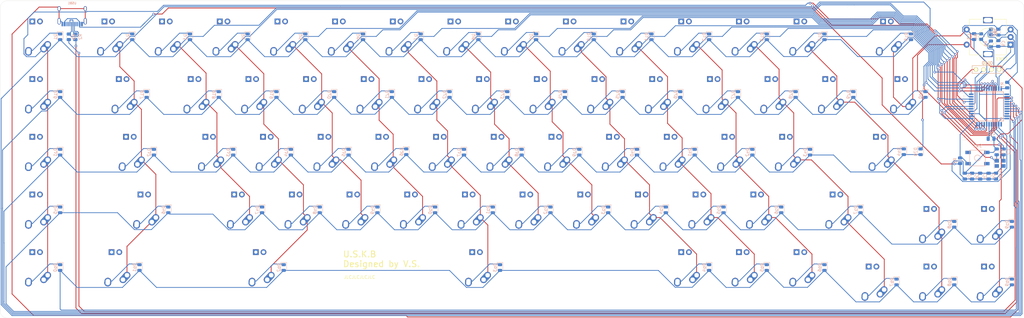
<source format=kicad_pcb>
(kicad_pcb (version 20171130) (host pcbnew "(5.1.9)-1")
  (layers (0 F.Cu signal) (31 B.Cu signal) (34 B.Paste user) (35 F.Paste user) (36 B.SilkS user) (37 F.SilkS user) (38 B.Mask user) (39 F.Mask user) (44 Edge.Cuts user))
  (net 0 "")
  (net 1 GND)
  (net 2 XTAL1)
  (net 3 XTAL2)
  (net 4 COL14)
  (net 5 VCC)
  (net 6 ROT_A)
  (net 7 ROT_B)
  (net 8 "Net-(C11-Pad2)")
  (net 9 ROW0)
  (net 10 "Net-(D1-Pad1)")
  (net 11 "Net-(D2-Pad1)")
  (net 12 "Net-(D3-Pad1)")
  (net 13 "Net-(D4-Pad1)")
  (net 14 "Net-(D5-Pad1)")
  (net 15 "Net-(D6-Pad1)")
  (net 16 "Net-(D7-Pad1)")
  (net 17 "Net-(D8-Pad1)")
  (net 18 "Net-(D9-Pad1)")
  (net 19 "Net-(D10-Pad1)")
  (net 20 "Net-(D11-Pad1)")
  (net 21 "Net-(D12-Pad1)")
  (net 22 "Net-(D13-Pad1)")
  (net 23 "Net-(D14-Pad1)")
  (net 24 "Net-(D15-Pad1)")
  (net 25 ROW1)
  (net 26 "Net-(D16-Pad1)")
  (net 27 "Net-(D17-Pad1)")
  (net 28 "Net-(D18-Pad1)")
  (net 29 "Net-(D19-Pad1)")
  (net 30 "Net-(D20-Pad1)")
  (net 31 "Net-(D21-Pad1)")
  (net 32 "Net-(D22-Pad1)")
  (net 33 "Net-(D23-Pad1)")
  (net 34 "Net-(D24-Pad1)")
  (net 35 "Net-(D25-Pad1)")
  (net 36 "Net-(D26-Pad1)")
  (net 37 "Net-(D27-Pad1)")
  (net 38 "Net-(D28-Pad1)")
  (net 39 "Net-(D29-Pad1)")
  (net 40 "Net-(D30-Pad1)")
  (net 41 ROW2)
  (net 42 "Net-(D31-Pad1)")
  (net 43 "Net-(D32-Pad1)")
  (net 44 "Net-(D33-Pad1)")
  (net 45 "Net-(D34-Pad1)")
  (net 46 "Net-(D35-Pad1)")
  (net 47 "Net-(D36-Pad1)")
  (net 48 "Net-(D37-Pad1)")
  (net 49 "Net-(D38-Pad1)")
  (net 50 "Net-(D39-Pad1)")
  (net 51 "Net-(D40-Pad1)")
  (net 52 "Net-(D41-Pad1)")
  (net 53 "Net-(D42-Pad1)")
  (net 54 "Net-(D43-Pad1)")
  (net 55 "Net-(D44-Pad1)")
  (net 56 ROW3)
  (net 57 "Net-(D45-Pad1)")
  (net 58 "Net-(D46-Pad1)")
  (net 59 "Net-(D47-Pad1)")
  (net 60 "Net-(D48-Pad1)")
  (net 61 "Net-(D49-Pad1)")
  (net 62 "Net-(D50-Pad1)")
  (net 63 "Net-(D51-Pad1)")
  (net 64 "Net-(D52-Pad1)")
  (net 65 "Net-(D53-Pad1)")
  (net 66 "Net-(D54-Pad1)")
  (net 67 "Net-(D55-Pad1)")
  (net 68 "Net-(D56-Pad1)")
  (net 69 "Net-(D57-Pad1)")
  (net 70 "Net-(D58-Pad1)")
  (net 71 "Net-(D59-Pad1)")
  (net 72 ROW4)
  (net 73 "Net-(D60-Pad1)")
  (net 74 "Net-(D61-Pad1)")
  (net 75 "Net-(D62-Pad1)")
  (net 76 "Net-(D63-Pad1)")
  (net 77 "Net-(D64-Pad1)")
  (net 78 "Net-(D65-Pad1)")
  (net 79 "Net-(D66-Pad1)")
  (net 80 "Net-(D67-Pad1)")
  (net 81 "Net-(D68-Pad1)")
  (net 82 "Net-(D69-Pad1)")
  (net 83 R_ENC)
  (net 84 COL0)
  (net 85 COL1)
  (net 86 COL2)
  (net 87 COL3)
  (net 88 COL4)
  (net 89 COL5)
  (net 90 COL6)
  (net 91 COL7)
  (net 92 COL8)
  (net 93 COL10)
  (net 94 COL11)
  (net 95 COL12)
  (net 96 COL13)
  (net 97 SCL)
  (net 98 SDA)
  (net 99 RESET)
  (net 100 "Net-(R2-Pad2)")
  (net 101 D-)
  (net 102 "Net-(R3-Pad2)")
  (net 103 D+)
  (net 104 "Net-(R7-Pad2)")
  (net 105 "Net-(U1-Pad42)")
  (net 106 COL9)
  (net 107 "Net-(USB1-Pad9)")
  (net 108 "Net-(USB1-Pad10)")
  (net 109 "Net-(USB1-Pad3)")
  (net 110 "Net-(USB1-Pad4)")
  (net 111 "Net-(U1-Pad1)")
  (module "Keebio Parts:HRO-TYPE-C-31-M-12-Assembly" (layer B.Cu) (at 37.30625 13.49375)
    (fp_text reference USB1 (at 0 0.79375 180) (layer B.SilkS) (effects (font (size 0.7 0.7)) (justify mirror)))
    (fp_text value HRO-TYPE-C-31-M-12)
    (pad 12 smd rect (at 3.225 7.695) (size 0.6 1.45) (layers B.Cu B.Paste B.Mask) (net 1 GND))
    (pad 1 smd rect (at -3.225 7.695) (size 0.6 1.45) (layers B.Cu B.Paste B.Mask) (net 1 GND))
    (pad 11 smd rect (at 2.45 7.695) (size 0.6 1.45) (layers B.Cu B.Paste B.Mask) (net 5 VCC))
    (pad 2 smd rect (at -2.45 7.695) (size 0.6 1.45) (layers B.Cu B.Paste B.Mask) (net 5 VCC))
    (pad 3 smd rect (at -1.75 7.695) (size 0.3 1.45) (layers B.Cu B.Paste B.Mask) (net 109 "Net-(USB1-Pad3)"))
    (pad 10 smd rect (at 1.75 7.695) (size 0.3 1.45) (layers B.Cu B.Paste B.Mask) (net 108 "Net-(USB1-Pad10)"))
    (pad 4 smd rect (at -1.25 7.695) (size 0.3 1.45) (layers B.Cu B.Paste B.Mask) (net 110 "Net-(USB1-Pad4)"))
    (pad 9 smd rect (at 1.25 7.695) (size 0.3 1.45) (layers B.Cu B.Paste B.Mask) (net 107 "Net-(USB1-Pad9)"))
    (pad 5 smd rect (at -0.75 7.695) (size 0.3 1.45) (layers B.Cu B.Paste B.Mask) (net 100 "Net-(R2-Pad2)"))
    (pad 8 smd rect (at 0.75 7.695) (size 0.3 1.45) (layers B.Cu B.Paste B.Mask) (net 102 "Net-(R3-Pad2)"))
    (pad 7 smd rect (at 0.25 7.695) (size 0.3 1.45) (layers B.Cu B.Paste B.Mask) (net 100 "Net-(R2-Pad2)"))
    (pad 6 smd rect (at -0.25 7.695) (size 0.3 1.45) (layers B.Cu B.Paste B.Mask) (net 102 "Net-(R3-Pad2)"))
    (pad "" np_thru_hole circle (at 2.89 6.25) (size 0.65 0.65) (drill 0.65) (layers *.Cu *.Mask))
    (pad "" np_thru_hole circle (at -2.89 6.25) (size 0.65 0.65) (drill 0.65) (layers *.Cu *.Mask))
    (pad 13 thru_hole oval (at -4.32 6.78) (size 1 2.1) (drill oval 0.6 1.7) (layers *.Cu *.Mask) (net 1 GND))
    (pad 13 thru_hole oval (at 4.32 6.78) (size 1 2.1) (drill oval 0.6 1.7) (layers *.Cu *.Mask) (net 1 GND))
    (pad 13 thru_hole oval (at -4.32 2.6) (size 1 1.6) (drill oval 0.6 1.2) (layers *.Cu *.Mask) (net 1 GND))
    (pad 13 thru_hole oval (at 4.32 2.6) (size 1 1.6) (drill oval 0.6 1.2) (layers *.Cu *.Mask) (net 1 GND))
  )
  (module "Keebio Parts:ATMEGA32U4-AU" (layer B.Cu) (at 340.106 48.387 90)
    (fp_text reference U1 (at -3.474 8.014 90) (layer B.SilkS) (effects (font (size 1.4 1.4) (thickness 0.05)) (justify mirror)))
    (fp_text value ATmega32U4-AU (at -2.55 -8.1261 90) (layer B.SilkS) (effects (font (size 1.4 1.4) (thickness 0.05)) (justify mirror)))
    (pad 44 smd rect (at -4 5.9 90) (size 0.5 1.5) (layers B.Cu B.Paste B.Mask) (net 5 VCC))
    (pad 43 smd rect (at -3.2 5.9 90) (size 0.5 1.5) (layers B.Cu B.Paste B.Mask) (net 1 GND))
    (pad 42 smd rect (at -2.4 5.9 90) (size 0.5 1.5) (layers B.Cu B.Paste B.Mask) (net 105 "Net-(U1-Pad42)"))
    (pad 41 smd rect (at -1.6 5.9 90) (size 0.5 1.5) (layers B.Cu B.Paste B.Mask) (net 9 ROW0))
    (pad 40 smd rect (at -0.8 5.9 90) (size 0.5 1.5) (layers B.Cu B.Paste B.Mask) (net 25 ROW1))
    (pad 39 smd rect (at 0 5.9 90) (size 0.5 1.5) (layers B.Cu B.Paste B.Mask) (net 41 ROW2))
    (pad 38 smd rect (at 0.8 5.9 90) (size 0.5 1.5) (layers B.Cu B.Paste B.Mask) (net 56 ROW3))
    (pad 37 smd rect (at 1.6 5.9 90) (size 0.5 1.5) (layers B.Cu B.Paste B.Mask) (net 72 ROW4))
    (pad 36 smd rect (at 2.4 5.9 90) (size 0.5 1.5) (layers B.Cu B.Paste B.Mask) (net 4 COL14))
    (pad 35 smd rect (at 3.2 5.9 90) (size 0.5 1.5) (layers B.Cu B.Paste B.Mask) (net 1 GND))
    (pad 34 smd rect (at 4 5.9 90) (size 0.5 1.5) (layers B.Cu B.Paste B.Mask) (net 5 VCC))
    (pad 33 smd rect (at 5.9 4 90) (size 1.5 0.5) (layers B.Cu B.Paste B.Mask) (net 104 "Net-(R7-Pad2)"))
    (pad 32 smd rect (at 5.9 3.2 90) (size 1.5 0.5) (layers B.Cu B.Paste B.Mask) (net 7 ROT_B))
    (pad 31 smd rect (at 5.9 2.4 90) (size 1.5 0.5) (layers B.Cu B.Paste B.Mask) (net 6 ROT_A))
    (pad 30 smd rect (at 5.9 1.6 90) (size 1.5 0.5) (layers B.Cu B.Paste B.Mask) (net 90 COL6))
    (pad 29 smd rect (at 5.9 0.8 90) (size 1.5 0.5) (layers B.Cu B.Paste B.Mask) (net 89 COL5))
    (pad 28 smd rect (at 5.9 0 90) (size 1.5 0.5) (layers B.Cu B.Paste B.Mask) (net 88 COL4))
    (pad 27 smd rect (at 5.9 -0.8 90) (size 1.5 0.5) (layers B.Cu B.Paste B.Mask) (net 96 COL13))
    (pad 26 smd rect (at 5.9 -1.6 90) (size 1.5 0.5) (layers B.Cu B.Paste B.Mask) (net 95 COL12))
    (pad 25 smd rect (at 5.9 -2.4 90) (size 1.5 0.5) (layers B.Cu B.Paste B.Mask) (net 93 COL10))
    (pad 24 smd rect (at 5.9 -3.2 90) (size 1.5 0.5) (layers B.Cu B.Paste B.Mask) (net 5 VCC))
    (pad 23 smd rect (at 5.9 -4 90) (size 1.5 0.5) (layers B.Cu B.Paste B.Mask) (net 1 GND))
    (pad 22 smd rect (at 4 -5.9 90) (size 0.5 1.5) (layers B.Cu B.Paste B.Mask) (net 94 COL11))
    (pad 21 smd rect (at 3.2 -5.9 90) (size 0.5 1.5) (layers B.Cu B.Paste B.Mask) (net 106 COL9))
    (pad 20 smd rect (at 2.4 -5.9 90) (size 0.5 1.5) (layers B.Cu B.Paste B.Mask) (net 92 COL8))
    (pad 19 smd rect (at 1.6 -5.9 90) (size 0.5 1.5) (layers B.Cu B.Paste B.Mask) (net 98 SDA))
    (pad 18 smd rect (at 0.8 -5.9 90) (size 0.5 1.5) (layers B.Cu B.Paste B.Mask) (net 97 SCL))
    (pad 17 smd rect (at 0 -5.9 90) (size 0.5 1.5) (layers B.Cu B.Paste B.Mask) (net 2 XTAL1))
    (pad 16 smd rect (at -0.8 -5.9 90) (size 0.5 1.5) (layers B.Cu B.Paste B.Mask) (net 3 XTAL2))
    (pad 15 smd rect (at -1.6 -5.9 90) (size 0.5 1.5) (layers B.Cu B.Paste B.Mask) (net 1 GND))
    (pad 14 smd rect (at -2.4 -5.9 90) (size 0.5 1.5) (layers B.Cu B.Paste B.Mask) (net 5 VCC))
    (pad 13 smd rect (at -3.2 -5.9 90) (size 0.5 1.5) (layers B.Cu B.Paste B.Mask) (net 99 RESET))
    (pad 12 smd rect (at -4 -5.9 90) (size 0.5 1.5) (layers B.Cu B.Paste B.Mask) (net 91 COL7))
    (pad 11 smd rect (at -5.9 -4 90) (size 1.5 0.5) (layers B.Cu B.Paste B.Mask) (net 87 COL3))
    (pad 10 smd rect (at -5.9 -3.2 90) (size 1.5 0.5) (layers B.Cu B.Paste B.Mask) (net 86 COL2))
    (pad 9 smd rect (at -5.9 -2.4 90) (size 1.5 0.5) (layers B.Cu B.Paste B.Mask) (net 85 COL1))
    (pad 8 smd rect (at -5.9 -1.6 90) (size 1.5 0.5) (layers B.Cu B.Paste B.Mask) (net 84 COL0))
    (pad 7 smd rect (at -5.9 -0.8 90) (size 1.5 0.5) (layers B.Cu B.Paste B.Mask) (net 5 VCC))
    (pad 6 smd rect (at -5.9 0 90) (size 1.5 0.5) (layers B.Cu B.Paste B.Mask) (net 8 "Net-(C11-Pad2)"))
    (pad 5 smd rect (at -5.9 0.8 90) (size 1.5 0.5) (layers B.Cu B.Paste B.Mask) (net 1 GND))
    (pad 4 smd rect (at -5.9 1.6 90) (size 1.5 0.5) (layers B.Cu B.Paste B.Mask) (net 103 D+))
    (pad 3 smd rect (at -5.9 2.4 90) (size 1.5 0.5) (layers B.Cu B.Paste B.Mask) (net 101 D-))
    (pad 2 smd rect (at -5.9 3.2 90) (size 1.5 0.5) (layers B.Cu B.Paste B.Mask) (net 5 VCC))
    (pad 1 smd rect (at -5.9 4 90) (size 1.5 0.5) (layers B.Cu B.Paste B.Mask) (net 111 "Net-(U1-Pad1)"))
  )
  (module "Keyboard Master List:MX-1.5U" (layer F.Cu) (at 311.09158 44.45 180)
    (fp_text reference MX30)
    (fp_text value MX-NoLED-MX_Alps_Hybrid)
    (pad "" np_thru_hole circle (at 5.08 0 228.0996) (size 1.75 1.75) (drill 1.75) (layers *.Cu *.Mask))
    (pad "" np_thru_hole circle (at -5.08 0 228.0996) (size 1.75 1.75) (drill 1.75) (layers *.Cu *.Mask))
    (pad 4 thru_hole rect (at 1.27 5.08 180) (size 1.905 1.905) (drill 1.04) (layers *.Cu B.Mask))
    (pad 3 thru_hole circle (at -1.27 5.08 180) (size 1.905 1.905) (drill 1.04) (layers *.Cu B.Mask))
    (pad 1 thru_hole circle (at -2.5 -4 180) (size 2.25 2.25) (drill 1.47) (layers *.Cu B.Mask) (net 4 COL14))
    (pad "" np_thru_hole circle (at 0 0 180) (size 3.9878 3.9878) (drill 3.9878) (layers *.Cu *.Mask))
    (pad 1 thru_hole oval (at -3.81 -2.54 228.0996) (size 4.211556 2.25) (drill 1.47 (offset 0.980778 0)) (layers *.Cu B.Mask) (net 4 COL14))
    (pad 2 thru_hole circle (at 2.54 -5.08 180) (size 2.25 2.25) (drill 1.47) (layers *.Cu B.Mask) (net 40 "Net-(D30-Pad1)"))
    (pad 2 thru_hole oval (at 2.5 -4.5 266.0548) (size 2.831378 2.25) (drill 1.47 (offset 0.290689 0)) (layers *.Cu B.Mask) (net 40 "Net-(D30-Pad1)"))
  )
  (module "Keyboard Master List:MX-2.25U" (layer F.Cu) (at 304.00625 63.5 180)
    (fp_text reference MX44)
    (fp_text value MX-NoLED-MX_Alps_Hybrid)
    (pad 2 thru_hole oval (at 2.5 -4.5 266.0548) (size 2.831378 2.25) (drill 1.47 (offset 0.290689 0)) (layers *.Cu B.Mask) (net 55 "Net-(D44-Pad1)"))
    (pad 2 thru_hole circle (at 2.54 -5.08 180) (size 2.25 2.25) (drill 1.47) (layers *.Cu B.Mask) (net 55 "Net-(D44-Pad1)"))
    (pad 1 thru_hole oval (at -3.81 -2.54 228.0996) (size 4.211556 2.25) (drill 1.47 (offset 0.980778 0)) (layers *.Cu B.Mask) (net 96 COL13))
    (pad "" np_thru_hole circle (at 0 0 180) (size 3.9878 3.9878) (drill 3.9878) (layers *.Cu *.Mask))
    (pad 1 thru_hole circle (at -2.5 -4 180) (size 2.25 2.25) (drill 1.47) (layers *.Cu B.Mask) (net 96 COL13))
    (pad 3 thru_hole circle (at -1.27 5.08 180) (size 1.905 1.905) (drill 1.04) (layers *.Cu B.Mask))
    (pad 4 thru_hole rect (at 1.27 5.08 180) (size 1.905 1.905) (drill 1.04) (layers *.Cu B.Mask))
    (pad "" np_thru_hole circle (at -5.08 0 228.0996) (size 1.75 1.75) (drill 1.75) (layers *.Cu *.Mask))
    (pad "" np_thru_hole circle (at 5.08 0 228.0996) (size 1.75 1.75) (drill 1.75) (layers *.Cu *.Mask))
    (pad "" np_thru_hole circle (at -11.938 -6.985 180) (size 3.048 3.048) (drill 3.048) (layers *.Cu *.Mask))
    (pad "" np_thru_hole circle (at 11.938 -6.985 180) (size 3.048 3.048) (drill 3.048) (layers *.Cu *.Mask))
    (pad "" np_thru_hole circle (at -11.938 8.255 180) (size 3.9878 3.9878) (drill 3.9878) (layers *.Cu *.Mask))
    (pad "" np_thru_hole circle (at 11.938 8.255 180) (size 3.9878 3.9878) (drill 3.9878) (layers *.Cu *.Mask))
  )
  (module Rotary_Encoder:RotaryEncoder_Alps_EC11E-Switch_Vertical_H20mm (layer F.Cu) (at 347.218 27.9908 180)
    (fp_text reference ENC1 (at 2.8 -4.7) (layer F.SilkS))
    (fp_text value Rotary_Encoder_Switch)
    (pad S1 thru_hole circle (at 14.5 5 180) (size 2 2) (drill 1) (layers *.Cu *.Mask) (net 4 COL14))
    (pad S2 thru_hole circle (at 14.5 0 180) (size 2 2) (drill 1) (layers *.Cu *.Mask) (net 83 R_ENC))
    (pad MP thru_hole rect (at 7.5 8.1 180) (size 3.2 2) (drill oval 2.8 1.5) (layers *.Cu *.Mask))
    (pad MP thru_hole rect (at 7.5 -3.1 180) (size 3.2 2) (drill oval 2.8 1.5) (layers *.Cu *.Mask))
    (pad B thru_hole circle (at 0 5 180) (size 2 2) (drill 1) (layers *.Cu *.Mask) (net 7 ROT_B))
    (pad C thru_hole circle (at 0 2.5 180) (size 2 2) (drill 1) (layers *.Cu *.Mask) (net 1 GND))
    (pad A thru_hole rect (at 0 0 180) (size 2 2) (drill 1) (layers *.Cu *.Mask) (net 6 ROT_A))
  )
  (module Capacitor_SMD:C_0805_2012Metric (layer B.Cu) (at 335.153 25.3238 270)
    (fp_text reference C3 (at 0 1.68 90) (layer B.SilkS) (effects (justify mirror)))
    (fp_text value 0.1u)
    (pad 1 smd roundrect (at -0.95 0 270) (size 1 1.45) (layers B.Cu B.Paste B.Mask) (net 4 COL14))
    (pad 2 smd roundrect (at 0.95 0 270) (size 1 1.45) (layers B.Cu B.Paste B.Mask) (net 1 GND))
  )
  (module Capacitor_SMD:C_0805_2012Metric (layer B.Cu) (at 343.154 23.85655 270)
    (fp_text reference C10 (at 0 1.68 90) (layer B.SilkS) (effects (justify mirror)))
    (fp_text value 0.1u)
    (pad 1 smd roundrect (at -0.95 0 270) (size 1 1.45) (layers B.Cu B.Paste B.Mask) (net 1 GND))
    (pad 2 smd roundrect (at 0.95 0 270) (size 1 1.45) (layers B.Cu B.Paste B.Mask) (net 7 ROT_B))
  )
  (module Capacitor_SMD:C_0805_2012Metric (layer B.Cu) (at 343.154 27.6098 90)
    (fp_text reference C9 (at 0 1.68 90) (layer B.SilkS) (effects (justify mirror)))
    (fp_text value 0.1u)
    (pad 1 smd roundrect (at -0.95 0 90) (size 1 1.45) (layers B.Cu B.Paste B.Mask) (net 6 ROT_A))
    (pad 2 smd roundrect (at 0.95 0 90) (size 1 1.45) (layers B.Cu B.Paste B.Mask) (net 1 GND))
  )
  (module Resistor_SMD:R_0805_2012Metric (layer B.Cu) (at 340.70375 27.7033 270)
    (fp_text reference R5 (at 0 1.65 270) (layer B.SilkS) (effects (justify mirror)))
    (fp_text value 10k)
    (pad 1 smd roundrect (at -0.9125 0 270) (size 1.025 1.4) (layers B.Cu B.Paste B.Mask) (roundrect_rratio 0.2439014634146341) (net 5 VCC))
    (pad 2 smd roundrect (at 0.9125 0 270) (size 1.025 1.4) (layers B.Cu B.Paste B.Mask) (roundrect_rratio 0.2439014634146341) (net 6 ROT_A))
  )
  (module Resistor_SMD:R_0805_2012Metric (layer B.Cu) (at 340.741 23.7998 90)
    (fp_text reference R6 (at 0 1.65 270) (layer B.SilkS) (effects (justify mirror)))
    (fp_text value 10k)
    (pad 1 smd roundrect (at -0.9125 0 90) (size 1.025 1.4) (layers B.Cu B.Paste B.Mask) (roundrect_rratio 0.2439014634146341) (net 7 ROT_B))
    (pad 2 smd roundrect (at 0.9125 0 90) (size 1.025 1.4) (layers B.Cu B.Paste B.Mask) (roundrect_rratio 0.2439014634146341) (net 5 VCC))
  )
  (module Resistor_SMD:R_0805_2012Metric (layer B.Cu) (at 337.439 25.3238 270)
    (fp_text reference R4 (at 0 1.65 270) (layer B.SilkS) (effects (justify mirror)))
    (fp_text value 10k)
    (pad 1 smd roundrect (at -0.9125 0 270) (size 1.025 1.4) (layers B.Cu B.Paste B.Mask) (roundrect_rratio 0.2439014634146341) (net 4 COL14))
    (pad 2 smd roundrect (at 0.9125 0 270) (size 1.025 1.4) (layers B.Cu B.Paste B.Mask) (roundrect_rratio 0.2439014634146341) (net 5 VCC))
  )
  (module "Keyboard Master List:MX-1U" (layer F.Cu) (at 49.2125 25.4 180)
    (fp_text reference MX2)
    (fp_text value MX-NoLED-MX_Alps_Hybrid)
    (pad 2 thru_hole oval (at 2.5 -4.5 266.0548) (size 2.831378 2.25) (drill 1.47 (offset 0.290689 0)) (layers *.Cu B.Mask) (net 11 "Net-(D2-Pad1)"))
    (pad 2 thru_hole circle (at 2.54 -5.08 180) (size 2.25 2.25) (drill 1.47) (layers *.Cu B.Mask) (net 11 "Net-(D2-Pad1)"))
    (pad 1 thru_hole oval (at -3.81 -2.54 228.0996) (size 4.211556 2.25) (drill 1.47 (offset 0.980778 0)) (layers *.Cu B.Mask) (net 85 COL1))
    (pad "" np_thru_hole circle (at 0 0 180) (size 3.9878 3.9878) (drill 3.9878) (layers *.Cu *.Mask))
    (pad 1 thru_hole circle (at -2.5 -4 180) (size 2.25 2.25) (drill 1.47) (layers *.Cu B.Mask) (net 85 COL1))
    (pad 3 thru_hole circle (at -1.27 5.08 180) (size 1.905 1.905) (drill 1.04) (layers *.Cu B.Mask))
    (pad 4 thru_hole rect (at 1.27 5.08 180) (size 1.905 1.905) (drill 1.04) (layers *.Cu B.Mask))
    (pad "" np_thru_hole circle (at -5.08 0 228.0996) (size 1.75 1.75) (drill 1.75) (layers *.Cu *.Mask))
    (pad "" np_thru_hole circle (at 5.08 0 228.0996) (size 1.75 1.75) (drill 1.75) (layers *.Cu *.Mask))
  )
  (module "Keebio Parts:Crystal_SMD_3225-4pin_3.2x2.5mm" (layer B.Cu) (at 343.7636 67.2084)
    (fp_text reference X1 (at 0 2.45) (layer B.SilkS) (effects (font (size 0.8 0.8)) (justify mirror)))
    (fp_text value XTAL_GND)
    (pad 1 smd rect (at -1.1 -0.85) (size 1.4 1.2) (layers B.Cu B.Paste B.Mask) (net 2 XTAL1))
    (pad 2 smd rect (at 1.1 -0.85) (size 1.4 1.2) (layers B.Cu B.Paste B.Mask) (net 3 XTAL2))
    (pad 3 smd rect (at 1.1 0.85) (size 1.4 1.2) (layers B.Cu B.Paste B.Mask) (net 1 GND))
    (pad 4 smd rect (at -1.1 0.85) (size 1.4 1.2) (layers B.Cu B.Paste B.Mask))
  )
  (module "Keyboard Master List:SKQG-1155865" (layer B.Cu) (at 336.2706 65.4304)
    (fp_text reference SW1 (at 0 -4.064) (layer B.SilkS) (effects (justify mirror)))
    (fp_text value SW_PUSH)
    (pad 4 smd rect (at -3.1 -1.85) (size 1.8 1.1) (layers B.Cu B.Paste B.Mask))
    (pad 3 smd rect (at 3.1 1.85) (size 1.8 1.1) (layers B.Cu B.Paste B.Mask))
    (pad 2 smd rect (at -3.1 1.85) (size 1.8 1.1) (layers B.Cu B.Paste B.Mask) (net 99 RESET))
    (pad 1 smd rect (at 3.1 -1.85) (size 1.8 1.1) (layers B.Cu B.Paste B.Mask) (net 1 GND))
  )
  (module Resistor_SMD:R_0805_2012Metric (layer B.Cu) (at 346.1131 41.3366 270)
    (fp_text reference R7 (at 0 1.65 270) (layer B.SilkS) (effects (justify mirror)))
    (fp_text value 10k)
    (pad 1 smd roundrect (at -0.9125 0 270) (size 1.025 1.4) (layers B.Cu B.Paste B.Mask) (roundrect_rratio 0.2439014634146341) (net 1 GND))
    (pad 2 smd roundrect (at 0.9125 0 270) (size 1.025 1.4) (layers B.Cu B.Paste B.Mask) (roundrect_rratio 0.2439014634146341) (net 104 "Net-(R7-Pad2)"))
  )
  (module Resistor_SMD:R_0805_2012Metric (layer B.Cu) (at 36.195 25.4 90)
    (fp_text reference R3 (at 0 1.65 90) (layer B.SilkS) (effects (justify mirror)))
    (fp_text value 22)
    (pad 1 smd roundrect (at -0.9125 0 90) (size 1.025 1.4) (layers B.Cu B.Paste B.Mask) (roundrect_rratio 0.2439014634146341) (net 103 D+))
    (pad 2 smd roundrect (at 0.9125 0 90) (size 1.025 1.4) (layers B.Cu B.Paste B.Mask) (roundrect_rratio 0.2439014634146341) (net 102 "Net-(R3-Pad2)"))
  )
  (module Resistor_SMD:R_0805_2012Metric (layer B.Cu) (at 38.354 25.4 90)
    (fp_text reference R2 (at 0 1.65 90) (layer B.SilkS) (effects (justify mirror)))
    (fp_text value 22)
    (pad 1 smd roundrect (at -0.9125 0 90) (size 1.025 1.4) (layers B.Cu B.Paste B.Mask) (roundrect_rratio 0.2439014634146341) (net 101 D-))
    (pad 2 smd roundrect (at 0.9125 0 90) (size 1.025 1.4) (layers B.Cu B.Paste B.Mask) (roundrect_rratio 0.2439014634146341) (net 100 "Net-(R2-Pad2)"))
  )
  (module Resistor_SMD:R_0805_2012Metric (layer B.Cu) (at 330.5556 66.3194 270)
    (fp_text reference R1 (at 0 1.65 90) (layer B.SilkS) (effects (justify mirror)))
    (fp_text value 10k)
    (pad 2 smd roundrect (at 0.9125 0 270) (size 1.025 1.4) (layers B.Cu B.Paste B.Mask) (roundrect_rratio 0.2439014634146341) (net 5 VCC))
    (pad 1 smd roundrect (at -0.9125 0 270) (size 1.025 1.4) (layers B.Cu B.Paste B.Mask) (roundrect_rratio 0.2439014634146341) (net 99 RESET))
  )
  (module "Keyboard Master List:OLED" (layer F.Cu) (at 335.788 36.195)
    (fp_text reference OL1)
    (fp_text value OLED-kbd hide)
    (fp_text user OLED (at 3.75 -2.1) (layer B.SilkS) (effects (justify mirror)))
    (fp_text user OLED (at 3.8 -2.1) (layer F.SilkS))
    (pad 4 thru_hole circle (at 7.62 0) (size 1.397 1.397) (drill 0.8128) (layers *.Cu *.Mask F.SilkS) (net 1 GND))
    (pad 3 thru_hole circle (at 5.08 0) (size 1.397 1.397) (drill 0.8128) (layers *.Cu *.Mask F.SilkS) (net 5 VCC))
    (pad 2 thru_hole circle (at 2.54 0) (size 1.397 1.397) (drill 0.8128) (layers *.Cu *.Mask F.SilkS) (net 97 SCL))
    (pad 1 thru_hole circle (at 0 0) (size 1.397 1.397) (drill 0.8128) (layers *.Cu *.Mask F.SilkS) (net 98 SDA))
  )
  (module "Keyboard Master List:MX-1U" (layer F.Cu) (at 339.725 106.3625 180)
    (fp_text reference MX69)
    (fp_text value MX-NoLED-MX_Alps_Hybrid)
    (pad 2 thru_hole oval (at 2.5 -4.5 266.0548) (size 2.831378 2.25) (drill 1.47 (offset 0.290689 0)) (layers *.Cu B.Mask) (net 82 "Net-(D69-Pad1)"))
    (pad 2 thru_hole circle (at 2.54 -5.08 180) (size 2.25 2.25) (drill 1.47) (layers *.Cu B.Mask) (net 82 "Net-(D69-Pad1)"))
    (pad 1 thru_hole oval (at -3.81 -2.54 228.0996) (size 4.211556 2.25) (drill 1.47 (offset 0.980778 0)) (layers *.Cu B.Mask) (net 4 COL14))
    (pad "" np_thru_hole circle (at 0 0 180) (size 3.9878 3.9878) (drill 3.9878) (layers *.Cu *.Mask))
    (pad 1 thru_hole circle (at -2.5 -4 180) (size 2.25 2.25) (drill 1.47) (layers *.Cu B.Mask) (net 4 COL14))
    (pad 3 thru_hole circle (at -1.27 5.08 180) (size 1.905 1.905) (drill 1.04) (layers *.Cu B.Mask))
    (pad 4 thru_hole rect (at 1.27 5.08 180) (size 1.905 1.905) (drill 1.04) (layers *.Cu B.Mask))
    (pad "" np_thru_hole circle (at -5.08 0 228.0996) (size 1.75 1.75) (drill 1.75) (layers *.Cu *.Mask))
    (pad "" np_thru_hole circle (at 5.08 0 228.0996) (size 1.75 1.75) (drill 1.75) (layers *.Cu *.Mask))
  )
  (module "Keyboard Master List:MX-1U" (layer F.Cu) (at 320.675 106.3625 180)
    (fp_text reference MX68)
    (fp_text value MX-NoLED-MX_Alps_Hybrid)
    (pad 2 thru_hole oval (at 2.5 -4.5 266.0548) (size 2.831378 2.25) (drill 1.47 (offset 0.290689 0)) (layers *.Cu B.Mask) (net 81 "Net-(D68-Pad1)"))
    (pad 2 thru_hole circle (at 2.54 -5.08 180) (size 2.25 2.25) (drill 1.47) (layers *.Cu B.Mask) (net 81 "Net-(D68-Pad1)"))
    (pad 1 thru_hole oval (at -3.81 -2.54 228.0996) (size 4.211556 2.25) (drill 1.47 (offset 0.980778 0)) (layers *.Cu B.Mask) (net 96 COL13))
    (pad "" np_thru_hole circle (at 0 0 180) (size 3.9878 3.9878) (drill 3.9878) (layers *.Cu *.Mask))
    (pad 1 thru_hole circle (at -2.5 -4 180) (size 2.25 2.25) (drill 1.47) (layers *.Cu B.Mask) (net 96 COL13))
    (pad 3 thru_hole circle (at -1.27 5.08 180) (size 1.905 1.905) (drill 1.04) (layers *.Cu B.Mask))
    (pad 4 thru_hole rect (at 1.27 5.08 180) (size 1.905 1.905) (drill 1.04) (layers *.Cu B.Mask))
    (pad "" np_thru_hole circle (at -5.08 0 228.0996) (size 1.75 1.75) (drill 1.75) (layers *.Cu *.Mask))
    (pad "" np_thru_hole circle (at 5.08 0 228.0996) (size 1.75 1.75) (drill 1.75) (layers *.Cu *.Mask))
  )
  (module "Keyboard Master List:MX-1U" (layer F.Cu) (at 301.625 106.3625 180)
    (fp_text reference MX67)
    (fp_text value MX-NoLED-MX_Alps_Hybrid)
    (pad 2 thru_hole oval (at 2.5 -4.5 266.0548) (size 2.831378 2.25) (drill 1.47 (offset 0.290689 0)) (layers *.Cu B.Mask) (net 80 "Net-(D67-Pad1)"))
    (pad 2 thru_hole circle (at 2.54 -5.08 180) (size 2.25 2.25) (drill 1.47) (layers *.Cu B.Mask) (net 80 "Net-(D67-Pad1)"))
    (pad 1 thru_hole oval (at -3.81 -2.54 228.0996) (size 4.211556 2.25) (drill 1.47 (offset 0.980778 0)) (layers *.Cu B.Mask) (net 95 COL12))
    (pad "" np_thru_hole circle (at 0 0 180) (size 3.9878 3.9878) (drill 3.9878) (layers *.Cu *.Mask))
    (pad 1 thru_hole circle (at -2.5 -4 180) (size 2.25 2.25) (drill 1.47) (layers *.Cu B.Mask) (net 95 COL12))
    (pad 3 thru_hole circle (at -1.27 5.08 180) (size 1.905 1.905) (drill 1.04) (layers *.Cu B.Mask))
    (pad 4 thru_hole rect (at 1.27 5.08 180) (size 1.905 1.905) (drill 1.04) (layers *.Cu B.Mask))
    (pad "" np_thru_hole circle (at -5.08 0 228.0996) (size 1.75 1.75) (drill 1.75) (layers *.Cu *.Mask))
    (pad "" np_thru_hole circle (at 5.08 0 228.0996) (size 1.75 1.75) (drill 1.75) (layers *.Cu *.Mask))
  )
  (module "Keyboard Master List:MX-1U" (layer F.Cu) (at 277.8125 101.6 180)
    (fp_text reference MX66)
    (fp_text value MX-NoLED-MX_Alps_Hybrid)
    (pad 2 thru_hole oval (at 2.5 -4.5 266.0548) (size 2.831378 2.25) (drill 1.47 (offset 0.290689 0)) (layers *.Cu B.Mask) (net 79 "Net-(D66-Pad1)"))
    (pad 2 thru_hole circle (at 2.54 -5.08 180) (size 2.25 2.25) (drill 1.47) (layers *.Cu B.Mask) (net 79 "Net-(D66-Pad1)"))
    (pad 1 thru_hole oval (at -3.81 -2.54 228.0996) (size 4.211556 2.25) (drill 1.47 (offset 0.980778 0)) (layers *.Cu B.Mask) (net 94 COL11))
    (pad "" np_thru_hole circle (at 0 0 180) (size 3.9878 3.9878) (drill 3.9878) (layers *.Cu *.Mask))
    (pad 1 thru_hole circle (at -2.5 -4 180) (size 2.25 2.25) (drill 1.47) (layers *.Cu B.Mask) (net 94 COL11))
    (pad 3 thru_hole circle (at -1.27 5.08 180) (size 1.905 1.905) (drill 1.04) (layers *.Cu B.Mask))
    (pad 4 thru_hole rect (at 1.27 5.08 180) (size 1.905 1.905) (drill 1.04) (layers *.Cu B.Mask))
    (pad "" np_thru_hole circle (at -5.08 0 228.0996) (size 1.75 1.75) (drill 1.75) (layers *.Cu *.Mask))
    (pad "" np_thru_hole circle (at 5.08 0 228.0996) (size 1.75 1.75) (drill 1.75) (layers *.Cu *.Mask))
  )
  (module "Keyboard Master List:MX-1U" (layer F.Cu) (at 258.7625 101.6 180)
    (fp_text reference MX65)
    (fp_text value MX-NoLED-MX_Alps_Hybrid)
    (pad 2 thru_hole oval (at 2.5 -4.5 266.0548) (size 2.831378 2.25) (drill 1.47 (offset 0.290689 0)) (layers *.Cu B.Mask) (net 78 "Net-(D65-Pad1)"))
    (pad 2 thru_hole circle (at 2.54 -5.08 180) (size 2.25 2.25) (drill 1.47) (layers *.Cu B.Mask) (net 78 "Net-(D65-Pad1)"))
    (pad 1 thru_hole oval (at -3.81 -2.54 228.0996) (size 4.211556 2.25) (drill 1.47 (offset 0.980778 0)) (layers *.Cu B.Mask) (net 93 COL10))
    (pad "" np_thru_hole circle (at 0 0 180) (size 3.9878 3.9878) (drill 3.9878) (layers *.Cu *.Mask))
    (pad 1 thru_hole circle (at -2.5 -4 180) (size 2.25 2.25) (drill 1.47) (layers *.Cu B.Mask) (net 93 COL10))
    (pad 3 thru_hole circle (at -1.27 5.08 180) (size 1.905 1.905) (drill 1.04) (layers *.Cu B.Mask))
    (pad 4 thru_hole rect (at 1.27 5.08 180) (size 1.905 1.905) (drill 1.04) (layers *.Cu B.Mask))
    (pad "" np_thru_hole circle (at -5.08 0 228.0996) (size 1.75 1.75) (drill 1.75) (layers *.Cu *.Mask))
    (pad "" np_thru_hole circle (at 5.08 0 228.0996) (size 1.75 1.75) (drill 1.75) (layers *.Cu *.Mask))
  )
  (module "Keyboard Master List:MX-1U" (layer F.Cu) (at 239.7125 101.6 180)
    (fp_text reference MX64)
    (fp_text value MX-NoLED-MX_Alps_Hybrid)
    (pad 2 thru_hole oval (at 2.5 -4.5 266.0548) (size 2.831378 2.25) (drill 1.47 (offset 0.290689 0)) (layers *.Cu B.Mask) (net 77 "Net-(D64-Pad1)"))
    (pad 2 thru_hole circle (at 2.54 -5.08 180) (size 2.25 2.25) (drill 1.47) (layers *.Cu B.Mask) (net 77 "Net-(D64-Pad1)"))
    (pad 1 thru_hole oval (at -3.81 -2.54 228.0996) (size 4.211556 2.25) (drill 1.47 (offset 0.980778 0)) (layers *.Cu B.Mask) (net 106 COL9))
    (pad "" np_thru_hole circle (at 0 0 180) (size 3.9878 3.9878) (drill 3.9878) (layers *.Cu *.Mask))
    (pad 1 thru_hole circle (at -2.5 -4 180) (size 2.25 2.25) (drill 1.47) (layers *.Cu B.Mask) (net 106 COL9))
    (pad 3 thru_hole circle (at -1.27 5.08 180) (size 1.905 1.905) (drill 1.04) (layers *.Cu B.Mask))
    (pad 4 thru_hole rect (at 1.27 5.08 180) (size 1.905 1.905) (drill 1.04) (layers *.Cu B.Mask))
    (pad "" np_thru_hole circle (at -5.08 0 228.0996) (size 1.75 1.75) (drill 1.75) (layers *.Cu *.Mask))
    (pad "" np_thru_hole circle (at 5.08 0 228.0996) (size 1.75 1.75) (drill 1.75) (layers *.Cu *.Mask))
  )
  (module "Keyboard Master List:MX-6.25U" (layer F.Cu) (at 170.688 101.6 180)
    (fp_text reference MX63)
    (fp_text value MX-NoLED-MX_Alps_Hybrid)
    (pad 2 thru_hole oval (at 2.5 -4.5 266.0548) (size 2.831378 2.25) (drill 1.47 (offset 0.290689 0)) (layers *.Cu B.Mask) (net 76 "Net-(D63-Pad1)"))
    (pad 2 thru_hole circle (at 2.54 -5.08 180) (size 2.25 2.25) (drill 1.47) (layers *.Cu B.Mask) (net 76 "Net-(D63-Pad1)"))
    (pad 1 thru_hole oval (at -3.81 -2.54 228.0996) (size 4.211556 2.25) (drill 1.47 (offset 0.980778 0)) (layers *.Cu B.Mask) (net 90 COL6))
    (pad "" np_thru_hole circle (at 0 0 180) (size 3.9878 3.9878) (drill 3.9878) (layers *.Cu *.Mask))
    (pad 1 thru_hole circle (at -2.5 -4 180) (size 2.25 2.25) (drill 1.47) (layers *.Cu B.Mask) (net 90 COL6))
    (pad 3 thru_hole circle (at -1.27 5.08 180) (size 1.905 1.905) (drill 1.04) (layers *.Cu B.Mask))
    (pad 4 thru_hole rect (at 1.27 5.08 180) (size 1.905 1.905) (drill 1.04) (layers *.Cu B.Mask))
    (pad "" np_thru_hole circle (at -5.08 0 228.0996) (size 1.75 1.75) (drill 1.75) (layers *.Cu *.Mask))
    (pad "" np_thru_hole circle (at 5.08 0 228.0996) (size 1.75 1.75) (drill 1.75) (layers *.Cu *.Mask))
    (pad "" np_thru_hole circle (at -49.9999 -6.985 180) (size 3.048 3.048) (drill 3.048) (layers *.Cu *.Mask))
    (pad "" np_thru_hole circle (at 49.9999 -6.985 180) (size 3.048 3.048) (drill 3.048) (layers *.Cu *.Mask))
    (pad "" np_thru_hole circle (at -49.9999 8.255 180) (size 3.9878 3.9878) (drill 3.9878) (layers *.Cu *.Mask))
    (pad "" np_thru_hole circle (at 49.9999 8.255 180) (size 3.9878 3.9878) (drill 3.9878) (layers *.Cu *.Mask))
  )
  (module "Keyboard Master List:MX-1.25U" (layer F.Cu) (at 99.21875 101.6 180)
    (fp_text reference MX62)
    (fp_text value MX-NoLED-MX_Alps_Hybrid)
    (pad 2 thru_hole oval (at 2.5 -4.5 266.0548) (size 2.831378 2.25) (drill 1.47 (offset 0.290689 0)) (layers *.Cu B.Mask) (net 75 "Net-(D62-Pad1)"))
    (pad 2 thru_hole circle (at 2.54 -5.08 180) (size 2.25 2.25) (drill 1.47) (layers *.Cu B.Mask) (net 75 "Net-(D62-Pad1)"))
    (pad 1 thru_hole oval (at -3.81 -2.54 228.0996) (size 4.211556 2.25) (drill 1.47 (offset 0.980778 0)) (layers *.Cu B.Mask) (net 87 COL3))
    (pad "" np_thru_hole circle (at 0 0 180) (size 3.9878 3.9878) (drill 3.9878) (layers *.Cu *.Mask))
    (pad 1 thru_hole circle (at -2.5 -4 180) (size 2.25 2.25) (drill 1.47) (layers *.Cu B.Mask) (net 87 COL3))
    (pad 3 thru_hole circle (at -1.27 5.08 180) (size 1.905 1.905) (drill 1.04) (layers *.Cu B.Mask))
    (pad 4 thru_hole rect (at 1.27 5.08 180) (size 1.905 1.905) (drill 1.04) (layers *.Cu B.Mask))
    (pad "" np_thru_hole circle (at -5.08 0 228.0996) (size 1.75 1.75) (drill 1.75) (layers *.Cu *.Mask))
    (pad "" np_thru_hole circle (at 5.08 0 228.0996) (size 1.75 1.75) (drill 1.75) (layers *.Cu *.Mask))
  )
  (module "Keyboard Master List:MX-1.25U" (layer F.Cu) (at 51.59375 101.6 180)
    (fp_text reference MX61)
    (fp_text value MX-NoLED-MX_Alps_Hybrid)
    (pad 2 thru_hole oval (at 2.5 -4.5 266.0548) (size 2.831378 2.25) (drill 1.47 (offset 0.290689 0)) (layers *.Cu B.Mask) (net 74 "Net-(D61-Pad1)"))
    (pad 2 thru_hole circle (at 2.54 -5.08 180) (size 2.25 2.25) (drill 1.47) (layers *.Cu B.Mask) (net 74 "Net-(D61-Pad1)"))
    (pad 1 thru_hole oval (at -3.81 -2.54 228.0996) (size 4.211556 2.25) (drill 1.47 (offset 0.980778 0)) (layers *.Cu B.Mask) (net 85 COL1))
    (pad "" np_thru_hole circle (at 0 0 180) (size 3.9878 3.9878) (drill 3.9878) (layers *.Cu *.Mask))
    (pad 1 thru_hole circle (at -2.5 -4 180) (size 2.25 2.25) (drill 1.47) (layers *.Cu B.Mask) (net 85 COL1))
    (pad 3 thru_hole circle (at -1.27 5.08 180) (size 1.905 1.905) (drill 1.04) (layers *.Cu B.Mask))
    (pad 4 thru_hole rect (at 1.27 5.08 180) (size 1.905 1.905) (drill 1.04) (layers *.Cu B.Mask))
    (pad "" np_thru_hole circle (at -5.08 0 228.0996) (size 1.75 1.75) (drill 1.75) (layers *.Cu *.Mask))
    (pad "" np_thru_hole circle (at 5.08 0 228.0996) (size 1.75 1.75) (drill 1.75) (layers *.Cu *.Mask))
  )
  (module "Keyboard Master List:MX-1U" (layer F.Cu) (at 25.4 101.6 180)
    (fp_text reference MX60)
    (fp_text value MX-NoLED-MX_Alps_Hybrid)
    (pad 2 thru_hole oval (at 2.5 -4.5 266.0548) (size 2.831378 2.25) (drill 1.47 (offset 0.290689 0)) (layers *.Cu B.Mask) (net 73 "Net-(D60-Pad1)"))
    (pad 2 thru_hole circle (at 2.54 -5.08 180) (size 2.25 2.25) (drill 1.47) (layers *.Cu B.Mask) (net 73 "Net-(D60-Pad1)"))
    (pad 1 thru_hole oval (at -3.81 -2.54 228.0996) (size 4.211556 2.25) (drill 1.47 (offset 0.980778 0)) (layers *.Cu B.Mask) (net 84 COL0))
    (pad "" np_thru_hole circle (at 0 0 180) (size 3.9878 3.9878) (drill 3.9878) (layers *.Cu *.Mask))
    (pad 1 thru_hole circle (at -2.5 -4 180) (size 2.25 2.25) (drill 1.47) (layers *.Cu B.Mask) (net 84 COL0))
    (pad 3 thru_hole circle (at -1.27 5.08 180) (size 1.905 1.905) (drill 1.04) (layers *.Cu B.Mask))
    (pad 4 thru_hole rect (at 1.27 5.08 180) (size 1.905 1.905) (drill 1.04) (layers *.Cu B.Mask))
    (pad "" np_thru_hole circle (at -5.08 0 228.0996) (size 1.75 1.75) (drill 1.75) (layers *.Cu *.Mask))
    (pad "" np_thru_hole circle (at 5.08 0 228.0996) (size 1.75 1.75) (drill 1.75) (layers *.Cu *.Mask))
  )
  (module "Keyboard Master List:MX-1U" (layer F.Cu) (at 339.725 87.3125 180)
    (fp_text reference MX59)
    (fp_text value MX-NoLED-MX_Alps_Hybrid)
    (pad 2 thru_hole oval (at 2.5 -4.5 266.0548) (size 2.831378 2.25) (drill 1.47 (offset 0.290689 0)) (layers *.Cu B.Mask) (net 71 "Net-(D59-Pad1)"))
    (pad 2 thru_hole circle (at 2.54 -5.08 180) (size 2.25 2.25) (drill 1.47) (layers *.Cu B.Mask) (net 71 "Net-(D59-Pad1)"))
    (pad 1 thru_hole oval (at -3.81 -2.54 228.0996) (size 4.211556 2.25) (drill 1.47 (offset 0.980778 0)) (layers *.Cu B.Mask) (net 4 COL14))
    (pad "" np_thru_hole circle (at 0 0 180) (size 3.9878 3.9878) (drill 3.9878) (layers *.Cu *.Mask))
    (pad 1 thru_hole circle (at -2.5 -4 180) (size 2.25 2.25) (drill 1.47) (layers *.Cu B.Mask) (net 4 COL14))
    (pad 3 thru_hole circle (at -1.27 5.08 180) (size 1.905 1.905) (drill 1.04) (layers *.Cu B.Mask))
    (pad 4 thru_hole rect (at 1.27 5.08 180) (size 1.905 1.905) (drill 1.04) (layers *.Cu B.Mask))
    (pad "" np_thru_hole circle (at -5.08 0 228.0996) (size 1.75 1.75) (drill 1.75) (layers *.Cu *.Mask))
    (pad "" np_thru_hole circle (at 5.08 0 228.0996) (size 1.75 1.75) (drill 1.75) (layers *.Cu *.Mask))
  )
  (module "Keyboard Master List:MX-1U" (layer F.Cu) (at 320.675 87.3125 180)
    (fp_text reference MX58)
    (fp_text value MX-NoLED-MX_Alps_Hybrid)
    (pad 2 thru_hole oval (at 2.5 -4.5 266.0548) (size 2.831378 2.25) (drill 1.47 (offset 0.290689 0)) (layers *.Cu B.Mask) (net 70 "Net-(D58-Pad1)"))
    (pad 2 thru_hole circle (at 2.54 -5.08 180) (size 2.25 2.25) (drill 1.47) (layers *.Cu B.Mask) (net 70 "Net-(D58-Pad1)"))
    (pad 1 thru_hole oval (at -3.81 -2.54 228.0996) (size 4.211556 2.25) (drill 1.47 (offset 0.980778 0)) (layers *.Cu B.Mask) (net 96 COL13))
    (pad "" np_thru_hole circle (at 0 0 180) (size 3.9878 3.9878) (drill 3.9878) (layers *.Cu *.Mask))
    (pad 1 thru_hole circle (at -2.5 -4 180) (size 2.25 2.25) (drill 1.47) (layers *.Cu B.Mask) (net 96 COL13))
    (pad 3 thru_hole circle (at -1.27 5.08 180) (size 1.905 1.905) (drill 1.04) (layers *.Cu B.Mask))
    (pad 4 thru_hole rect (at 1.27 5.08 180) (size 1.905 1.905) (drill 1.04) (layers *.Cu B.Mask))
    (pad "" np_thru_hole circle (at -5.08 0 228.0996) (size 1.75 1.75) (drill 1.75) (layers *.Cu *.Mask))
    (pad "" np_thru_hole circle (at 5.08 0 228.0996) (size 1.75 1.75) (drill 1.75) (layers *.Cu *.Mask))
  )
  (module "Keyboard Master List:MX-1.75U" (layer F.Cu) (at 289.71875 82.55 180)
    (fp_text reference MX57)
    (fp_text value MX-NoLED-MX_Alps_Hybrid)
    (pad 2 thru_hole oval (at 2.5 -4.5 266.0548) (size 2.831378 2.25) (drill 1.47 (offset 0.290689 0)) (layers *.Cu B.Mask) (net 69 "Net-(D57-Pad1)"))
    (pad 2 thru_hole circle (at 2.54 -5.08 180) (size 2.25 2.25) (drill 1.47) (layers *.Cu B.Mask) (net 69 "Net-(D57-Pad1)"))
    (pad 1 thru_hole oval (at -3.81 -2.54 228.0996) (size 4.211556 2.25) (drill 1.47 (offset 0.980778 0)) (layers *.Cu B.Mask) (net 95 COL12))
    (pad "" np_thru_hole circle (at 0 0 180) (size 3.9878 3.9878) (drill 3.9878) (layers *.Cu *.Mask))
    (pad 1 thru_hole circle (at -2.5 -4 180) (size 2.25 2.25) (drill 1.47) (layers *.Cu B.Mask) (net 95 COL12))
    (pad 3 thru_hole circle (at -1.27 5.08 180) (size 1.905 1.905) (drill 1.04) (layers *.Cu B.Mask))
    (pad 4 thru_hole rect (at 1.27 5.08 180) (size 1.905 1.905) (drill 1.04) (layers *.Cu B.Mask))
    (pad "" np_thru_hole circle (at -5.08 0 228.0996) (size 1.75 1.75) (drill 1.75) (layers *.Cu *.Mask))
    (pad "" np_thru_hole circle (at 5.08 0 228.0996) (size 1.75 1.75) (drill 1.75) (layers *.Cu *.Mask))
  )
  (module "Keyboard Master List:MX-1U" (layer F.Cu) (at 263.525 82.55 180)
    (fp_text reference MX56)
    (fp_text value MX-NoLED-MX_Alps_Hybrid)
    (pad 2 thru_hole oval (at 2.5 -4.5 266.0548) (size 2.831378 2.25) (drill 1.47 (offset 0.290689 0)) (layers *.Cu B.Mask) (net 68 "Net-(D56-Pad1)"))
    (pad 2 thru_hole circle (at 2.54 -5.08 180) (size 2.25 2.25) (drill 1.47) (layers *.Cu B.Mask) (net 68 "Net-(D56-Pad1)"))
    (pad 1 thru_hole oval (at -3.81 -2.54 228.0996) (size 4.211556 2.25) (drill 1.47 (offset 0.980778 0)) (layers *.Cu B.Mask) (net 94 COL11))
    (pad "" np_thru_hole circle (at 0 0 180) (size 3.9878 3.9878) (drill 3.9878) (layers *.Cu *.Mask))
    (pad 1 thru_hole circle (at -2.5 -4 180) (size 2.25 2.25) (drill 1.47) (layers *.Cu B.Mask) (net 94 COL11))
    (pad 3 thru_hole circle (at -1.27 5.08 180) (size 1.905 1.905) (drill 1.04) (layers *.Cu B.Mask))
    (pad 4 thru_hole rect (at 1.27 5.08 180) (size 1.905 1.905) (drill 1.04) (layers *.Cu B.Mask))
    (pad "" np_thru_hole circle (at -5.08 0 228.0996) (size 1.75 1.75) (drill 1.75) (layers *.Cu *.Mask))
    (pad "" np_thru_hole circle (at 5.08 0 228.0996) (size 1.75 1.75) (drill 1.75) (layers *.Cu *.Mask))
  )
  (module "Keyboard Master List:MX-1U" (layer F.Cu) (at 244.475 82.55 180)
    (fp_text reference MX55)
    (fp_text value MX-NoLED-MX_Alps_Hybrid)
    (pad 2 thru_hole oval (at 2.5 -4.5 266.0548) (size 2.831378 2.25) (drill 1.47 (offset 0.290689 0)) (layers *.Cu B.Mask) (net 67 "Net-(D55-Pad1)"))
    (pad 2 thru_hole circle (at 2.54 -5.08 180) (size 2.25 2.25) (drill 1.47) (layers *.Cu B.Mask) (net 67 "Net-(D55-Pad1)"))
    (pad 1 thru_hole oval (at -3.81 -2.54 228.0996) (size 4.211556 2.25) (drill 1.47 (offset 0.980778 0)) (layers *.Cu B.Mask) (net 93 COL10))
    (pad "" np_thru_hole circle (at 0 0 180) (size 3.9878 3.9878) (drill 3.9878) (layers *.Cu *.Mask))
    (pad 1 thru_hole circle (at -2.5 -4 180) (size 2.25 2.25) (drill 1.47) (layers *.Cu B.Mask) (net 93 COL10))
    (pad 3 thru_hole circle (at -1.27 5.08 180) (size 1.905 1.905) (drill 1.04) (layers *.Cu B.Mask))
    (pad 4 thru_hole rect (at 1.27 5.08 180) (size 1.905 1.905) (drill 1.04) (layers *.Cu B.Mask))
    (pad "" np_thru_hole circle (at -5.08 0 228.0996) (size 1.75 1.75) (drill 1.75) (layers *.Cu *.Mask))
    (pad "" np_thru_hole circle (at 5.08 0 228.0996) (size 1.75 1.75) (drill 1.75) (layers *.Cu *.Mask))
  )
  (module "Keyboard Master List:MX-1U" (layer F.Cu) (at 225.425 82.55 180)
    (fp_text reference MX54)
    (fp_text value MX-NoLED-MX_Alps_Hybrid)
    (pad 2 thru_hole oval (at 2.5 -4.5 266.0548) (size 2.831378 2.25) (drill 1.47 (offset 0.290689 0)) (layers *.Cu B.Mask) (net 66 "Net-(D54-Pad1)"))
    (pad 2 thru_hole circle (at 2.54 -5.08 180) (size 2.25 2.25) (drill 1.47) (layers *.Cu B.Mask) (net 66 "Net-(D54-Pad1)"))
    (pad 1 thru_hole oval (at -3.81 -2.54 228.0996) (size 4.211556 2.25) (drill 1.47 (offset 0.980778 0)) (layers *.Cu B.Mask) (net 106 COL9))
    (pad "" np_thru_hole circle (at 0 0 180) (size 3.9878 3.9878) (drill 3.9878) (layers *.Cu *.Mask))
    (pad 1 thru_hole circle (at -2.5 -4 180) (size 2.25 2.25) (drill 1.47) (layers *.Cu B.Mask) (net 106 COL9))
    (pad 3 thru_hole circle (at -1.27 5.08 180) (size 1.905 1.905) (drill 1.04) (layers *.Cu B.Mask))
    (pad 4 thru_hole rect (at 1.27 5.08 180) (size 1.905 1.905) (drill 1.04) (layers *.Cu B.Mask))
    (pad "" np_thru_hole circle (at -5.08 0 228.0996) (size 1.75 1.75) (drill 1.75) (layers *.Cu *.Mask))
    (pad "" np_thru_hole circle (at 5.08 0 228.0996) (size 1.75 1.75) (drill 1.75) (layers *.Cu *.Mask))
  )
  (module "Keyboard Master List:MX-1U" (layer F.Cu) (at 206.375 82.55 180)
    (fp_text reference MX53)
    (fp_text value MX-NoLED-MX_Alps_Hybrid)
    (pad 2 thru_hole oval (at 2.5 -4.5 266.0548) (size 2.831378 2.25) (drill 1.47 (offset 0.290689 0)) (layers *.Cu B.Mask) (net 65 "Net-(D53-Pad1)"))
    (pad 2 thru_hole circle (at 2.54 -5.08 180) (size 2.25 2.25) (drill 1.47) (layers *.Cu B.Mask) (net 65 "Net-(D53-Pad1)"))
    (pad 1 thru_hole oval (at -3.81 -2.54 228.0996) (size 4.211556 2.25) (drill 1.47 (offset 0.980778 0)) (layers *.Cu B.Mask) (net 92 COL8))
    (pad "" np_thru_hole circle (at 0 0 180) (size 3.9878 3.9878) (drill 3.9878) (layers *.Cu *.Mask))
    (pad 1 thru_hole circle (at -2.5 -4 180) (size 2.25 2.25) (drill 1.47) (layers *.Cu B.Mask) (net 92 COL8))
    (pad 3 thru_hole circle (at -1.27 5.08 180) (size 1.905 1.905) (drill 1.04) (layers *.Cu B.Mask))
    (pad 4 thru_hole rect (at 1.27 5.08 180) (size 1.905 1.905) (drill 1.04) (layers *.Cu B.Mask))
    (pad "" np_thru_hole circle (at -5.08 0 228.0996) (size 1.75 1.75) (drill 1.75) (layers *.Cu *.Mask))
    (pad "" np_thru_hole circle (at 5.08 0 228.0996) (size 1.75 1.75) (drill 1.75) (layers *.Cu *.Mask))
  )
  (module "Keyboard Master List:MX-1U" (layer F.Cu) (at 187.325 82.55 180)
    (fp_text reference MX52)
    (fp_text value MX-NoLED-MX_Alps_Hybrid)
    (pad 2 thru_hole oval (at 2.5 -4.5 266.0548) (size 2.831378 2.25) (drill 1.47 (offset 0.290689 0)) (layers *.Cu B.Mask) (net 64 "Net-(D52-Pad1)"))
    (pad 2 thru_hole circle (at 2.54 -5.08 180) (size 2.25 2.25) (drill 1.47) (layers *.Cu B.Mask) (net 64 "Net-(D52-Pad1)"))
    (pad 1 thru_hole oval (at -3.81 -2.54 228.0996) (size 4.211556 2.25) (drill 1.47 (offset 0.980778 0)) (layers *.Cu B.Mask) (net 91 COL7))
    (pad "" np_thru_hole circle (at 0 0 180) (size 3.9878 3.9878) (drill 3.9878) (layers *.Cu *.Mask))
    (pad 1 thru_hole circle (at -2.5 -4 180) (size 2.25 2.25) (drill 1.47) (layers *.Cu B.Mask) (net 91 COL7))
    (pad 3 thru_hole circle (at -1.27 5.08 180) (size 1.905 1.905) (drill 1.04) (layers *.Cu B.Mask))
    (pad 4 thru_hole rect (at 1.27 5.08 180) (size 1.905 1.905) (drill 1.04) (layers *.Cu B.Mask))
    (pad "" np_thru_hole circle (at -5.08 0 228.0996) (size 1.75 1.75) (drill 1.75) (layers *.Cu *.Mask))
    (pad "" np_thru_hole circle (at 5.08 0 228.0996) (size 1.75 1.75) (drill 1.75) (layers *.Cu *.Mask))
  )
  (module "Keyboard Master List:MX-1U" (layer F.Cu) (at 168.275 82.55 180)
    (fp_text reference MX51)
    (fp_text value MX-NoLED-MX_Alps_Hybrid)
    (pad 2 thru_hole oval (at 2.5 -4.5 266.0548) (size 2.831378 2.25) (drill 1.47 (offset 0.290689 0)) (layers *.Cu B.Mask) (net 63 "Net-(D51-Pad1)"))
    (pad 2 thru_hole circle (at 2.54 -5.08 180) (size 2.25 2.25) (drill 1.47) (layers *.Cu B.Mask) (net 63 "Net-(D51-Pad1)"))
    (pad 1 thru_hole oval (at -3.81 -2.54 228.0996) (size 4.211556 2.25) (drill 1.47 (offset 0.980778 0)) (layers *.Cu B.Mask) (net 90 COL6))
    (pad "" np_thru_hole circle (at 0 0 180) (size 3.9878 3.9878) (drill 3.9878) (layers *.Cu *.Mask))
    (pad 1 thru_hole circle (at -2.5 -4 180) (size 2.25 2.25) (drill 1.47) (layers *.Cu B.Mask) (net 90 COL6))
    (pad 3 thru_hole circle (at -1.27 5.08 180) (size 1.905 1.905) (drill 1.04) (layers *.Cu B.Mask))
    (pad 4 thru_hole rect (at 1.27 5.08 180) (size 1.905 1.905) (drill 1.04) (layers *.Cu B.Mask))
    (pad "" np_thru_hole circle (at -5.08 0 228.0996) (size 1.75 1.75) (drill 1.75) (layers *.Cu *.Mask))
    (pad "" np_thru_hole circle (at 5.08 0 228.0996) (size 1.75 1.75) (drill 1.75) (layers *.Cu *.Mask))
  )
  (module "Keyboard Master List:MX-1U" (layer F.Cu) (at 149.225 82.55 180)
    (fp_text reference MX50)
    (fp_text value MX-NoLED-MX_Alps_Hybrid)
    (pad 2 thru_hole oval (at 2.5 -4.5 266.0548) (size 2.831378 2.25) (drill 1.47 (offset 0.290689 0)) (layers *.Cu B.Mask) (net 62 "Net-(D50-Pad1)"))
    (pad 2 thru_hole circle (at 2.54 -5.08 180) (size 2.25 2.25) (drill 1.47) (layers *.Cu B.Mask) (net 62 "Net-(D50-Pad1)"))
    (pad 1 thru_hole oval (at -3.81 -2.54 228.0996) (size 4.211556 2.25) (drill 1.47 (offset 0.980778 0)) (layers *.Cu B.Mask) (net 89 COL5))
    (pad "" np_thru_hole circle (at 0 0 180) (size 3.9878 3.9878) (drill 3.9878) (layers *.Cu *.Mask))
    (pad 1 thru_hole circle (at -2.5 -4 180) (size 2.25 2.25) (drill 1.47) (layers *.Cu B.Mask) (net 89 COL5))
    (pad 3 thru_hole circle (at -1.27 5.08 180) (size 1.905 1.905) (drill 1.04) (layers *.Cu B.Mask))
    (pad 4 thru_hole rect (at 1.27 5.08 180) (size 1.905 1.905) (drill 1.04) (layers *.Cu B.Mask))
    (pad "" np_thru_hole circle (at -5.08 0 228.0996) (size 1.75 1.75) (drill 1.75) (layers *.Cu *.Mask))
    (pad "" np_thru_hole circle (at 5.08 0 228.0996) (size 1.75 1.75) (drill 1.75) (layers *.Cu *.Mask))
  )
  (module "Keyboard Master List:MX-1U" (layer F.Cu) (at 130.175 82.55 180)
    (fp_text reference MX49)
    (fp_text value MX-NoLED-MX_Alps_Hybrid)
    (pad 2 thru_hole oval (at 2.5 -4.5 266.0548) (size 2.831378 2.25) (drill 1.47 (offset 0.290689 0)) (layers *.Cu B.Mask) (net 61 "Net-(D49-Pad1)"))
    (pad 2 thru_hole circle (at 2.54 -5.08 180) (size 2.25 2.25) (drill 1.47) (layers *.Cu B.Mask) (net 61 "Net-(D49-Pad1)"))
    (pad 1 thru_hole oval (at -3.81 -2.54 228.0996) (size 4.211556 2.25) (drill 1.47 (offset 0.980778 0)) (layers *.Cu B.Mask) (net 88 COL4))
    (pad "" np_thru_hole circle (at 0 0 180) (size 3.9878 3.9878) (drill 3.9878) (layers *.Cu *.Mask))
    (pad 1 thru_hole circle (at -2.5 -4 180) (size 2.25 2.25) (drill 1.47) (layers *.Cu B.Mask) (net 88 COL4))
    (pad 3 thru_hole circle (at -1.27 5.08 180) (size 1.905 1.905) (drill 1.04) (layers *.Cu B.Mask))
    (pad 4 thru_hole rect (at 1.27 5.08 180) (size 1.905 1.905) (drill 1.04) (layers *.Cu B.Mask))
    (pad "" np_thru_hole circle (at -5.08 0 228.0996) (size 1.75 1.75) (drill 1.75) (layers *.Cu *.Mask))
    (pad "" np_thru_hole circle (at 5.08 0 228.0996) (size 1.75 1.75) (drill 1.75) (layers *.Cu *.Mask))
  )
  (module "Keyboard Master List:MX-1U" (layer F.Cu) (at 111.125 82.55 180)
    (fp_text reference MX48)
    (fp_text value MX-NoLED-MX_Alps_Hybrid)
    (pad 2 thru_hole oval (at 2.5 -4.5 266.0548) (size 2.831378 2.25) (drill 1.47 (offset 0.290689 0)) (layers *.Cu B.Mask) (net 60 "Net-(D48-Pad1)"))
    (pad 2 thru_hole circle (at 2.54 -5.08 180) (size 2.25 2.25) (drill 1.47) (layers *.Cu B.Mask) (net 60 "Net-(D48-Pad1)"))
    (pad 1 thru_hole oval (at -3.81 -2.54 228.0996) (size 4.211556 2.25) (drill 1.47 (offset 0.980778 0)) (layers *.Cu B.Mask) (net 87 COL3))
    (pad "" np_thru_hole circle (at 0 0 180) (size 3.9878 3.9878) (drill 3.9878) (layers *.Cu *.Mask))
    (pad 1 thru_hole circle (at -2.5 -4 180) (size 2.25 2.25) (drill 1.47) (layers *.Cu B.Mask) (net 87 COL3))
    (pad 3 thru_hole circle (at -1.27 5.08 180) (size 1.905 1.905) (drill 1.04) (layers *.Cu B.Mask))
    (pad 4 thru_hole rect (at 1.27 5.08 180) (size 1.905 1.905) (drill 1.04) (layers *.Cu B.Mask))
    (pad "" np_thru_hole circle (at -5.08 0 228.0996) (size 1.75 1.75) (drill 1.75) (layers *.Cu *.Mask))
    (pad "" np_thru_hole circle (at 5.08 0 228.0996) (size 1.75 1.75) (drill 1.75) (layers *.Cu *.Mask))
  )
  (module "Keyboard Master List:MX-1U" (layer F.Cu) (at 92.075 82.55 180)
    (fp_text reference MX47)
    (fp_text value MX-NoLED-MX_Alps_Hybrid)
    (pad 2 thru_hole oval (at 2.5 -4.5 266.0548) (size 2.831378 2.25) (drill 1.47 (offset 0.290689 0)) (layers *.Cu B.Mask) (net 59 "Net-(D47-Pad1)"))
    (pad 2 thru_hole circle (at 2.54 -5.08 180) (size 2.25 2.25) (drill 1.47) (layers *.Cu B.Mask) (net 59 "Net-(D47-Pad1)"))
    (pad 1 thru_hole oval (at -3.81 -2.54 228.0996) (size 4.211556 2.25) (drill 1.47 (offset 0.980778 0)) (layers *.Cu B.Mask) (net 86 COL2))
    (pad "" np_thru_hole circle (at 0 0 180) (size 3.9878 3.9878) (drill 3.9878) (layers *.Cu *.Mask))
    (pad 1 thru_hole circle (at -2.5 -4 180) (size 2.25 2.25) (drill 1.47) (layers *.Cu B.Mask) (net 86 COL2))
    (pad 3 thru_hole circle (at -1.27 5.08 180) (size 1.905 1.905) (drill 1.04) (layers *.Cu B.Mask))
    (pad 4 thru_hole rect (at 1.27 5.08 180) (size 1.905 1.905) (drill 1.04) (layers *.Cu B.Mask))
    (pad "" np_thru_hole circle (at -5.08 0 228.0996) (size 1.75 1.75) (drill 1.75) (layers *.Cu *.Mask))
    (pad "" np_thru_hole circle (at 5.08 0 228.0996) (size 1.75 1.75) (drill 1.75) (layers *.Cu *.Mask))
  )
  (module "Keyboard Master List:MX-2.25U" (layer F.Cu) (at 61.11875 82.55 180)
    (fp_text reference MX46)
    (fp_text value MX-NoLED-MX_Alps_Hybrid)
    (pad 2 thru_hole oval (at 2.5 -4.5 266.0548) (size 2.831378 2.25) (drill 1.47 (offset 0.290689 0)) (layers *.Cu B.Mask) (net 58 "Net-(D46-Pad1)"))
    (pad 2 thru_hole circle (at 2.54 -5.08 180) (size 2.25 2.25) (drill 1.47) (layers *.Cu B.Mask) (net 58 "Net-(D46-Pad1)"))
    (pad 1 thru_hole oval (at -3.81 -2.54 228.0996) (size 4.211556 2.25) (drill 1.47 (offset 0.980778 0)) (layers *.Cu B.Mask) (net 85 COL1))
    (pad "" np_thru_hole circle (at 0 0 180) (size 3.9878 3.9878) (drill 3.9878) (layers *.Cu *.Mask))
    (pad 1 thru_hole circle (at -2.5 -4 180) (size 2.25 2.25) (drill 1.47) (layers *.Cu B.Mask) (net 85 COL1))
    (pad 3 thru_hole circle (at -1.27 5.08 180) (size 1.905 1.905) (drill 1.04) (layers *.Cu B.Mask))
    (pad 4 thru_hole rect (at 1.27 5.08 180) (size 1.905 1.905) (drill 1.04) (layers *.Cu B.Mask))
    (pad "" np_thru_hole circle (at -5.08 0 228.0996) (size 1.75 1.75) (drill 1.75) (layers *.Cu *.Mask))
    (pad "" np_thru_hole circle (at 5.08 0 228.0996) (size 1.75 1.75) (drill 1.75) (layers *.Cu *.Mask))
    (pad "" np_thru_hole circle (at -11.938 -6.985 180) (size 3.048 3.048) (drill 3.048) (layers *.Cu *.Mask))
    (pad "" np_thru_hole circle (at 11.938 -6.985 180) (size 3.048 3.048) (drill 3.048) (layers *.Cu *.Mask))
    (pad "" np_thru_hole circle (at -11.938 8.255 180) (size 3.9878 3.9878) (drill 3.9878) (layers *.Cu *.Mask))
    (pad "" np_thru_hole circle (at 11.938 8.255 180) (size 3.9878 3.9878) (drill 3.9878) (layers *.Cu *.Mask))
  )
  (module "Keyboard Master List:MX-1U" (layer F.Cu) (at 25.4 82.55 180)
    (fp_text reference MX45)
    (fp_text value MX-NoLED-MX_Alps_Hybrid)
    (pad 2 thru_hole oval (at 2.5 -4.5 266.0548) (size 2.831378 2.25) (drill 1.47 (offset 0.290689 0)) (layers *.Cu B.Mask) (net 57 "Net-(D45-Pad1)"))
    (pad 2 thru_hole circle (at 2.54 -5.08 180) (size 2.25 2.25) (drill 1.47) (layers *.Cu B.Mask) (net 57 "Net-(D45-Pad1)"))
    (pad 1 thru_hole oval (at -3.81 -2.54 228.0996) (size 4.211556 2.25) (drill 1.47 (offset 0.980778 0)) (layers *.Cu B.Mask) (net 84 COL0))
    (pad "" np_thru_hole circle (at 0 0 180) (size 3.9878 3.9878) (drill 3.9878) (layers *.Cu *.Mask))
    (pad 1 thru_hole circle (at -2.5 -4 180) (size 2.25 2.25) (drill 1.47) (layers *.Cu B.Mask) (net 84 COL0))
    (pad 3 thru_hole circle (at -1.27 5.08 180) (size 1.905 1.905) (drill 1.04) (layers *.Cu B.Mask))
    (pad 4 thru_hole rect (at 1.27 5.08 180) (size 1.905 1.905) (drill 1.04) (layers *.Cu B.Mask))
    (pad "" np_thru_hole circle (at -5.08 0 228.0996) (size 1.75 1.75) (drill 1.75) (layers *.Cu *.Mask))
    (pad "" np_thru_hole circle (at 5.08 0 228.0996) (size 1.75 1.75) (drill 1.75) (layers *.Cu *.Mask))
  )
  (module "Keyboard Master List:MX-1U" (layer F.Cu) (at 273.05 63.5 180)
    (fp_text reference MX43)
    (fp_text value MX-NoLED-MX_Alps_Hybrid)
    (pad 2 thru_hole oval (at 2.5 -4.5 266.0548) (size 2.831378 2.25) (drill 1.47 (offset 0.290689 0)) (layers *.Cu B.Mask) (net 54 "Net-(D43-Pad1)"))
    (pad 2 thru_hole circle (at 2.54 -5.08 180) (size 2.25 2.25) (drill 1.47) (layers *.Cu B.Mask) (net 54 "Net-(D43-Pad1)"))
    (pad 1 thru_hole oval (at -3.81 -2.54 228.0996) (size 4.211556 2.25) (drill 1.47 (offset 0.980778 0)) (layers *.Cu B.Mask) (net 95 COL12))
    (pad "" np_thru_hole circle (at 0 0 180) (size 3.9878 3.9878) (drill 3.9878) (layers *.Cu *.Mask))
    (pad 1 thru_hole circle (at -2.5 -4 180) (size 2.25 2.25) (drill 1.47) (layers *.Cu B.Mask) (net 95 COL12))
    (pad 3 thru_hole circle (at -1.27 5.08 180) (size 1.905 1.905) (drill 1.04) (layers *.Cu B.Mask))
    (pad 4 thru_hole rect (at 1.27 5.08 180) (size 1.905 1.905) (drill 1.04) (layers *.Cu B.Mask))
    (pad "" np_thru_hole circle (at -5.08 0 228.0996) (size 1.75 1.75) (drill 1.75) (layers *.Cu *.Mask))
    (pad "" np_thru_hole circle (at 5.08 0 228.0996) (size 1.75 1.75) (drill 1.75) (layers *.Cu *.Mask))
  )
  (module "Keyboard Master List:MX-1U" (layer F.Cu) (at 254 63.5 180)
    (fp_text reference MX42)
    (fp_text value MX-NoLED-MX_Alps_Hybrid)
    (pad 2 thru_hole oval (at 2.5 -4.5 266.0548) (size 2.831378 2.25) (drill 1.47 (offset 0.290689 0)) (layers *.Cu B.Mask) (net 53 "Net-(D42-Pad1)"))
    (pad 2 thru_hole circle (at 2.54 -5.08 180) (size 2.25 2.25) (drill 1.47) (layers *.Cu B.Mask) (net 53 "Net-(D42-Pad1)"))
    (pad 1 thru_hole oval (at -3.81 -2.54 228.0996) (size 4.211556 2.25) (drill 1.47 (offset 0.980778 0)) (layers *.Cu B.Mask) (net 94 COL11))
    (pad "" np_thru_hole circle (at 0 0 180) (size 3.9878 3.9878) (drill 3.9878) (layers *.Cu *.Mask))
    (pad 1 thru_hole circle (at -2.5 -4 180) (size 2.25 2.25) (drill 1.47) (layers *.Cu B.Mask) (net 94 COL11))
    (pad 3 thru_hole circle (at -1.27 5.08 180) (size 1.905 1.905) (drill 1.04) (layers *.Cu B.Mask))
    (pad 4 thru_hole rect (at 1.27 5.08 180) (size 1.905 1.905) (drill 1.04) (layers *.Cu B.Mask))
    (pad "" np_thru_hole circle (at -5.08 0 228.0996) (size 1.75 1.75) (drill 1.75) (layers *.Cu *.Mask))
    (pad "" np_thru_hole circle (at 5.08 0 228.0996) (size 1.75 1.75) (drill 1.75) (layers *.Cu *.Mask))
  )
  (module "Keyboard Master List:MX-1U" (layer F.Cu) (at 234.95 63.5 180)
    (fp_text reference MX41)
    (fp_text value MX-NoLED-MX_Alps_Hybrid)
    (pad 2 thru_hole oval (at 2.5 -4.5 266.0548) (size 2.831378 2.25) (drill 1.47 (offset 0.290689 0)) (layers *.Cu B.Mask) (net 52 "Net-(D41-Pad1)"))
    (pad 2 thru_hole circle (at 2.54 -5.08 180) (size 2.25 2.25) (drill 1.47) (layers *.Cu B.Mask) (net 52 "Net-(D41-Pad1)"))
    (pad 1 thru_hole oval (at -3.81 -2.54 228.0996) (size 4.211556 2.25) (drill 1.47 (offset 0.980778 0)) (layers *.Cu B.Mask) (net 93 COL10))
    (pad "" np_thru_hole circle (at 0 0 180) (size 3.9878 3.9878) (drill 3.9878) (layers *.Cu *.Mask))
    (pad 1 thru_hole circle (at -2.5 -4 180) (size 2.25 2.25) (drill 1.47) (layers *.Cu B.Mask) (net 93 COL10))
    (pad 3 thru_hole circle (at -1.27 5.08 180) (size 1.905 1.905) (drill 1.04) (layers *.Cu B.Mask))
    (pad 4 thru_hole rect (at 1.27 5.08 180) (size 1.905 1.905) (drill 1.04) (layers *.Cu B.Mask))
    (pad "" np_thru_hole circle (at -5.08 0 228.0996) (size 1.75 1.75) (drill 1.75) (layers *.Cu *.Mask))
    (pad "" np_thru_hole circle (at 5.08 0 228.0996) (size 1.75 1.75) (drill 1.75) (layers *.Cu *.Mask))
  )
  (module "Keyboard Master List:MX-1U" (layer F.Cu) (at 215.9 63.5 180)
    (fp_text reference MX40)
    (fp_text value MX-NoLED-MX_Alps_Hybrid)
    (pad 2 thru_hole oval (at 2.5 -4.5 266.0548) (size 2.831378 2.25) (drill 1.47 (offset 0.290689 0)) (layers *.Cu B.Mask) (net 51 "Net-(D40-Pad1)"))
    (pad 2 thru_hole circle (at 2.54 -5.08 180) (size 2.25 2.25) (drill 1.47) (layers *.Cu B.Mask) (net 51 "Net-(D40-Pad1)"))
    (pad 1 thru_hole oval (at -3.81 -2.54 228.0996) (size 4.211556 2.25) (drill 1.47 (offset 0.980778 0)) (layers *.Cu B.Mask) (net 106 COL9))
    (pad "" np_thru_hole circle (at 0 0 180) (size 3.9878 3.9878) (drill 3.9878) (layers *.Cu *.Mask))
    (pad 1 thru_hole circle (at -2.5 -4 180) (size 2.25 2.25) (drill 1.47) (layers *.Cu B.Mask) (net 106 COL9))
    (pad 3 thru_hole circle (at -1.27 5.08 180) (size 1.905 1.905) (drill 1.04) (layers *.Cu B.Mask))
    (pad 4 thru_hole rect (at 1.27 5.08 180) (size 1.905 1.905) (drill 1.04) (layers *.Cu B.Mask))
    (pad "" np_thru_hole circle (at -5.08 0 228.0996) (size 1.75 1.75) (drill 1.75) (layers *.Cu *.Mask))
    (pad "" np_thru_hole circle (at 5.08 0 228.0996) (size 1.75 1.75) (drill 1.75) (layers *.Cu *.Mask))
  )
  (module "Keyboard Master List:MX-1U" (layer F.Cu) (at 196.85 63.5 180)
    (fp_text reference MX39)
    (fp_text value MX-NoLED-MX_Alps_Hybrid)
    (pad 2 thru_hole oval (at 2.5 -4.5 266.0548) (size 2.831378 2.25) (drill 1.47 (offset 0.290689 0)) (layers *.Cu B.Mask) (net 50 "Net-(D39-Pad1)"))
    (pad 2 thru_hole circle (at 2.54 -5.08 180) (size 2.25 2.25) (drill 1.47) (layers *.Cu B.Mask) (net 50 "Net-(D39-Pad1)"))
    (pad 1 thru_hole oval (at -3.81 -2.54 228.0996) (size 4.211556 2.25) (drill 1.47 (offset 0.980778 0)) (layers *.Cu B.Mask) (net 92 COL8))
    (pad "" np_thru_hole circle (at 0 0 180) (size 3.9878 3.9878) (drill 3.9878) (layers *.Cu *.Mask))
    (pad 1 thru_hole circle (at -2.5 -4 180) (size 2.25 2.25) (drill 1.47) (layers *.Cu B.Mask) (net 92 COL8))
    (pad 3 thru_hole circle (at -1.27 5.08 180) (size 1.905 1.905) (drill 1.04) (layers *.Cu B.Mask))
    (pad 4 thru_hole rect (at 1.27 5.08 180) (size 1.905 1.905) (drill 1.04) (layers *.Cu B.Mask))
    (pad "" np_thru_hole circle (at -5.08 0 228.0996) (size 1.75 1.75) (drill 1.75) (layers *.Cu *.Mask))
    (pad "" np_thru_hole circle (at 5.08 0 228.0996) (size 1.75 1.75) (drill 1.75) (layers *.Cu *.Mask))
  )
  (module "Keyboard Master List:MX-1U" (layer F.Cu) (at 177.8 63.5 180)
    (fp_text reference MX38)
    (fp_text value MX-NoLED-MX_Alps_Hybrid)
    (pad 2 thru_hole oval (at 2.5 -4.5 266.0548) (size 2.831378 2.25) (drill 1.47 (offset 0.290689 0)) (layers *.Cu B.Mask) (net 49 "Net-(D38-Pad1)"))
    (pad 2 thru_hole circle (at 2.54 -5.08 180) (size 2.25 2.25) (drill 1.47) (layers *.Cu B.Mask) (net 49 "Net-(D38-Pad1)"))
    (pad 1 thru_hole oval (at -3.81 -2.54 228.0996) (size 4.211556 2.25) (drill 1.47 (offset 0.980778 0)) (layers *.Cu B.Mask) (net 91 COL7))
    (pad "" np_thru_hole circle (at 0 0 180) (size 3.9878 3.9878) (drill 3.9878) (layers *.Cu *.Mask))
    (pad 1 thru_hole circle (at -2.5 -4 180) (size 2.25 2.25) (drill 1.47) (layers *.Cu B.Mask) (net 91 COL7))
    (pad 3 thru_hole circle (at -1.27 5.08 180) (size 1.905 1.905) (drill 1.04) (layers *.Cu B.Mask))
    (pad 4 thru_hole rect (at 1.27 5.08 180) (size 1.905 1.905) (drill 1.04) (layers *.Cu B.Mask))
    (pad "" np_thru_hole circle (at -5.08 0 228.0996) (size 1.75 1.75) (drill 1.75) (layers *.Cu *.Mask))
    (pad "" np_thru_hole circle (at 5.08 0 228.0996) (size 1.75 1.75) (drill 1.75) (layers *.Cu *.Mask))
  )
  (module "Keyboard Master List:MX-1U" (layer F.Cu) (at 158.75 63.5 180)
    (fp_text reference MX37)
    (fp_text value MX-NoLED-MX_Alps_Hybrid)
    (pad 2 thru_hole oval (at 2.5 -4.5 266.0548) (size 2.831378 2.25) (drill 1.47 (offset 0.290689 0)) (layers *.Cu B.Mask) (net 48 "Net-(D37-Pad1)"))
    (pad 2 thru_hole circle (at 2.54 -5.08 180) (size 2.25 2.25) (drill 1.47) (layers *.Cu B.Mask) (net 48 "Net-(D37-Pad1)"))
    (pad 1 thru_hole oval (at -3.81 -2.54 228.0996) (size 4.211556 2.25) (drill 1.47 (offset 0.980778 0)) (layers *.Cu B.Mask) (net 90 COL6))
    (pad "" np_thru_hole circle (at 0 0 180) (size 3.9878 3.9878) (drill 3.9878) (layers *.Cu *.Mask))
    (pad 1 thru_hole circle (at -2.5 -4 180) (size 2.25 2.25) (drill 1.47) (layers *.Cu B.Mask) (net 90 COL6))
    (pad 3 thru_hole circle (at -1.27 5.08 180) (size 1.905 1.905) (drill 1.04) (layers *.Cu B.Mask))
    (pad 4 thru_hole rect (at 1.27 5.08 180) (size 1.905 1.905) (drill 1.04) (layers *.Cu B.Mask))
    (pad "" np_thru_hole circle (at -5.08 0 228.0996) (size 1.75 1.75) (drill 1.75) (layers *.Cu *.Mask))
    (pad "" np_thru_hole circle (at 5.08 0 228.0996) (size 1.75 1.75) (drill 1.75) (layers *.Cu *.Mask))
  )
  (module "Keyboard Master List:MX-1U" (layer F.Cu) (at 139.7 63.5 180)
    (fp_text reference MX36)
    (fp_text value MX-NoLED-MX_Alps_Hybrid)
    (pad 2 thru_hole oval (at 2.5 -4.5 266.0548) (size 2.831378 2.25) (drill 1.47 (offset 0.290689 0)) (layers *.Cu B.Mask) (net 47 "Net-(D36-Pad1)"))
    (pad 2 thru_hole circle (at 2.54 -5.08 180) (size 2.25 2.25) (drill 1.47) (layers *.Cu B.Mask) (net 47 "Net-(D36-Pad1)"))
    (pad 1 thru_hole oval (at -3.81 -2.54 228.0996) (size 4.211556 2.25) (drill 1.47 (offset 0.980778 0)) (layers *.Cu B.Mask) (net 89 COL5))
    (pad "" np_thru_hole circle (at 0 0 180) (size 3.9878 3.9878) (drill 3.9878) (layers *.Cu *.Mask))
    (pad 1 thru_hole circle (at -2.5 -4 180) (size 2.25 2.25) (drill 1.47) (layers *.Cu B.Mask) (net 89 COL5))
    (pad 3 thru_hole circle (at -1.27 5.08 180) (size 1.905 1.905) (drill 1.04) (layers *.Cu B.Mask))
    (pad 4 thru_hole rect (at 1.27 5.08 180) (size 1.905 1.905) (drill 1.04) (layers *.Cu B.Mask))
    (pad "" np_thru_hole circle (at -5.08 0 228.0996) (size 1.75 1.75) (drill 1.75) (layers *.Cu *.Mask))
    (pad "" np_thru_hole circle (at 5.08 0 228.0996) (size 1.75 1.75) (drill 1.75) (layers *.Cu *.Mask))
  )
  (module "Keyboard Master List:MX-1U" (layer F.Cu) (at 120.65 63.5 180)
    (fp_text reference MX35)
    (fp_text value MX-NoLED-MX_Alps_Hybrid)
    (pad 2 thru_hole oval (at 2.5 -4.5 266.0548) (size 2.831378 2.25) (drill 1.47 (offset 0.290689 0)) (layers *.Cu B.Mask) (net 46 "Net-(D35-Pad1)"))
    (pad 2 thru_hole circle (at 2.54 -5.08 180) (size 2.25 2.25) (drill 1.47) (layers *.Cu B.Mask) (net 46 "Net-(D35-Pad1)"))
    (pad 1 thru_hole oval (at -3.81 -2.54 228.0996) (size 4.211556 2.25) (drill 1.47 (offset 0.980778 0)) (layers *.Cu B.Mask) (net 88 COL4))
    (pad "" np_thru_hole circle (at 0 0 180) (size 3.9878 3.9878) (drill 3.9878) (layers *.Cu *.Mask))
    (pad 1 thru_hole circle (at -2.5 -4 180) (size 2.25 2.25) (drill 1.47) (layers *.Cu B.Mask) (net 88 COL4))
    (pad 3 thru_hole circle (at -1.27 5.08 180) (size 1.905 1.905) (drill 1.04) (layers *.Cu B.Mask))
    (pad 4 thru_hole rect (at 1.27 5.08 180) (size 1.905 1.905) (drill 1.04) (layers *.Cu B.Mask))
    (pad "" np_thru_hole circle (at -5.08 0 228.0996) (size 1.75 1.75) (drill 1.75) (layers *.Cu *.Mask))
    (pad "" np_thru_hole circle (at 5.08 0 228.0996) (size 1.75 1.75) (drill 1.75) (layers *.Cu *.Mask))
  )
  (module "Keyboard Master List:MX-1U" (layer F.Cu) (at 101.6 63.5 180)
    (fp_text reference MX34)
    (fp_text value MX-NoLED-MX_Alps_Hybrid)
    (pad 2 thru_hole oval (at 2.5 -4.5 266.0548) (size 2.831378 2.25) (drill 1.47 (offset 0.290689 0)) (layers *.Cu B.Mask) (net 45 "Net-(D34-Pad1)"))
    (pad 2 thru_hole circle (at 2.54 -5.08 180) (size 2.25 2.25) (drill 1.47) (layers *.Cu B.Mask) (net 45 "Net-(D34-Pad1)"))
    (pad 1 thru_hole oval (at -3.81 -2.54 228.0996) (size 4.211556 2.25) (drill 1.47 (offset 0.980778 0)) (layers *.Cu B.Mask) (net 87 COL3))
    (pad "" np_thru_hole circle (at 0 0 180) (size 3.9878 3.9878) (drill 3.9878) (layers *.Cu *.Mask))
    (pad 1 thru_hole circle (at -2.5 -4 180) (size 2.25 2.25) (drill 1.47) (layers *.Cu B.Mask) (net 87 COL3))
    (pad 3 thru_hole circle (at -1.27 5.08 180) (size 1.905 1.905) (drill 1.04) (layers *.Cu B.Mask))
    (pad 4 thru_hole rect (at 1.27 5.08 180) (size 1.905 1.905) (drill 1.04) (layers *.Cu B.Mask))
    (pad "" np_thru_hole circle (at -5.08 0 228.0996) (size 1.75 1.75) (drill 1.75) (layers *.Cu *.Mask))
    (pad "" np_thru_hole circle (at 5.08 0 228.0996) (size 1.75 1.75) (drill 1.75) (layers *.Cu *.Mask))
  )
  (module "Keyboard Master List:MX-1U" (layer F.Cu) (at 82.55 63.5 180)
    (fp_text reference MX33)
    (fp_text value MX-NoLED-MX_Alps_Hybrid)
    (pad 2 thru_hole oval (at 2.5 -4.5 266.0548) (size 2.831378 2.25) (drill 1.47 (offset 0.290689 0)) (layers *.Cu B.Mask) (net 44 "Net-(D33-Pad1)"))
    (pad 2 thru_hole circle (at 2.54 -5.08 180) (size 2.25 2.25) (drill 1.47) (layers *.Cu B.Mask) (net 44 "Net-(D33-Pad1)"))
    (pad 1 thru_hole oval (at -3.81 -2.54 228.0996) (size 4.211556 2.25) (drill 1.47 (offset 0.980778 0)) (layers *.Cu B.Mask) (net 86 COL2))
    (pad "" np_thru_hole circle (at 0 0 180) (size 3.9878 3.9878) (drill 3.9878) (layers *.Cu *.Mask))
    (pad 1 thru_hole circle (at -2.5 -4 180) (size 2.25 2.25) (drill 1.47) (layers *.Cu B.Mask) (net 86 COL2))
    (pad 3 thru_hole circle (at -1.27 5.08 180) (size 1.905 1.905) (drill 1.04) (layers *.Cu B.Mask))
    (pad 4 thru_hole rect (at 1.27 5.08 180) (size 1.905 1.905) (drill 1.04) (layers *.Cu B.Mask))
    (pad "" np_thru_hole circle (at -5.08 0 228.0996) (size 1.75 1.75) (drill 1.75) (layers *.Cu *.Mask))
    (pad "" np_thru_hole circle (at 5.08 0 228.0996) (size 1.75 1.75) (drill 1.75) (layers *.Cu *.Mask))
  )
  (module "Keyboard Master List:MX-1.75U" (layer F.Cu) (at 56.35625 63.5 180)
    (fp_text reference MX32)
    (fp_text value MX-NoLED-MX_Alps_Hybrid)
    (pad 2 thru_hole oval (at 2.5 -4.5 266.0548) (size 2.831378 2.25) (drill 1.47 (offset 0.290689 0)) (layers *.Cu B.Mask) (net 43 "Net-(D32-Pad1)"))
    (pad 2 thru_hole circle (at 2.54 -5.08 180) (size 2.25 2.25) (drill 1.47) (layers *.Cu B.Mask) (net 43 "Net-(D32-Pad1)"))
    (pad 1 thru_hole oval (at -3.81 -2.54 228.0996) (size 4.211556 2.25) (drill 1.47 (offset 0.980778 0)) (layers *.Cu B.Mask) (net 85 COL1))
    (pad "" np_thru_hole circle (at 0 0 180) (size 3.9878 3.9878) (drill 3.9878) (layers *.Cu *.Mask))
    (pad 1 thru_hole circle (at -2.5 -4 180) (size 2.25 2.25) (drill 1.47) (layers *.Cu B.Mask) (net 85 COL1))
    (pad 3 thru_hole circle (at -1.27 5.08 180) (size 1.905 1.905) (drill 1.04) (layers *.Cu B.Mask))
    (pad 4 thru_hole rect (at 1.27 5.08 180) (size 1.905 1.905) (drill 1.04) (layers *.Cu B.Mask))
    (pad "" np_thru_hole circle (at -5.08 0 228.0996) (size 1.75 1.75) (drill 1.75) (layers *.Cu *.Mask))
    (pad "" np_thru_hole circle (at 5.08 0 228.0996) (size 1.75 1.75) (drill 1.75) (layers *.Cu *.Mask))
  )
  (module "Keyboard Master List:MX-1U" (layer F.Cu) (at 25.4 63.5 180)
    (fp_text reference MX31)
    (fp_text value MX-NoLED-MX_Alps_Hybrid)
    (pad 2 thru_hole oval (at 2.5 -4.5 266.0548) (size 2.831378 2.25) (drill 1.47 (offset 0.290689 0)) (layers *.Cu B.Mask) (net 42 "Net-(D31-Pad1)"))
    (pad 2 thru_hole circle (at 2.54 -5.08 180) (size 2.25 2.25) (drill 1.47) (layers *.Cu B.Mask) (net 42 "Net-(D31-Pad1)"))
    (pad 1 thru_hole oval (at -3.81 -2.54 228.0996) (size 4.211556 2.25) (drill 1.47 (offset 0.980778 0)) (layers *.Cu B.Mask) (net 84 COL0))
    (pad "" np_thru_hole circle (at 0 0 180) (size 3.9878 3.9878) (drill 3.9878) (layers *.Cu *.Mask))
    (pad 1 thru_hole circle (at -2.5 -4 180) (size 2.25 2.25) (drill 1.47) (layers *.Cu B.Mask) (net 84 COL0))
    (pad 3 thru_hole circle (at -1.27 5.08 180) (size 1.905 1.905) (drill 1.04) (layers *.Cu B.Mask))
    (pad 4 thru_hole rect (at 1.27 5.08 180) (size 1.905 1.905) (drill 1.04) (layers *.Cu B.Mask))
    (pad "" np_thru_hole circle (at -5.08 0 228.0996) (size 1.75 1.75) (drill 1.75) (layers *.Cu *.Mask))
    (pad "" np_thru_hole circle (at 5.08 0 228.0996) (size 1.75 1.75) (drill 1.75) (layers *.Cu *.Mask))
  )
  (module "Keyboard Master List:MX-1U" (layer F.Cu) (at 287.274 44.45 180)
    (fp_text reference MX29)
    (fp_text value MX-NoLED-MX_Alps_Hybrid)
    (pad 2 thru_hole oval (at 2.5 -4.5 266.0548) (size 2.831378 2.25) (drill 1.47 (offset 0.290689 0)) (layers *.Cu B.Mask) (net 39 "Net-(D29-Pad1)"))
    (pad 2 thru_hole circle (at 2.54 -5.08 180) (size 2.25 2.25) (drill 1.47) (layers *.Cu B.Mask) (net 39 "Net-(D29-Pad1)"))
    (pad 1 thru_hole oval (at -3.81 -2.54 228.0996) (size 4.211556 2.25) (drill 1.47 (offset 0.980778 0)) (layers *.Cu B.Mask) (net 96 COL13))
    (pad "" np_thru_hole circle (at 0 0 180) (size 3.9878 3.9878) (drill 3.9878) (layers *.Cu *.Mask))
    (pad 1 thru_hole circle (at -2.5 -4 180) (size 2.25 2.25) (drill 1.47) (layers *.Cu B.Mask) (net 96 COL13))
    (pad 3 thru_hole circle (at -1.27 5.08 180) (size 1.905 1.905) (drill 1.04) (layers *.Cu B.Mask))
    (pad 4 thru_hole rect (at 1.27 5.08 180) (size 1.905 1.905) (drill 1.04) (layers *.Cu B.Mask))
    (pad "" np_thru_hole circle (at -5.08 0 228.0996) (size 1.75 1.75) (drill 1.75) (layers *.Cu *.Mask))
    (pad "" np_thru_hole circle (at 5.08 0 228.0996) (size 1.75 1.75) (drill 1.75) (layers *.Cu *.Mask))
  )
  (module "Keyboard Master List:MX-1U" (layer F.Cu) (at 268.224 44.45 180)
    (fp_text reference MX28)
    (fp_text value MX-NoLED-MX_Alps_Hybrid)
    (pad 2 thru_hole oval (at 2.5 -4.5 266.0548) (size 2.831378 2.25) (drill 1.47 (offset 0.290689 0)) (layers *.Cu B.Mask) (net 38 "Net-(D28-Pad1)"))
    (pad 2 thru_hole circle (at 2.54 -5.08 180) (size 2.25 2.25) (drill 1.47) (layers *.Cu B.Mask) (net 38 "Net-(D28-Pad1)"))
    (pad 1 thru_hole oval (at -3.81 -2.54 228.0996) (size 4.211556 2.25) (drill 1.47 (offset 0.980778 0)) (layers *.Cu B.Mask) (net 95 COL12))
    (pad "" np_thru_hole circle (at 0 0 180) (size 3.9878 3.9878) (drill 3.9878) (layers *.Cu *.Mask))
    (pad 1 thru_hole circle (at -2.5 -4 180) (size 2.25 2.25) (drill 1.47) (layers *.Cu B.Mask) (net 95 COL12))
    (pad 3 thru_hole circle (at -1.27 5.08 180) (size 1.905 1.905) (drill 1.04) (layers *.Cu B.Mask))
    (pad 4 thru_hole rect (at 1.27 5.08 180) (size 1.905 1.905) (drill 1.04) (layers *.Cu B.Mask))
    (pad "" np_thru_hole circle (at -5.08 0 228.0996) (size 1.75 1.75) (drill 1.75) (layers *.Cu *.Mask))
    (pad "" np_thru_hole circle (at 5.08 0 228.0996) (size 1.75 1.75) (drill 1.75) (layers *.Cu *.Mask))
  )
  (module "Keyboard Master List:MX-1U" (layer F.Cu) (at 249.174 44.45 180)
    (fp_text reference MX27)
    (fp_text value MX-NoLED-MX_Alps_Hybrid)
    (pad 2 thru_hole oval (at 2.5 -4.5 266.0548) (size 2.831378 2.25) (drill 1.47 (offset 0.290689 0)) (layers *.Cu B.Mask) (net 37 "Net-(D27-Pad1)"))
    (pad 2 thru_hole circle (at 2.54 -5.08 180) (size 2.25 2.25) (drill 1.47) (layers *.Cu B.Mask) (net 37 "Net-(D27-Pad1)"))
    (pad 1 thru_hole oval (at -3.81 -2.54 228.0996) (size 4.211556 2.25) (drill 1.47 (offset 0.980778 0)) (layers *.Cu B.Mask) (net 94 COL11))
    (pad "" np_thru_hole circle (at 0 0 180) (size 3.9878 3.9878) (drill 3.9878) (layers *.Cu *.Mask))
    (pad 1 thru_hole circle (at -2.5 -4 180) (size 2.25 2.25) (drill 1.47) (layers *.Cu B.Mask) (net 94 COL11))
    (pad 3 thru_hole circle (at -1.27 5.08 180) (size 1.905 1.905) (drill 1.04) (layers *.Cu B.Mask))
    (pad 4 thru_hole rect (at 1.27 5.08 180) (size 1.905 1.905) (drill 1.04) (layers *.Cu B.Mask))
    (pad "" np_thru_hole circle (at -5.08 0 228.0996) (size 1.75 1.75) (drill 1.75) (layers *.Cu *.Mask))
    (pad "" np_thru_hole circle (at 5.08 0 228.0996) (size 1.75 1.75) (drill 1.75) (layers *.Cu *.Mask))
  )
  (module "Keyboard Master List:MX-1U" (layer F.Cu) (at 230.124 44.45 180)
    (fp_text reference MX26)
    (fp_text value MX-NoLED-MX_Alps_Hybrid)
    (pad 2 thru_hole oval (at 2.5 -4.5 266.0548) (size 2.831378 2.25) (drill 1.47 (offset 0.290689 0)) (layers *.Cu B.Mask) (net 36 "Net-(D26-Pad1)"))
    (pad 2 thru_hole circle (at 2.54 -5.08 180) (size 2.25 2.25) (drill 1.47) (layers *.Cu B.Mask) (net 36 "Net-(D26-Pad1)"))
    (pad 1 thru_hole oval (at -3.81 -2.54 228.0996) (size 4.211556 2.25) (drill 1.47 (offset 0.980778 0)) (layers *.Cu B.Mask) (net 93 COL10))
    (pad "" np_thru_hole circle (at 0 0 180) (size 3.9878 3.9878) (drill 3.9878) (layers *.Cu *.Mask))
    (pad 1 thru_hole circle (at -2.5 -4 180) (size 2.25 2.25) (drill 1.47) (layers *.Cu B.Mask) (net 93 COL10))
    (pad 3 thru_hole circle (at -1.27 5.08 180) (size 1.905 1.905) (drill 1.04) (layers *.Cu B.Mask))
    (pad 4 thru_hole rect (at 1.27 5.08 180) (size 1.905 1.905) (drill 1.04) (layers *.Cu B.Mask))
    (pad "" np_thru_hole circle (at -5.08 0 228.0996) (size 1.75 1.75) (drill 1.75) (layers *.Cu *.Mask))
    (pad "" np_thru_hole circle (at 5.08 0 228.0996) (size 1.75 1.75) (drill 1.75) (layers *.Cu *.Mask))
  )
  (module "Keyboard Master List:MX-1U" (layer F.Cu) (at 211.074 44.45 180)
    (fp_text reference MX25)
    (fp_text value MX-NoLED-MX_Alps_Hybrid)
    (pad 2 thru_hole oval (at 2.5 -4.5 266.0548) (size 2.831378 2.25) (drill 1.47 (offset 0.290689 0)) (layers *.Cu B.Mask) (net 35 "Net-(D25-Pad1)"))
    (pad 2 thru_hole circle (at 2.54 -5.08 180) (size 2.25 2.25) (drill 1.47) (layers *.Cu B.Mask) (net 35 "Net-(D25-Pad1)"))
    (pad 1 thru_hole oval (at -3.81 -2.54 228.0996) (size 4.211556 2.25) (drill 1.47 (offset 0.980778 0)) (layers *.Cu B.Mask) (net 106 COL9))
    (pad "" np_thru_hole circle (at 0 0 180) (size 3.9878 3.9878) (drill 3.9878) (layers *.Cu *.Mask))
    (pad 1 thru_hole circle (at -2.5 -4 180) (size 2.25 2.25) (drill 1.47) (layers *.Cu B.Mask) (net 106 COL9))
    (pad 3 thru_hole circle (at -1.27 5.08 180) (size 1.905 1.905) (drill 1.04) (layers *.Cu B.Mask))
    (pad 4 thru_hole rect (at 1.27 5.08 180) (size 1.905 1.905) (drill 1.04) (layers *.Cu B.Mask))
    (pad "" np_thru_hole circle (at -5.08 0 228.0996) (size 1.75 1.75) (drill 1.75) (layers *.Cu *.Mask))
    (pad "" np_thru_hole circle (at 5.08 0 228.0996) (size 1.75 1.75) (drill 1.75) (layers *.Cu *.Mask))
  )
  (module "Keyboard Master List:MX-1U" (layer F.Cu) (at 192.024 44.45 180)
    (fp_text reference MX24)
    (fp_text value MX-NoLED-MX_Alps_Hybrid)
    (pad 2 thru_hole oval (at 2.5 -4.5 266.0548) (size 2.831378 2.25) (drill 1.47 (offset 0.290689 0)) (layers *.Cu B.Mask) (net 34 "Net-(D24-Pad1)"))
    (pad 2 thru_hole circle (at 2.54 -5.08 180) (size 2.25 2.25) (drill 1.47) (layers *.Cu B.Mask) (net 34 "Net-(D24-Pad1)"))
    (pad 1 thru_hole oval (at -3.81 -2.54 228.0996) (size 4.211556 2.25) (drill 1.47 (offset 0.980778 0)) (layers *.Cu B.Mask) (net 92 COL8))
    (pad "" np_thru_hole circle (at 0 0 180) (size 3.9878 3.9878) (drill 3.9878) (layers *.Cu *.Mask))
    (pad 1 thru_hole circle (at -2.5 -4 180) (size 2.25 2.25) (drill 1.47) (layers *.Cu B.Mask) (net 92 COL8))
    (pad 3 thru_hole circle (at -1.27 5.08 180) (size 1.905 1.905) (drill 1.04) (layers *.Cu B.Mask))
    (pad 4 thru_hole rect (at 1.27 5.08 180) (size 1.905 1.905) (drill 1.04) (layers *.Cu B.Mask))
    (pad "" np_thru_hole circle (at -5.08 0 228.0996) (size 1.75 1.75) (drill 1.75) (layers *.Cu *.Mask))
    (pad "" np_thru_hole circle (at 5.08 0 228.0996) (size 1.75 1.75) (drill 1.75) (layers *.Cu *.Mask))
  )
  (module "Keyboard Master List:MX-1U" (layer F.Cu) (at 172.974 44.45 180)
    (fp_text reference MX23)
    (fp_text value MX-NoLED-MX_Alps_Hybrid)
    (pad 2 thru_hole oval (at 2.5 -4.5 266.0548) (size 2.831378 2.25) (drill 1.47 (offset 0.290689 0)) (layers *.Cu B.Mask) (net 33 "Net-(D23-Pad1)"))
    (pad 2 thru_hole circle (at 2.54 -5.08 180) (size 2.25 2.25) (drill 1.47) (layers *.Cu B.Mask) (net 33 "Net-(D23-Pad1)"))
    (pad 1 thru_hole oval (at -3.81 -2.54 228.0996) (size 4.211556 2.25) (drill 1.47 (offset 0.980778 0)) (layers *.Cu B.Mask) (net 91 COL7))
    (pad "" np_thru_hole circle (at 0 0 180) (size 3.9878 3.9878) (drill 3.9878) (layers *.Cu *.Mask))
    (pad 1 thru_hole circle (at -2.5 -4 180) (size 2.25 2.25) (drill 1.47) (layers *.Cu B.Mask) (net 91 COL7))
    (pad 3 thru_hole circle (at -1.27 5.08 180) (size 1.905 1.905) (drill 1.04) (layers *.Cu B.Mask))
    (pad 4 thru_hole rect (at 1.27 5.08 180) (size 1.905 1.905) (drill 1.04) (layers *.Cu B.Mask))
    (pad "" np_thru_hole circle (at -5.08 0 228.0996) (size 1.75 1.75) (drill 1.75) (layers *.Cu *.Mask))
    (pad "" np_thru_hole circle (at 5.08 0 228.0996) (size 1.75 1.75) (drill 1.75) (layers *.Cu *.Mask))
  )
  (module "Keyboard Master List:MX-1U" (layer F.Cu) (at 153.924 44.45 180)
    (fp_text reference MX22)
    (fp_text value MX-NoLED-MX_Alps_Hybrid)
    (pad 2 thru_hole oval (at 2.5 -4.5 266.0548) (size 2.831378 2.25) (drill 1.47 (offset 0.290689 0)) (layers *.Cu B.Mask) (net 32 "Net-(D22-Pad1)"))
    (pad 2 thru_hole circle (at 2.54 -5.08 180) (size 2.25 2.25) (drill 1.47) (layers *.Cu B.Mask) (net 32 "Net-(D22-Pad1)"))
    (pad 1 thru_hole oval (at -3.81 -2.54 228.0996) (size 4.211556 2.25) (drill 1.47 (offset 0.980778 0)) (layers *.Cu B.Mask) (net 90 COL6))
    (pad "" np_thru_hole circle (at 0 0 180) (size 3.9878 3.9878) (drill 3.9878) (layers *.Cu *.Mask))
    (pad 1 thru_hole circle (at -2.5 -4 180) (size 2.25 2.25) (drill 1.47) (layers *.Cu B.Mask) (net 90 COL6))
    (pad 3 thru_hole circle (at -1.27 5.08 180) (size 1.905 1.905) (drill 1.04) (layers *.Cu B.Mask))
    (pad 4 thru_hole rect (at 1.27 5.08 180) (size 1.905 1.905) (drill 1.04) (layers *.Cu B.Mask))
    (pad "" np_thru_hole circle (at -5.08 0 228.0996) (size 1.75 1.75) (drill 1.75) (layers *.Cu *.Mask))
    (pad "" np_thru_hole circle (at 5.08 0 228.0996) (size 1.75 1.75) (drill 1.75) (layers *.Cu *.Mask))
  )
  (module "Keyboard Master List:MX-1U" (layer F.Cu) (at 134.874 44.45 180)
    (fp_text reference MX21)
    (fp_text value MX-NoLED-MX_Alps_Hybrid)
    (pad 2 thru_hole oval (at 2.5 -4.5 266.0548) (size 2.831378 2.25) (drill 1.47 (offset 0.290689 0)) (layers *.Cu B.Mask) (net 31 "Net-(D21-Pad1)"))
    (pad 2 thru_hole circle (at 2.54 -5.08 180) (size 2.25 2.25) (drill 1.47) (layers *.Cu B.Mask) (net 31 "Net-(D21-Pad1)"))
    (pad 1 thru_hole oval (at -3.81 -2.54 228.0996) (size 4.211556 2.25) (drill 1.47 (offset 0.980778 0)) (layers *.Cu B.Mask) (net 89 COL5))
    (pad "" np_thru_hole circle (at 0 0 180) (size 3.9878 3.9878) (drill 3.9878) (layers *.Cu *.Mask))
    (pad 1 thru_hole circle (at -2.5 -4 180) (size 2.25 2.25) (drill 1.47) (layers *.Cu B.Mask) (net 89 COL5))
    (pad 3 thru_hole circle (at -1.27 5.08 180) (size 1.905 1.905) (drill 1.04) (layers *.Cu B.Mask))
    (pad 4 thru_hole rect (at 1.27 5.08 180) (size 1.905 1.905) (drill 1.04) (layers *.Cu B.Mask))
    (pad "" np_thru_hole circle (at -5.08 0 228.0996) (size 1.75 1.75) (drill 1.75) (layers *.Cu *.Mask))
    (pad "" np_thru_hole circle (at 5.08 0 228.0996) (size 1.75 1.75) (drill 1.75) (layers *.Cu *.Mask))
  )
  (module "Keyboard Master List:MX-1U" (layer F.Cu) (at 115.824 44.45 180)
    (fp_text reference MX20)
    (fp_text value MX-NoLED-MX_Alps_Hybrid)
    (pad 2 thru_hole oval (at 2.5 -4.5 266.0548) (size 2.831378 2.25) (drill 1.47 (offset 0.290689 0)) (layers *.Cu B.Mask) (net 30 "Net-(D20-Pad1)"))
    (pad 2 thru_hole circle (at 2.54 -5.08 180) (size 2.25 2.25) (drill 1.47) (layers *.Cu B.Mask) (net 30 "Net-(D20-Pad1)"))
    (pad 1 thru_hole oval (at -3.81 -2.54 228.0996) (size 4.211556 2.25) (drill 1.47 (offset 0.980778 0)) (layers *.Cu B.Mask) (net 88 COL4))
    (pad "" np_thru_hole circle (at 0 0 180) (size 3.9878 3.9878) (drill 3.9878) (layers *.Cu *.Mask))
    (pad 1 thru_hole circle (at -2.5 -4 180) (size 2.25 2.25) (drill 1.47) (layers *.Cu B.Mask) (net 88 COL4))
    (pad 3 thru_hole circle (at -1.27 5.08 180) (size 1.905 1.905) (drill 1.04) (layers *.Cu B.Mask))
    (pad 4 thru_hole rect (at 1.27 5.08 180) (size 1.905 1.905) (drill 1.04) (layers *.Cu B.Mask))
    (pad "" np_thru_hole circle (at -5.08 0 228.0996) (size 1.75 1.75) (drill 1.75) (layers *.Cu *.Mask))
    (pad "" np_thru_hole circle (at 5.08 0 228.0996) (size 1.75 1.75) (drill 1.75) (layers *.Cu *.Mask))
  )
  (module "Keyboard Master List:MX-1U" (layer F.Cu) (at 96.774 44.45 180)
    (fp_text reference MX19)
    (fp_text value MX-NoLED-MX_Alps_Hybrid)
    (pad 2 thru_hole oval (at 2.5 -4.5 266.0548) (size 2.831378 2.25) (drill 1.47 (offset 0.290689 0)) (layers *.Cu B.Mask) (net 29 "Net-(D19-Pad1)"))
    (pad 2 thru_hole circle (at 2.54 -5.08 180) (size 2.25 2.25) (drill 1.47) (layers *.Cu B.Mask) (net 29 "Net-(D19-Pad1)"))
    (pad 1 thru_hole oval (at -3.81 -2.54 228.0996) (size 4.211556 2.25) (drill 1.47 (offset 0.980778 0)) (layers *.Cu B.Mask) (net 87 COL3))
    (pad "" np_thru_hole circle (at 0 0 180) (size 3.9878 3.9878) (drill 3.9878) (layers *.Cu *.Mask))
    (pad 1 thru_hole circle (at -2.5 -4 180) (size 2.25 2.25) (drill 1.47) (layers *.Cu B.Mask) (net 87 COL3))
    (pad 3 thru_hole circle (at -1.27 5.08 180) (size 1.905 1.905) (drill 1.04) (layers *.Cu B.Mask))
    (pad 4 thru_hole rect (at 1.27 5.08 180) (size 1.905 1.905) (drill 1.04) (layers *.Cu B.Mask))
    (pad "" np_thru_hole circle (at -5.08 0 228.0996) (size 1.75 1.75) (drill 1.75) (layers *.Cu *.Mask))
    (pad "" np_thru_hole circle (at 5.08 0 228.0996) (size 1.75 1.75) (drill 1.75) (layers *.Cu *.Mask))
  )
  (module "Keyboard Master List:MX-1U" (layer F.Cu) (at 77.724 44.45 180)
    (fp_text reference MX18)
    (fp_text value MX-NoLED-MX_Alps_Hybrid)
    (pad 2 thru_hole oval (at 2.5 -4.5 266.0548) (size 2.831378 2.25) (drill 1.47 (offset 0.290689 0)) (layers *.Cu B.Mask) (net 28 "Net-(D18-Pad1)"))
    (pad 2 thru_hole circle (at 2.54 -5.08 180) (size 2.25 2.25) (drill 1.47) (layers *.Cu B.Mask) (net 28 "Net-(D18-Pad1)"))
    (pad 1 thru_hole oval (at -3.81 -2.54 228.0996) (size 4.211556 2.25) (drill 1.47 (offset 0.980778 0)) (layers *.Cu B.Mask) (net 86 COL2))
    (pad "" np_thru_hole circle (at 0 0 180) (size 3.9878 3.9878) (drill 3.9878) (layers *.Cu *.Mask))
    (pad 1 thru_hole circle (at -2.5 -4 180) (size 2.25 2.25) (drill 1.47) (layers *.Cu B.Mask) (net 86 COL2))
    (pad 3 thru_hole circle (at -1.27 5.08 180) (size 1.905 1.905) (drill 1.04) (layers *.Cu B.Mask))
    (pad 4 thru_hole rect (at 1.27 5.08 180) (size 1.905 1.905) (drill 1.04) (layers *.Cu B.Mask))
    (pad "" np_thru_hole circle (at -5.08 0 228.0996) (size 1.75 1.75) (drill 1.75) (layers *.Cu *.Mask))
    (pad "" np_thru_hole circle (at 5.08 0 228.0996) (size 1.75 1.75) (drill 1.75) (layers *.Cu *.Mask))
  )
  (module "Keyboard Master List:MX-1.5U" (layer F.Cu) (at 53.975 44.45 180)
    (fp_text reference MX17)
    (fp_text value MX-NoLED-MX_Alps_Hybrid)
    (pad 2 thru_hole oval (at 2.5 -4.5 266.0548) (size 2.831378 2.25) (drill 1.47 (offset 0.290689 0)) (layers *.Cu B.Mask) (net 27 "Net-(D17-Pad1)"))
    (pad 2 thru_hole circle (at 2.54 -5.08 180) (size 2.25 2.25) (drill 1.47) (layers *.Cu B.Mask) (net 27 "Net-(D17-Pad1)"))
    (pad 1 thru_hole oval (at -3.81 -2.54 228.0996) (size 4.211556 2.25) (drill 1.47 (offset 0.980778 0)) (layers *.Cu B.Mask) (net 85 COL1))
    (pad "" np_thru_hole circle (at 0 0 180) (size 3.9878 3.9878) (drill 3.9878) (layers *.Cu *.Mask))
    (pad 1 thru_hole circle (at -2.5 -4 180) (size 2.25 2.25) (drill 1.47) (layers *.Cu B.Mask) (net 85 COL1))
    (pad 3 thru_hole circle (at -1.27 5.08 180) (size 1.905 1.905) (drill 1.04) (layers *.Cu B.Mask))
    (pad 4 thru_hole rect (at 1.27 5.08 180) (size 1.905 1.905) (drill 1.04) (layers *.Cu B.Mask))
    (pad "" np_thru_hole circle (at -5.08 0 228.0996) (size 1.75 1.75) (drill 1.75) (layers *.Cu *.Mask))
    (pad "" np_thru_hole circle (at 5.08 0 228.0996) (size 1.75 1.75) (drill 1.75) (layers *.Cu *.Mask))
  )
  (module "Keyboard Master List:MX-1U" (layer F.Cu) (at 25.40508 44.45 180)
    (fp_text reference MX16)
    (fp_text value MX-NoLED-MX_Alps_Hybrid)
    (pad 2 thru_hole oval (at 2.5 -4.5 266.0548) (size 2.831378 2.25) (drill 1.47 (offset 0.290689 0)) (layers *.Cu B.Mask) (net 26 "Net-(D16-Pad1)"))
    (pad 2 thru_hole circle (at 2.54 -5.08 180) (size 2.25 2.25) (drill 1.47) (layers *.Cu B.Mask) (net 26 "Net-(D16-Pad1)"))
    (pad 1 thru_hole oval (at -3.81 -2.54 228.0996) (size 4.211556 2.25) (drill 1.47 (offset 0.980778 0)) (layers *.Cu B.Mask) (net 84 COL0))
    (pad "" np_thru_hole circle (at 0 0 180) (size 3.9878 3.9878) (drill 3.9878) (layers *.Cu *.Mask))
    (pad 1 thru_hole circle (at -2.5 -4 180) (size 2.25 2.25) (drill 1.47) (layers *.Cu B.Mask) (net 84 COL0))
    (pad 3 thru_hole circle (at -1.27 5.08 180) (size 1.905 1.905) (drill 1.04) (layers *.Cu B.Mask))
    (pad 4 thru_hole rect (at 1.27 5.08 180) (size 1.905 1.905) (drill 1.04) (layers *.Cu B.Mask))
    (pad "" np_thru_hole circle (at -5.08 0 228.0996) (size 1.75 1.75) (drill 1.75) (layers *.Cu *.Mask))
    (pad "" np_thru_hole circle (at 5.08 0 228.0996) (size 1.75 1.75) (drill 1.75) (layers *.Cu *.Mask))
  )
  (module "Keyboard Master List:MX-2U" (layer F.Cu) (at 306.39004 25.40762 180)
    (fp_text reference MX15)
    (fp_text value MX-NoLED-MX_Alps_Hybrid)
    (pad "" np_thru_hole circle (at 11.938 8.255 180) (size 3.9878 3.9878) (drill 3.9878) (layers *.Cu *.Mask))
    (pad "" np_thru_hole circle (at -11.938 8.255 180) (size 3.9878 3.9878) (drill 3.9878) (layers *.Cu *.Mask))
    (pad "" np_thru_hole circle (at 11.938 -6.985 180) (size 3.048 3.048) (drill 3.048) (layers *.Cu *.Mask))
    (pad "" np_thru_hole circle (at -11.938 -6.985 180) (size 3.048 3.048) (drill 3.048) (layers *.Cu *.Mask))
    (pad "" np_thru_hole circle (at 5.08 0 228.0996) (size 1.75 1.75) (drill 1.75) (layers *.Cu *.Mask))
    (pad "" np_thru_hole circle (at -5.08 0 228.0996) (size 1.75 1.75) (drill 1.75) (layers *.Cu *.Mask))
    (pad 4 thru_hole rect (at 1.27 5.08 180) (size 1.905 1.905) (drill 1.04) (layers *.Cu B.Mask))
    (pad 3 thru_hole circle (at -1.27 5.08 180) (size 1.905 1.905) (drill 1.04) (layers *.Cu B.Mask))
    (pad 1 thru_hole circle (at -2.5 -4 180) (size 2.25 2.25) (drill 1.47) (layers *.Cu B.Mask) (net 4 COL14))
    (pad "" np_thru_hole circle (at 0 0 180) (size 3.9878 3.9878) (drill 3.9878) (layers *.Cu *.Mask))
    (pad 1 thru_hole oval (at -3.81 -2.54 228.0996) (size 4.211556 2.25) (drill 1.47 (offset 0.980778 0)) (layers *.Cu B.Mask) (net 4 COL14))
    (pad 2 thru_hole circle (at 2.54 -5.08 180) (size 2.25 2.25) (drill 1.47) (layers *.Cu B.Mask) (net 24 "Net-(D15-Pad1)"))
    (pad 2 thru_hole oval (at 2.5 -4.5 266.0548) (size 2.831378 2.25) (drill 1.47 (offset 0.290689 0)) (layers *.Cu B.Mask) (net 24 "Net-(D15-Pad1)"))
  )
  (module "Keyboard Master List:MX-1U" (layer F.Cu) (at 277.8125 25.4 180)
    (fp_text reference MX14)
    (fp_text value MX-NoLED-MX_Alps_Hybrid)
    (pad 2 thru_hole oval (at 2.5 -4.5 266.0548) (size 2.831378 2.25) (drill 1.47 (offset 0.290689 0)) (layers *.Cu B.Mask) (net 23 "Net-(D14-Pad1)"))
    (pad 2 thru_hole circle (at 2.54 -5.08 180) (size 2.25 2.25) (drill 1.47) (layers *.Cu B.Mask) (net 23 "Net-(D14-Pad1)"))
    (pad 1 thru_hole oval (at -3.81 -2.54 228.0996) (size 4.211556 2.25) (drill 1.47 (offset 0.980778 0)) (layers *.Cu B.Mask) (net 96 COL13))
    (pad "" np_thru_hole circle (at 0 0 180) (size 3.9878 3.9878) (drill 3.9878) (layers *.Cu *.Mask))
    (pad 1 thru_hole circle (at -2.5 -4 180) (size 2.25 2.25) (drill 1.47) (layers *.Cu B.Mask) (net 96 COL13))
    (pad 3 thru_hole circle (at -1.27 5.08 180) (size 1.905 1.905) (drill 1.04) (layers *.Cu B.Mask))
    (pad 4 thru_hole rect (at 1.27 5.08 180) (size 1.905 1.905) (drill 1.04) (layers *.Cu B.Mask))
    (pad "" np_thru_hole circle (at -5.08 0 228.0996) (size 1.75 1.75) (drill 1.75) (layers *.Cu *.Mask))
    (pad "" np_thru_hole circle (at 5.08 0 228.0996) (size 1.75 1.75) (drill 1.75) (layers *.Cu *.Mask))
  )
  (module "Keyboard Master List:MX-1U" (layer F.Cu) (at 258.7625 25.4 180)
    (fp_text reference MX13)
    (fp_text value MX-NoLED-MX_Alps_Hybrid)
    (pad 2 thru_hole oval (at 2.5 -4.5 266.0548) (size 2.831378 2.25) (drill 1.47 (offset 0.290689 0)) (layers *.Cu B.Mask) (net 22 "Net-(D13-Pad1)"))
    (pad 2 thru_hole circle (at 2.54 -5.08 180) (size 2.25 2.25) (drill 1.47) (layers *.Cu B.Mask) (net 22 "Net-(D13-Pad1)"))
    (pad 1 thru_hole oval (at -3.81 -2.54 228.0996) (size 4.211556 2.25) (drill 1.47 (offset 0.980778 0)) (layers *.Cu B.Mask) (net 95 COL12))
    (pad "" np_thru_hole circle (at 0 0 180) (size 3.9878 3.9878) (drill 3.9878) (layers *.Cu *.Mask))
    (pad 1 thru_hole circle (at -2.5 -4 180) (size 2.25 2.25) (drill 1.47) (layers *.Cu B.Mask) (net 95 COL12))
    (pad 3 thru_hole circle (at -1.27 5.08 180) (size 1.905 1.905) (drill 1.04) (layers *.Cu B.Mask))
    (pad 4 thru_hole rect (at 1.27 5.08 180) (size 1.905 1.905) (drill 1.04) (layers *.Cu B.Mask))
    (pad "" np_thru_hole circle (at -5.08 0 228.0996) (size 1.75 1.75) (drill 1.75) (layers *.Cu *.Mask))
    (pad "" np_thru_hole circle (at 5.08 0 228.0996) (size 1.75 1.75) (drill 1.75) (layers *.Cu *.Mask))
  )
  (module "Keyboard Master List:MX-1U" (layer F.Cu) (at 239.7125 25.4 180)
    (fp_text reference MX12)
    (fp_text value MX-NoLED-MX_Alps_Hybrid)
    (pad 2 thru_hole oval (at 2.5 -4.5 266.0548) (size 2.831378 2.25) (drill 1.47 (offset 0.290689 0)) (layers *.Cu B.Mask) (net 21 "Net-(D12-Pad1)"))
    (pad 2 thru_hole circle (at 2.54 -5.08 180) (size 2.25 2.25) (drill 1.47) (layers *.Cu B.Mask) (net 21 "Net-(D12-Pad1)"))
    (pad 1 thru_hole oval (at -3.81 -2.54 228.0996) (size 4.211556 2.25) (drill 1.47 (offset 0.980778 0)) (layers *.Cu B.Mask) (net 94 COL11))
    (pad "" np_thru_hole circle (at 0 0 180) (size 3.9878 3.9878) (drill 3.9878) (layers *.Cu *.Mask))
    (pad 1 thru_hole circle (at -2.5 -4 180) (size 2.25 2.25) (drill 1.47) (layers *.Cu B.Mask) (net 94 COL11))
    (pad 3 thru_hole circle (at -1.27 5.08 180) (size 1.905 1.905) (drill 1.04) (layers *.Cu B.Mask))
    (pad 4 thru_hole rect (at 1.27 5.08 180) (size 1.905 1.905) (drill 1.04) (layers *.Cu B.Mask))
    (pad "" np_thru_hole circle (at -5.08 0 228.0996) (size 1.75 1.75) (drill 1.75) (layers *.Cu *.Mask))
    (pad "" np_thru_hole circle (at 5.08 0 228.0996) (size 1.75 1.75) (drill 1.75) (layers *.Cu *.Mask))
  )
  (module "Keyboard Master List:MX-1U" (layer F.Cu) (at 220.6625 25.4 180)
    (fp_text reference MX11)
    (fp_text value MX-NoLED-MX_Alps_Hybrid)
    (pad 2 thru_hole oval (at 2.5 -4.5 266.0548) (size 2.831378 2.25) (drill 1.47 (offset 0.290689 0)) (layers *.Cu B.Mask) (net 20 "Net-(D11-Pad1)"))
    (pad 2 thru_hole circle (at 2.54 -5.08 180) (size 2.25 2.25) (drill 1.47) (layers *.Cu B.Mask) (net 20 "Net-(D11-Pad1)"))
    (pad 1 thru_hole oval (at -3.81 -2.54 228.0996) (size 4.211556 2.25) (drill 1.47 (offset 0.980778 0)) (layers *.Cu B.Mask) (net 93 COL10))
    (pad "" np_thru_hole circle (at 0 0 180) (size 3.9878 3.9878) (drill 3.9878) (layers *.Cu *.Mask))
    (pad 1 thru_hole circle (at -2.5 -4 180) (size 2.25 2.25) (drill 1.47) (layers *.Cu B.Mask) (net 93 COL10))
    (pad 3 thru_hole circle (at -1.27 5.08 180) (size 1.905 1.905) (drill 1.04) (layers *.Cu B.Mask))
    (pad 4 thru_hole rect (at 1.27 5.08 180) (size 1.905 1.905) (drill 1.04) (layers *.Cu B.Mask))
    (pad "" np_thru_hole circle (at -5.08 0 228.0996) (size 1.75 1.75) (drill 1.75) (layers *.Cu *.Mask))
    (pad "" np_thru_hole circle (at 5.08 0 228.0996) (size 1.75 1.75) (drill 1.75) (layers *.Cu *.Mask))
  )
  (module "Keyboard Master List:MX-1U" (layer F.Cu) (at 201.6125 25.4 180)
    (fp_text reference MX10)
    (fp_text value MX-NoLED-MX_Alps_Hybrid)
    (pad 2 thru_hole oval (at 2.5 -4.5 266.0548) (size 2.831378 2.25) (drill 1.47 (offset 0.290689 0)) (layers *.Cu B.Mask) (net 19 "Net-(D10-Pad1)"))
    (pad 2 thru_hole circle (at 2.54 -5.08 180) (size 2.25 2.25) (drill 1.47) (layers *.Cu B.Mask) (net 19 "Net-(D10-Pad1)"))
    (pad 1 thru_hole oval (at -3.81 -2.54 228.0996) (size 4.211556 2.25) (drill 1.47 (offset 0.980778 0)) (layers *.Cu B.Mask) (net 106 COL9))
    (pad "" np_thru_hole circle (at 0 0 180) (size 3.9878 3.9878) (drill 3.9878) (layers *.Cu *.Mask))
    (pad 1 thru_hole circle (at -2.5 -4 180) (size 2.25 2.25) (drill 1.47) (layers *.Cu B.Mask) (net 106 COL9))
    (pad 3 thru_hole circle (at -1.27 5.08 180) (size 1.905 1.905) (drill 1.04) (layers *.Cu B.Mask))
    (pad 4 thru_hole rect (at 1.27 5.08 180) (size 1.905 1.905) (drill 1.04) (layers *.Cu B.Mask))
    (pad "" np_thru_hole circle (at -5.08 0 228.0996) (size 1.75 1.75) (drill 1.75) (layers *.Cu *.Mask))
    (pad "" np_thru_hole circle (at 5.08 0 228.0996) (size 1.75 1.75) (drill 1.75) (layers *.Cu *.Mask))
  )
  (module "Keyboard Master List:MX-1U" (layer F.Cu) (at 182.5625 25.4 180)
    (fp_text reference MX9)
    (fp_text value MX-NoLED-MX_Alps_Hybrid)
    (pad 2 thru_hole oval (at 2.5 -4.5 266.0548) (size 2.831378 2.25) (drill 1.47 (offset 0.290689 0)) (layers *.Cu B.Mask) (net 18 "Net-(D9-Pad1)"))
    (pad 2 thru_hole circle (at 2.54 -5.08 180) (size 2.25 2.25) (drill 1.47) (layers *.Cu B.Mask) (net 18 "Net-(D9-Pad1)"))
    (pad 1 thru_hole oval (at -3.81 -2.54 228.0996) (size 4.211556 2.25) (drill 1.47 (offset 0.980778 0)) (layers *.Cu B.Mask) (net 92 COL8))
    (pad "" np_thru_hole circle (at 0 0 180) (size 3.9878 3.9878) (drill 3.9878) (layers *.Cu *.Mask))
    (pad 1 thru_hole circle (at -2.5 -4 180) (size 2.25 2.25) (drill 1.47) (layers *.Cu B.Mask) (net 92 COL8))
    (pad 3 thru_hole circle (at -1.27 5.08 180) (size 1.905 1.905) (drill 1.04) (layers *.Cu B.Mask))
    (pad 4 thru_hole rect (at 1.27 5.08 180) (size 1.905 1.905) (drill 1.04) (layers *.Cu B.Mask))
    (pad "" np_thru_hole circle (at -5.08 0 228.0996) (size 1.75 1.75) (drill 1.75) (layers *.Cu *.Mask))
    (pad "" np_thru_hole circle (at 5.08 0 228.0996) (size 1.75 1.75) (drill 1.75) (layers *.Cu *.Mask))
  )
  (module "Keyboard Master List:MX-1U" (layer F.Cu) (at 163.5125 25.4 180)
    (fp_text reference MX8)
    (fp_text value MX-NoLED-MX_Alps_Hybrid)
    (pad 2 thru_hole oval (at 2.5 -4.5 266.0548) (size 2.831378 2.25) (drill 1.47 (offset 0.290689 0)) (layers *.Cu B.Mask) (net 17 "Net-(D8-Pad1)"))
    (pad 2 thru_hole circle (at 2.54 -5.08 180) (size 2.25 2.25) (drill 1.47) (layers *.Cu B.Mask) (net 17 "Net-(D8-Pad1)"))
    (pad 1 thru_hole oval (at -3.81 -2.54 228.0996) (size 4.211556 2.25) (drill 1.47 (offset 0.980778 0)) (layers *.Cu B.Mask) (net 91 COL7))
    (pad "" np_thru_hole circle (at 0 0 180) (size 3.9878 3.9878) (drill 3.9878) (layers *.Cu *.Mask))
    (pad 1 thru_hole circle (at -2.5 -4 180) (size 2.25 2.25) (drill 1.47) (layers *.Cu B.Mask) (net 91 COL7))
    (pad 3 thru_hole circle (at -1.27 5.08 180) (size 1.905 1.905) (drill 1.04) (layers *.Cu B.Mask))
    (pad 4 thru_hole rect (at 1.27 5.08 180) (size 1.905 1.905) (drill 1.04) (layers *.Cu B.Mask))
    (pad "" np_thru_hole circle (at -5.08 0 228.0996) (size 1.75 1.75) (drill 1.75) (layers *.Cu *.Mask))
    (pad "" np_thru_hole circle (at 5.08 0 228.0996) (size 1.75 1.75) (drill 1.75) (layers *.Cu *.Mask))
  )
  (module "Keyboard Master List:MX-1U" (layer F.Cu) (at 144.4625 25.4 180)
    (fp_text reference MX7)
    (fp_text value MX-NoLED-MX_Alps_Hybrid)
    (pad 2 thru_hole oval (at 2.5 -4.5 266.0548) (size 2.831378 2.25) (drill 1.47 (offset 0.290689 0)) (layers *.Cu B.Mask) (net 16 "Net-(D7-Pad1)"))
    (pad 2 thru_hole circle (at 2.54 -5.08 180) (size 2.25 2.25) (drill 1.47) (layers *.Cu B.Mask) (net 16 "Net-(D7-Pad1)"))
    (pad 1 thru_hole oval (at -3.81 -2.54 228.0996) (size 4.211556 2.25) (drill 1.47 (offset 0.980778 0)) (layers *.Cu B.Mask) (net 90 COL6))
    (pad "" np_thru_hole circle (at 0 0 180) (size 3.9878 3.9878) (drill 3.9878) (layers *.Cu *.Mask))
    (pad 1 thru_hole circle (at -2.5 -4 180) (size 2.25 2.25) (drill 1.47) (layers *.Cu B.Mask) (net 90 COL6))
    (pad 3 thru_hole circle (at -1.27 5.08 180) (size 1.905 1.905) (drill 1.04) (layers *.Cu B.Mask))
    (pad 4 thru_hole rect (at 1.27 5.08 180) (size 1.905 1.905) (drill 1.04) (layers *.Cu B.Mask))
    (pad "" np_thru_hole circle (at -5.08 0 228.0996) (size 1.75 1.75) (drill 1.75) (layers *.Cu *.Mask))
    (pad "" np_thru_hole circle (at 5.08 0 228.0996) (size 1.75 1.75) (drill 1.75) (layers *.Cu *.Mask))
  )
  (module "Keyboard Master List:MX-1U" (layer F.Cu) (at 125.4125 25.4 180)
    (fp_text reference MX6)
    (fp_text value MX-NoLED-MX_Alps_Hybrid)
    (pad 2 thru_hole oval (at 2.5 -4.5 266.0548) (size 2.831378 2.25) (drill 1.47 (offset 0.290689 0)) (layers *.Cu B.Mask) (net 15 "Net-(D6-Pad1)"))
    (pad 2 thru_hole circle (at 2.54 -5.08 180) (size 2.25 2.25) (drill 1.47) (layers *.Cu B.Mask) (net 15 "Net-(D6-Pad1)"))
    (pad 1 thru_hole oval (at -3.81 -2.54 228.0996) (size 4.211556 2.25) (drill 1.47 (offset 0.980778 0)) (layers *.Cu B.Mask) (net 89 COL5))
    (pad "" np_thru_hole circle (at 0 0 180) (size 3.9878 3.9878) (drill 3.9878) (layers *.Cu *.Mask))
    (pad 1 thru_hole circle (at -2.5 -4 180) (size 2.25 2.25) (drill 1.47) (layers *.Cu B.Mask) (net 89 COL5))
    (pad 3 thru_hole circle (at -1.27 5.08 180) (size 1.905 1.905) (drill 1.04) (layers *.Cu B.Mask))
    (pad 4 thru_hole rect (at 1.27 5.08 180) (size 1.905 1.905) (drill 1.04) (layers *.Cu B.Mask))
    (pad "" np_thru_hole circle (at -5.08 0 228.0996) (size 1.75 1.75) (drill 1.75) (layers *.Cu *.Mask))
    (pad "" np_thru_hole circle (at 5.08 0 228.0996) (size 1.75 1.75) (drill 1.75) (layers *.Cu *.Mask))
  )
  (module "Keyboard Master List:MX-1U" (layer F.Cu) (at 106.3625 25.4 180)
    (fp_text reference MX5)
    (fp_text value MX-NoLED-MX_Alps_Hybrid)
    (pad 2 thru_hole oval (at 2.5 -4.5 266.0548) (size 2.831378 2.25) (drill 1.47 (offset 0.290689 0)) (layers *.Cu B.Mask) (net 14 "Net-(D5-Pad1)"))
    (pad 2 thru_hole circle (at 2.54 -5.08 180) (size 2.25 2.25) (drill 1.47) (layers *.Cu B.Mask) (net 14 "Net-(D5-Pad1)"))
    (pad 1 thru_hole oval (at -3.81 -2.54 228.0996) (size 4.211556 2.25) (drill 1.47 (offset 0.980778 0)) (layers *.Cu B.Mask) (net 88 COL4))
    (pad "" np_thru_hole circle (at 0 0 180) (size 3.9878 3.9878) (drill 3.9878) (layers *.Cu *.Mask))
    (pad 1 thru_hole circle (at -2.5 -4 180) (size 2.25 2.25) (drill 1.47) (layers *.Cu B.Mask) (net 88 COL4))
    (pad 3 thru_hole circle (at -1.27 5.08 180) (size 1.905 1.905) (drill 1.04) (layers *.Cu B.Mask))
    (pad 4 thru_hole rect (at 1.27 5.08 180) (size 1.905 1.905) (drill 1.04) (layers *.Cu B.Mask))
    (pad "" np_thru_hole circle (at -5.08 0 228.0996) (size 1.75 1.75) (drill 1.75) (layers *.Cu *.Mask))
    (pad "" np_thru_hole circle (at 5.08 0 228.0996) (size 1.75 1.75) (drill 1.75) (layers *.Cu *.Mask))
  )
  (module "Keyboard Master List:MX-1U" (layer F.Cu) (at 87.3125 25.4 180)
    (fp_text reference MX4)
    (fp_text value MX-NoLED-MX_Alps_Hybrid)
    (pad 2 thru_hole oval (at 2.5 -4.5 266.0548) (size 2.831378 2.25) (drill 1.47 (offset 0.290689 0)) (layers *.Cu B.Mask) (net 13 "Net-(D4-Pad1)"))
    (pad 2 thru_hole circle (at 2.54 -5.08 180) (size 2.25 2.25) (drill 1.47) (layers *.Cu B.Mask) (net 13 "Net-(D4-Pad1)"))
    (pad 1 thru_hole oval (at -3.81 -2.54 228.0996) (size 4.211556 2.25) (drill 1.47 (offset 0.980778 0)) (layers *.Cu B.Mask) (net 87 COL3))
    (pad "" np_thru_hole circle (at 0 0 180) (size 3.9878 3.9878) (drill 3.9878) (layers *.Cu *.Mask))
    (pad 1 thru_hole circle (at -2.5 -4 180) (size 2.25 2.25) (drill 1.47) (layers *.Cu B.Mask) (net 87 COL3))
    (pad 3 thru_hole circle (at -1.27 5.08 180) (size 1.905 1.905) (drill 1.04) (layers *.Cu B.Mask))
    (pad 4 thru_hole rect (at 1.27 5.08 180) (size 1.905 1.905) (drill 1.04) (layers *.Cu B.Mask))
    (pad "" np_thru_hole circle (at -5.08 0 228.0996) (size 1.75 1.75) (drill 1.75) (layers *.Cu *.Mask))
    (pad "" np_thru_hole circle (at 5.08 0 228.0996) (size 1.75 1.75) (drill 1.75) (layers *.Cu *.Mask))
  )
  (module "Keyboard Master List:MX-1U" (layer F.Cu) (at 68.2625 25.4 180)
    (fp_text reference MX3)
    (fp_text value MX-NoLED-MX_Alps_Hybrid)
    (pad 2 thru_hole oval (at 2.5 -4.5 266.0548) (size 2.831378 2.25) (drill 1.47 (offset 0.290689 0)) (layers *.Cu B.Mask) (net 12 "Net-(D3-Pad1)"))
    (pad 2 thru_hole circle (at 2.54 -5.08 180) (size 2.25 2.25) (drill 1.47) (layers *.Cu B.Mask) (net 12 "Net-(D3-Pad1)"))
    (pad 1 thru_hole oval (at -3.81 -2.54 228.0996) (size 4.211556 2.25) (drill 1.47 (offset 0.980778 0)) (layers *.Cu B.Mask) (net 86 COL2))
    (pad "" np_thru_hole circle (at 0 0 180) (size 3.9878 3.9878) (drill 3.9878) (layers *.Cu *.Mask))
    (pad 1 thru_hole circle (at -2.5 -4 180) (size 2.25 2.25) (drill 1.47) (layers *.Cu B.Mask) (net 86 COL2))
    (pad 3 thru_hole circle (at -1.27 5.08 180) (size 1.905 1.905) (drill 1.04) (layers *.Cu B.Mask))
    (pad 4 thru_hole rect (at 1.27 5.08 180) (size 1.905 1.905) (drill 1.04) (layers *.Cu B.Mask))
    (pad "" np_thru_hole circle (at -5.08 0 228.0996) (size 1.75 1.75) (drill 1.75) (layers *.Cu *.Mask))
    (pad "" np_thru_hole circle (at 5.08 0 228.0996) (size 1.75 1.75) (drill 1.75) (layers *.Cu *.Mask))
  )
  (module "Keyboard Master List:MX-1U" (layer F.Cu) (at 25.4 25.4 180)
    (fp_text reference MX1)
    (fp_text value MX-NoLED-MX_Alps_Hybrid)
    (pad 2 thru_hole oval (at 2.5 -4.5 266.0548) (size 2.831378 2.25) (drill 1.47 (offset 0.290689 0)) (layers *.Cu B.Mask) (net 10 "Net-(D1-Pad1)"))
    (pad 2 thru_hole circle (at 2.54 -5.08 180) (size 2.25 2.25) (drill 1.47) (layers *.Cu B.Mask) (net 10 "Net-(D1-Pad1)"))
    (pad 1 thru_hole oval (at -3.81 -2.54 228.0996) (size 4.211556 2.25) (drill 1.47 (offset 0.980778 0)) (layers *.Cu B.Mask) (net 84 COL0))
    (pad "" np_thru_hole circle (at 0 0 180) (size 3.9878 3.9878) (drill 3.9878) (layers *.Cu *.Mask))
    (pad 1 thru_hole circle (at -2.5 -4 180) (size 2.25 2.25) (drill 1.47) (layers *.Cu B.Mask) (net 84 COL0))
    (pad 3 thru_hole circle (at -1.27 5.08 180) (size 1.905 1.905) (drill 1.04) (layers *.Cu B.Mask))
    (pad 4 thru_hole rect (at 1.27 5.08 180) (size 1.905 1.905) (drill 1.04) (layers *.Cu B.Mask))
    (pad "" np_thru_hole circle (at -5.08 0 228.0996) (size 1.75 1.75) (drill 1.75) (layers *.Cu *.Mask))
    (pad "" np_thru_hole circle (at 5.08 0 228.0996) (size 1.75 1.75) (drill 1.75) (layers *.Cu *.Mask))
  )
  (module Diode_SMD:D_0805_2012Metric (layer B.Cu) (at 317.5 63.373 270)
    (fp_text reference D70 (at 0 1.65 90) (layer B.SilkS) (effects (justify mirror)))
    (fp_text value D)
    (pad 1 smd roundrect (at -0.9375 0 270) (size 0.975 1.4) (layers B.Cu B.Paste B.Mask) (net 83 R_ENC))
    (pad 2 smd roundrect (at 0.9375 0 270) (size 0.975 1.4) (layers B.Cu B.Paste B.Mask) (net 41 ROW2))
  )
  (module Diode_SMD:D_0805_2012Metric (layer B.Cu) (at 347.6625 106.3625 270)
    (fp_text reference D69 (at 0 1.65 90) (layer B.SilkS) (effects (justify mirror)))
    (fp_text value D)
    (pad 2 smd roundrect (at 0.9375 0 270) (size 0.975 1.4) (layers B.Cu B.Paste B.Mask) (net 72 ROW4))
    (pad 1 smd roundrect (at -0.9375 0 270) (size 0.975 1.4) (layers B.Cu B.Paste B.Mask) (net 82 "Net-(D69-Pad1)"))
  )
  (module Diode_SMD:D_0805_2012Metric (layer B.Cu) (at 328.6125 106.3625 270)
    (fp_text reference D68 (at 0 1.65 90) (layer B.SilkS) (effects (justify mirror)))
    (fp_text value D)
    (pad 2 smd roundrect (at 0.9375 0 270) (size 0.975 1.4) (layers B.Cu B.Paste B.Mask) (net 72 ROW4))
    (pad 1 smd roundrect (at -0.9375 0 270) (size 0.975 1.4) (layers B.Cu B.Paste B.Mask) (net 81 "Net-(D68-Pad1)"))
  )
  (module Diode_SMD:D_0805_2012Metric (layer B.Cu) (at 309.5625 106.3625 270)
    (fp_text reference D67 (at 0 1.65 90) (layer B.SilkS) (effects (justify mirror)))
    (fp_text value D)
    (pad 2 smd roundrect (at 0.9375 0 270) (size 0.975 1.4) (layers B.Cu B.Paste B.Mask) (net 72 ROW4))
    (pad 1 smd roundrect (at -0.9375 0 270) (size 0.975 1.4) (layers B.Cu B.Paste B.Mask) (net 80 "Net-(D67-Pad1)"))
  )
  (module Diode_SMD:D_0805_2012Metric (layer B.Cu) (at 285.75 101.6 270)
    (fp_text reference D66 (at 0 1.65 90) (layer B.SilkS) (effects (justify mirror)))
    (fp_text value D)
    (pad 2 smd roundrect (at 0.9375 0 270) (size 0.975 1.4) (layers B.Cu B.Paste B.Mask) (net 72 ROW4))
    (pad 1 smd roundrect (at -0.9375 0 270) (size 0.975 1.4) (layers B.Cu B.Paste B.Mask) (net 79 "Net-(D66-Pad1)"))
  )
  (module Diode_SMD:D_0805_2012Metric (layer B.Cu) (at 266.7 101.6 270)
    (fp_text reference D65 (at 0 1.65 90) (layer B.SilkS) (effects (justify mirror)))
    (fp_text value D)
    (pad 2 smd roundrect (at 0.9375 0 270) (size 0.975 1.4) (layers B.Cu B.Paste B.Mask) (net 72 ROW4))
    (pad 1 smd roundrect (at -0.9375 0 270) (size 0.975 1.4) (layers B.Cu B.Paste B.Mask) (net 78 "Net-(D65-Pad1)"))
  )
  (module Diode_SMD:D_0805_2012Metric (layer B.Cu) (at 247.65 101.6 270)
    (fp_text reference D64 (at 0 1.65 90) (layer B.SilkS) (effects (justify mirror)))
    (fp_text value D)
    (pad 2 smd roundrect (at 0.9375 0 270) (size 0.975 1.4) (layers B.Cu B.Paste B.Mask) (net 72 ROW4))
    (pad 1 smd roundrect (at -0.9375 0 270) (size 0.975 1.4) (layers B.Cu B.Paste B.Mask) (net 77 "Net-(D64-Pad1)"))
  )
  (module Diode_SMD:D_0805_2012Metric (layer B.Cu) (at 178.59375 101.6 270)
    (fp_text reference D63 (at 0 1.65 90) (layer B.SilkS) (effects (justify mirror)))
    (fp_text value D)
    (pad 2 smd roundrect (at 0.9375 0 270) (size 0.975 1.4) (layers B.Cu B.Paste B.Mask) (net 72 ROW4))
    (pad 1 smd roundrect (at -0.9375 0 270) (size 0.975 1.4) (layers B.Cu B.Paste B.Mask) (net 76 "Net-(D63-Pad1)"))
  )
  (module Diode_SMD:D_0805_2012Metric (layer B.Cu) (at 107.15625 101.6 270)
    (fp_text reference D62 (at 0 1.65 90) (layer B.SilkS) (effects (justify mirror)))
    (fp_text value D)
    (pad 1 smd roundrect (at -0.9375 0 270) (size 0.975 1.4) (layers B.Cu B.Paste B.Mask) (net 75 "Net-(D62-Pad1)"))
    (pad 2 smd roundrect (at 0.9375 0 270) (size 0.975 1.4) (layers B.Cu B.Paste B.Mask) (net 72 ROW4))
  )
  (module Diode_SMD:D_0805_2012Metric (layer B.Cu) (at 59.53125 101.6 270)
    (fp_text reference D61 (at 0 1.65 90) (layer B.SilkS) (effects (justify mirror)))
    (fp_text value D)
    (pad 1 smd roundrect (at -0.9375 0 270) (size 0.975 1.4) (layers B.Cu B.Paste B.Mask) (net 74 "Net-(D61-Pad1)"))
    (pad 2 smd roundrect (at 0.9375 0 270) (size 0.975 1.4) (layers B.Cu B.Paste B.Mask) (net 72 ROW4))
  )
  (module Diode_SMD:D_0805_2012Metric (layer B.Cu) (at 33.3375 101.6 270)
    (fp_text reference D60 (at 0 1.65 90) (layer B.SilkS) (effects (justify mirror)))
    (fp_text value D)
    (pad 1 smd roundrect (at -0.9375 0 270) (size 0.975 1.4) (layers B.Cu B.Paste B.Mask) (net 73 "Net-(D60-Pad1)"))
    (pad 2 smd roundrect (at 0.9375 0 270) (size 0.975 1.4) (layers B.Cu B.Paste B.Mask) (net 72 ROW4))
  )
  (module Diode_SMD:D_0805_2012Metric (layer B.Cu) (at 347.6625 87.3125 270)
    (fp_text reference D59 (at 0 1.65 90) (layer B.SilkS) (effects (justify mirror)))
    (fp_text value D)
    (pad 2 smd roundrect (at 0.9375 0 270) (size 0.975 1.4) (layers B.Cu B.Paste B.Mask) (net 56 ROW3))
    (pad 1 smd roundrect (at -0.9375 0 270) (size 0.975 1.4) (layers B.Cu B.Paste B.Mask) (net 71 "Net-(D59-Pad1)"))
  )
  (module Diode_SMD:D_0805_2012Metric (layer B.Cu) (at 328.6125 87.3125 270)
    (fp_text reference D58 (at 0 1.65 90) (layer B.SilkS) (effects (justify mirror)))
    (fp_text value D)
    (pad 2 smd roundrect (at 0.9375 0 270) (size 0.975 1.4) (layers B.Cu B.Paste B.Mask) (net 56 ROW3))
    (pad 1 smd roundrect (at -0.9375 0 270) (size 0.975 1.4) (layers B.Cu B.Paste B.Mask) (net 70 "Net-(D58-Pad1)"))
  )
  (module Diode_SMD:D_0805_2012Metric (layer B.Cu) (at 297.65625 82.55 270)
    (fp_text reference D57 (at 0 1.65 90) (layer B.SilkS) (effects (justify mirror)))
    (fp_text value D)
    (pad 2 smd roundrect (at 0.9375 0 270) (size 0.975 1.4) (layers B.Cu B.Paste B.Mask) (net 56 ROW3))
    (pad 1 smd roundrect (at -0.9375 0 270) (size 0.975 1.4) (layers B.Cu B.Paste B.Mask) (net 69 "Net-(D57-Pad1)"))
  )
  (module Diode_SMD:D_0805_2012Metric (layer B.Cu) (at 271.4625 82.55 270)
    (fp_text reference D56 (at 0 1.65 90) (layer B.SilkS) (effects (justify mirror)))
    (fp_text value D)
    (pad 2 smd roundrect (at 0.9375 0 270) (size 0.975 1.4) (layers B.Cu B.Paste B.Mask) (net 56 ROW3))
    (pad 1 smd roundrect (at -0.9375 0 270) (size 0.975 1.4) (layers B.Cu B.Paste B.Mask) (net 68 "Net-(D56-Pad1)"))
  )
  (module Diode_SMD:D_0805_2012Metric (layer B.Cu) (at 252.4125 82.55 270)
    (fp_text reference D55 (at 0 1.65 90) (layer B.SilkS) (effects (justify mirror)))
    (fp_text value D)
    (pad 2 smd roundrect (at 0.9375 0 270) (size 0.975 1.4) (layers B.Cu B.Paste B.Mask) (net 56 ROW3))
    (pad 1 smd roundrect (at -0.9375 0 270) (size 0.975 1.4) (layers B.Cu B.Paste B.Mask) (net 67 "Net-(D55-Pad1)"))
  )
  (module Diode_SMD:D_0805_2012Metric (layer B.Cu) (at 233.3625 82.55 270)
    (fp_text reference D54 (at 0 1.65 90) (layer B.SilkS) (effects (justify mirror)))
    (fp_text value D)
    (pad 2 smd roundrect (at 0.9375 0 270) (size 0.975 1.4) (layers B.Cu B.Paste B.Mask) (net 56 ROW3))
    (pad 1 smd roundrect (at -0.9375 0 270) (size 0.975 1.4) (layers B.Cu B.Paste B.Mask) (net 66 "Net-(D54-Pad1)"))
  )
  (module Diode_SMD:D_0805_2012Metric (layer B.Cu) (at 214.3125 82.55 270)
    (fp_text reference D53 (at 0 1.65 90) (layer B.SilkS) (effects (justify mirror)))
    (fp_text value D)
    (pad 2 smd roundrect (at 0.9375 0 270) (size 0.975 1.4) (layers B.Cu B.Paste B.Mask) (net 56 ROW3))
    (pad 1 smd roundrect (at -0.9375 0 270) (size 0.975 1.4) (layers B.Cu B.Paste B.Mask) (net 65 "Net-(D53-Pad1)"))
  )
  (module Diode_SMD:D_0805_2012Metric (layer B.Cu) (at 195.2625 82.55 270)
    (fp_text reference D52 (at 0 1.65 90) (layer B.SilkS) (effects (justify mirror)))
    (fp_text value D)
    (pad 2 smd roundrect (at 0.9375 0 270) (size 0.975 1.4) (layers B.Cu B.Paste B.Mask) (net 56 ROW3))
    (pad 1 smd roundrect (at -0.9375 0 270) (size 0.975 1.4) (layers B.Cu B.Paste B.Mask) (net 64 "Net-(D52-Pad1)"))
  )
  (module Diode_SMD:D_0805_2012Metric (layer B.Cu) (at 176.2125 82.55 270)
    (fp_text reference D51 (at 0 1.65 90) (layer B.SilkS) (effects (justify mirror)))
    (fp_text value D)
    (pad 2 smd roundrect (at 0.9375 0 270) (size 0.975 1.4) (layers B.Cu B.Paste B.Mask) (net 56 ROW3))
    (pad 1 smd roundrect (at -0.9375 0 270) (size 0.975 1.4) (layers B.Cu B.Paste B.Mask) (net 63 "Net-(D51-Pad1)"))
  )
  (module Diode_SMD:D_0805_2012Metric (layer B.Cu) (at 157.1625 82.55 270)
    (fp_text reference D50 (at 0 1.65 90) (layer B.SilkS) (effects (justify mirror)))
    (fp_text value D)
    (pad 2 smd roundrect (at 0.9375 0 270) (size 0.975 1.4) (layers B.Cu B.Paste B.Mask) (net 56 ROW3))
    (pad 1 smd roundrect (at -0.9375 0 270) (size 0.975 1.4) (layers B.Cu B.Paste B.Mask) (net 62 "Net-(D50-Pad1)"))
  )
  (module Diode_SMD:D_0805_2012Metric (layer B.Cu) (at 138.1125 82.55 270)
    (fp_text reference D49 (at 0 1.65 90) (layer B.SilkS) (effects (justify mirror)))
    (fp_text value D)
    (pad 2 smd roundrect (at 0.9375 0 270) (size 0.975 1.4) (layers B.Cu B.Paste B.Mask) (net 56 ROW3))
    (pad 1 smd roundrect (at -0.9375 0 270) (size 0.975 1.4) (layers B.Cu B.Paste B.Mask) (net 61 "Net-(D49-Pad1)"))
  )
  (module Diode_SMD:D_0805_2012Metric (layer B.Cu) (at 119.0625 82.55 270)
    (fp_text reference D48 (at 0 1.65 90) (layer B.SilkS) (effects (justify mirror)))
    (fp_text value D)
    (pad 2 smd roundrect (at 0.9375 0 270) (size 0.975 1.4) (layers B.Cu B.Paste B.Mask) (net 56 ROW3))
    (pad 1 smd roundrect (at -0.9375 0 270) (size 0.975 1.4) (layers B.Cu B.Paste B.Mask) (net 60 "Net-(D48-Pad1)"))
  )
  (module Diode_SMD:D_0805_2012Metric (layer B.Cu) (at 100.0125 82.55 270)
    (fp_text reference D47 (at 0 1.65 90) (layer B.SilkS) (effects (justify mirror)))
    (fp_text value D)
    (pad 2 smd roundrect (at 0.9375 0 270) (size 0.975 1.4) (layers B.Cu B.Paste B.Mask) (net 56 ROW3))
    (pad 1 smd roundrect (at -0.9375 0 270) (size 0.975 1.4) (layers B.Cu B.Paste B.Mask) (net 59 "Net-(D47-Pad1)"))
  )
  (module Diode_SMD:D_0805_2012Metric (layer B.Cu) (at 69.05625 82.55 270)
    (fp_text reference D46 (at 0 1.65 90) (layer B.SilkS) (effects (justify mirror)))
    (fp_text value D)
    (pad 2 smd roundrect (at 0.9375 0 270) (size 0.975 1.4) (layers B.Cu B.Paste B.Mask) (net 56 ROW3))
    (pad 1 smd roundrect (at -0.9375 0 270) (size 0.975 1.4) (layers B.Cu B.Paste B.Mask) (net 58 "Net-(D46-Pad1)"))
  )
  (module Diode_SMD:D_0805_2012Metric (layer B.Cu) (at 33.3375 82.55 270)
    (fp_text reference D45 (at 0 1.65 90) (layer B.SilkS) (effects (justify mirror)))
    (fp_text value D)
    (pad 2 smd roundrect (at 0.9375 0 270) (size 0.975 1.4) (layers B.Cu B.Paste B.Mask) (net 56 ROW3))
    (pad 1 smd roundrect (at -0.9375 0 270) (size 0.975 1.4) (layers B.Cu B.Paste B.Mask) (net 57 "Net-(D45-Pad1)"))
  )
  (module Diode_SMD:D_0805_2012Metric (layer B.Cu) (at 311.94375 63.35625 270)
    (fp_text reference D44 (at 0 1.65 90) (layer B.SilkS) (effects (justify mirror)))
    (fp_text value D)
    (pad 2 smd roundrect (at 0.9375 0 270) (size 0.975 1.4) (layers B.Cu B.Paste B.Mask) (net 41 ROW2))
    (pad 1 smd roundrect (at -0.9375 0 270) (size 0.975 1.4) (layers B.Cu B.Paste B.Mask) (net 55 "Net-(D44-Pad1)"))
  )
  (module Diode_SMD:D_0805_2012Metric (layer B.Cu) (at 280.9875 63.5 270)
    (fp_text reference D43 (at 0 1.65 90) (layer B.SilkS) (effects (justify mirror)))
    (fp_text value D)
    (pad 2 smd roundrect (at 0.9375 0 270) (size 0.975 1.4) (layers B.Cu B.Paste B.Mask) (net 41 ROW2))
    (pad 1 smd roundrect (at -0.9375 0 270) (size 0.975 1.4) (layers B.Cu B.Paste B.Mask) (net 54 "Net-(D43-Pad1)"))
  )
  (module Diode_SMD:D_0805_2012Metric (layer B.Cu) (at 261.9375 63.5 270)
    (fp_text reference D42 (at 0 1.65 90) (layer B.SilkS) (effects (justify mirror)))
    (fp_text value D)
    (pad 2 smd roundrect (at 0.9375 0 270) (size 0.975 1.4) (layers B.Cu B.Paste B.Mask) (net 41 ROW2))
    (pad 1 smd roundrect (at -0.9375 0 270) (size 0.975 1.4) (layers B.Cu B.Paste B.Mask) (net 53 "Net-(D42-Pad1)"))
  )
  (module Diode_SMD:D_0805_2012Metric (layer B.Cu) (at 242.8875 63.5 270)
    (fp_text reference D41 (at 0 1.65 90) (layer B.SilkS) (effects (justify mirror)))
    (fp_text value D)
    (pad 2 smd roundrect (at 0.9375 0 270) (size 0.975 1.4) (layers B.Cu B.Paste B.Mask) (net 41 ROW2))
    (pad 1 smd roundrect (at -0.9375 0 270) (size 0.975 1.4) (layers B.Cu B.Paste B.Mask) (net 52 "Net-(D41-Pad1)"))
  )
  (module Diode_SMD:D_0805_2012Metric (layer B.Cu) (at 223.8375 63.5 270)
    (fp_text reference D40 (at 0 1.65 90) (layer B.SilkS) (effects (justify mirror)))
    (fp_text value D)
    (pad 2 smd roundrect (at 0.9375 0 270) (size 0.975 1.4) (layers B.Cu B.Paste B.Mask) (net 41 ROW2))
    (pad 1 smd roundrect (at -0.9375 0 270) (size 0.975 1.4) (layers B.Cu B.Paste B.Mask) (net 51 "Net-(D40-Pad1)"))
  )
  (module Diode_SMD:D_0805_2012Metric (layer B.Cu) (at 204.7875 63.5 270)
    (fp_text reference D39 (at 0 1.65 90) (layer B.SilkS) (effects (justify mirror)))
    (fp_text value D)
    (pad 2 smd roundrect (at 0.9375 0 270) (size 0.975 1.4) (layers B.Cu B.Paste B.Mask) (net 41 ROW2))
    (pad 1 smd roundrect (at -0.9375 0 270) (size 0.975 1.4) (layers B.Cu B.Paste B.Mask) (net 50 "Net-(D39-Pad1)"))
  )
  (module Diode_SMD:D_0805_2012Metric (layer B.Cu) (at 185.7375 63.5 270)
    (fp_text reference D38 (at 0 1.65 90) (layer B.SilkS) (effects (justify mirror)))
    (fp_text value D)
    (pad 2 smd roundrect (at 0.9375 0 270) (size 0.975 1.4) (layers B.Cu B.Paste B.Mask) (net 41 ROW2))
    (pad 1 smd roundrect (at -0.9375 0 270) (size 0.975 1.4) (layers B.Cu B.Paste B.Mask) (net 49 "Net-(D38-Pad1)"))
  )
  (module Diode_SMD:D_0805_2012Metric (layer B.Cu) (at 166.6875 63.5 270)
    (fp_text reference D37 (at 0 1.65 90) (layer B.SilkS) (effects (justify mirror)))
    (fp_text value D)
    (pad 2 smd roundrect (at 0.9375 0 270) (size 0.975 1.4) (layers B.Cu B.Paste B.Mask) (net 41 ROW2))
    (pad 1 smd roundrect (at -0.9375 0 270) (size 0.975 1.4) (layers B.Cu B.Paste B.Mask) (net 48 "Net-(D37-Pad1)"))
  )
  (module Diode_SMD:D_0805_2012Metric (layer B.Cu) (at 147.6375 63.35625 270)
    (fp_text reference D36 (at 0 1.65 90) (layer B.SilkS) (effects (justify mirror)))
    (fp_text value D)
    (pad 2 smd roundrect (at 0.9375 0 270) (size 0.975 1.4) (layers B.Cu B.Paste B.Mask) (net 41 ROW2))
    (pad 1 smd roundrect (at -0.9375 0 270) (size 0.975 1.4) (layers B.Cu B.Paste B.Mask) (net 47 "Net-(D36-Pad1)"))
  )
  (module Diode_SMD:D_0805_2012Metric (layer B.Cu) (at 128.5875 63.5 270)
    (fp_text reference D35 (at 0 1.65 90) (layer B.SilkS) (effects (justify mirror)))
    (fp_text value D)
    (pad 2 smd roundrect (at 0.9375 0 270) (size 0.975 1.4) (layers B.Cu B.Paste B.Mask) (net 41 ROW2))
    (pad 1 smd roundrect (at -0.9375 0 270) (size 0.975 1.4) (layers B.Cu B.Paste B.Mask) (net 46 "Net-(D35-Pad1)"))
  )
  (module Diode_SMD:D_0805_2012Metric (layer B.Cu) (at 109.5375 63.5 270)
    (fp_text reference D34 (at 0 1.65 90) (layer B.SilkS) (effects (justify mirror)))
    (fp_text value D)
    (pad 2 smd roundrect (at 0.9375 0 270) (size 0.975 1.4) (layers B.Cu B.Paste B.Mask) (net 41 ROW2))
    (pad 1 smd roundrect (at -0.9375 0 270) (size 0.975 1.4) (layers B.Cu B.Paste B.Mask) (net 45 "Net-(D34-Pad1)"))
  )
  (module Diode_SMD:D_0805_2012Metric (layer B.Cu) (at 90.4875 63.5 270)
    (fp_text reference D33 (at 0 1.65 90) (layer B.SilkS) (effects (justify mirror)))
    (fp_text value D)
    (pad 2 smd roundrect (at 0.9375 0 270) (size 0.975 1.4) (layers B.Cu B.Paste B.Mask) (net 41 ROW2))
    (pad 1 smd roundrect (at -0.9375 0 270) (size 0.975 1.4) (layers B.Cu B.Paste B.Mask) (net 44 "Net-(D33-Pad1)"))
  )
  (module Diode_SMD:D_0805_2012Metric (layer B.Cu) (at 64.29375 63.5 270)
    (fp_text reference D32 (at 0 1.65 90) (layer B.SilkS) (effects (justify mirror)))
    (fp_text value D)
    (pad 2 smd roundrect (at 0.9375 0 270) (size 0.975 1.4) (layers B.Cu B.Paste B.Mask) (net 41 ROW2))
    (pad 1 smd roundrect (at -0.9375 0 270) (size 0.975 1.4) (layers B.Cu B.Paste B.Mask) (net 43 "Net-(D32-Pad1)"))
  )
  (module Diode_SMD:D_0805_2012Metric (layer B.Cu) (at 33.3375 63.5 270)
    (fp_text reference D31 (at 0 1.65 90) (layer B.SilkS) (effects (justify mirror)))
    (fp_text value D)
    (pad 2 smd roundrect (at 0.9375 0 270) (size 0.975 1.4) (layers B.Cu B.Paste B.Mask) (net 41 ROW2))
    (pad 1 smd roundrect (at -0.9375 0 270) (size 0.975 1.4) (layers B.Cu B.Paste B.Mask) (net 42 "Net-(D31-Pad1)"))
  )
  (module Diode_SMD:D_0805_2012Metric (layer B.Cu) (at 319.0875 44.45 270)
    (fp_text reference D30 (at 0 1.65 270) (layer B.SilkS) (effects (justify mirror)))
    (fp_text value D)
    (pad 2 smd roundrect (at 0.9375 0 270) (size 0.975 1.4) (layers B.Cu B.Paste B.Mask) (net 25 ROW1))
    (pad 1 smd roundrect (at -0.9375 0 270) (size 0.975 1.4) (layers B.Cu B.Paste B.Mask) (net 40 "Net-(D30-Pad1)"))
  )
  (module Diode_SMD:D_0805_2012Metric (layer B.Cu) (at 295.275 44.45 270)
    (fp_text reference D29 (at 0 1.65 90) (layer B.SilkS) (effects (justify mirror)))
    (fp_text value D)
    (pad 2 smd roundrect (at 0.9375 0 270) (size 0.975 1.4) (layers B.Cu B.Paste B.Mask) (net 25 ROW1))
    (pad 1 smd roundrect (at -0.9375 0 270) (size 0.975 1.4) (layers B.Cu B.Paste B.Mask) (net 39 "Net-(D29-Pad1)"))
  )
  (module Diode_SMD:D_0805_2012Metric (layer B.Cu) (at 276.225 44.45 270)
    (fp_text reference D28 (at 0 1.65 90) (layer B.SilkS) (effects (justify mirror)))
    (fp_text value D)
    (pad 2 smd roundrect (at 0.9375 0 270) (size 0.975 1.4) (layers B.Cu B.Paste B.Mask) (net 25 ROW1))
    (pad 1 smd roundrect (at -0.9375 0 270) (size 0.975 1.4) (layers B.Cu B.Paste B.Mask) (net 38 "Net-(D28-Pad1)"))
  )
  (module Diode_SMD:D_0805_2012Metric (layer B.Cu) (at 257.175 44.45 270)
    (fp_text reference D27 (at 0 1.65 90) (layer B.SilkS) (effects (justify mirror)))
    (fp_text value D)
    (pad 2 smd roundrect (at 0.9375 0 270) (size 0.975 1.4) (layers B.Cu B.Paste B.Mask) (net 25 ROW1))
    (pad 1 smd roundrect (at -0.9375 0 270) (size 0.975 1.4) (layers B.Cu B.Paste B.Mask) (net 37 "Net-(D27-Pad1)"))
  )
  (module Diode_SMD:D_0805_2012Metric (layer B.Cu) (at 238.125 44.45 270)
    (fp_text reference D26 (at 0 1.65 90) (layer B.SilkS) (effects (justify mirror)))
    (fp_text value D)
    (pad 2 smd roundrect (at 0.9375 0 270) (size 0.975 1.4) (layers B.Cu B.Paste B.Mask) (net 25 ROW1))
    (pad 1 smd roundrect (at -0.9375 0 270) (size 0.975 1.4) (layers B.Cu B.Paste B.Mask) (net 36 "Net-(D26-Pad1)"))
  )
  (module Diode_SMD:D_0805_2012Metric (layer B.Cu) (at 219.075 44.45 270)
    (fp_text reference D25 (at 0 1.65 90) (layer B.SilkS) (effects (justify mirror)))
    (fp_text value D)
    (pad 2 smd roundrect (at 0.9375 0 270) (size 0.975 1.4) (layers B.Cu B.Paste B.Mask) (net 25 ROW1))
    (pad 1 smd roundrect (at -0.9375 0 270) (size 0.975 1.4) (layers B.Cu B.Paste B.Mask) (net 35 "Net-(D25-Pad1)"))
  )
  (module Diode_SMD:D_0805_2012Metric (layer B.Cu) (at 200.025 44.45 270)
    (fp_text reference D24 (at 0 1.65 90) (layer B.SilkS) (effects (justify mirror)))
    (fp_text value D)
    (pad 2 smd roundrect (at 0.9375 0 270) (size 0.975 1.4) (layers B.Cu B.Paste B.Mask) (net 25 ROW1))
    (pad 1 smd roundrect (at -0.9375 0 270) (size 0.975 1.4) (layers B.Cu B.Paste B.Mask) (net 34 "Net-(D24-Pad1)"))
  )
  (module Diode_SMD:D_0805_2012Metric (layer B.Cu) (at 180.975 44.45 270)
    (fp_text reference D23 (at 0 1.65 90) (layer B.SilkS) (effects (justify mirror)))
    (fp_text value D)
    (pad 2 smd roundrect (at 0.9375 0 270) (size 0.975 1.4) (layers B.Cu B.Paste B.Mask) (net 25 ROW1))
    (pad 1 smd roundrect (at -0.9375 0 270) (size 0.975 1.4) (layers B.Cu B.Paste B.Mask) (net 33 "Net-(D23-Pad1)"))
  )
  (module Diode_SMD:D_0805_2012Metric (layer B.Cu) (at 161.925 44.45 270)
    (fp_text reference D22 (at 0 1.65 90) (layer B.SilkS) (effects (justify mirror)))
    (fp_text value D)
    (pad 2 smd roundrect (at 0.9375 0 270) (size 0.975 1.4) (layers B.Cu B.Paste B.Mask) (net 25 ROW1))
    (pad 1 smd roundrect (at -0.9375 0 270) (size 0.975 1.4) (layers B.Cu B.Paste B.Mask) (net 32 "Net-(D22-Pad1)"))
  )
  (module Diode_SMD:D_0805_2012Metric (layer B.Cu) (at 142.875 44.45 270)
    (fp_text reference D21 (at 0 1.65 90) (layer B.SilkS) (effects (justify mirror)))
    (fp_text value D)
    (pad 2 smd roundrect (at 0.9375 0 270) (size 0.975 1.4) (layers B.Cu B.Paste B.Mask) (net 25 ROW1))
    (pad 1 smd roundrect (at -0.9375 0 270) (size 0.975 1.4) (layers B.Cu B.Paste B.Mask) (net 31 "Net-(D21-Pad1)"))
  )
  (module Diode_SMD:D_0805_2012Metric (layer B.Cu) (at 123.825 44.45 270)
    (fp_text reference D20 (at 0 1.65 90) (layer B.SilkS) (effects (justify mirror)))
    (fp_text value D)
    (pad 2 smd roundrect (at 0.9375 0 270) (size 0.975 1.4) (layers B.Cu B.Paste B.Mask) (net 25 ROW1))
    (pad 1 smd roundrect (at -0.9375 0 270) (size 0.975 1.4) (layers B.Cu B.Paste B.Mask) (net 30 "Net-(D20-Pad1)"))
  )
  (module Diode_SMD:D_0805_2012Metric (layer B.Cu) (at 104.775 44.45 270)
    (fp_text reference D19 (at 0 1.65 90) (layer B.SilkS) (effects (justify mirror)))
    (fp_text value D)
    (pad 2 smd roundrect (at 0.9375 0 270) (size 0.975 1.4) (layers B.Cu B.Paste B.Mask) (net 25 ROW1))
    (pad 1 smd roundrect (at -0.9375 0 270) (size 0.975 1.4) (layers B.Cu B.Paste B.Mask) (net 29 "Net-(D19-Pad1)"))
  )
  (module Diode_SMD:D_0805_2012Metric (layer B.Cu) (at 85.725 44.45 270)
    (fp_text reference D18 (at 0 1.65 90) (layer B.SilkS) (effects (justify mirror)))
    (fp_text value D)
    (pad 2 smd roundrect (at 0.9375 0 270) (size 0.975 1.4) (layers B.Cu B.Paste B.Mask) (net 25 ROW1))
    (pad 1 smd roundrect (at -0.9375 0 270) (size 0.975 1.4) (layers B.Cu B.Paste B.Mask) (net 28 "Net-(D18-Pad1)"))
  )
  (module Diode_SMD:D_0805_2012Metric (layer B.Cu) (at 61.9125 44.45 270)
    (fp_text reference D17 (at 0 1.65 90) (layer B.SilkS) (effects (justify mirror)))
    (fp_text value D)
    (pad 2 smd roundrect (at 0.9375 0 270) (size 0.975 1.4) (layers B.Cu B.Paste B.Mask) (net 25 ROW1))
    (pad 1 smd roundrect (at -0.9375 0 270) (size 0.975 1.4) (layers B.Cu B.Paste B.Mask) (net 27 "Net-(D17-Pad1)"))
  )
  (module Diode_SMD:D_0805_2012Metric (layer B.Cu) (at 33.3375 44.45 270)
    (fp_text reference D16 (at 0 1.65 90) (layer B.SilkS) (effects (justify mirror)))
    (fp_text value D)
    (pad 2 smd roundrect (at 0.9375 0 270) (size 0.975 1.4) (layers B.Cu B.Paste B.Mask) (net 25 ROW1))
    (pad 1 smd roundrect (at -0.9375 0 270) (size 0.975 1.4) (layers B.Cu B.Paste B.Mask) (net 26 "Net-(D16-Pad1)"))
  )
  (module Diode_SMD:D_0805_2012Metric (layer B.Cu) (at 314.325 25.4 270)
    (fp_text reference D15 (at 0 1.65 90) (layer B.SilkS) (effects (justify mirror)))
    (fp_text value D)
    (pad 2 smd roundrect (at 0.9375 0 270) (size 0.975 1.4) (layers B.Cu B.Paste B.Mask) (net 9 ROW0))
    (pad 1 smd roundrect (at -0.9375 0 270) (size 0.975 1.4) (layers B.Cu B.Paste B.Mask) (net 24 "Net-(D15-Pad1)"))
  )
  (module Diode_SMD:D_0805_2012Metric (layer B.Cu) (at 285.75 25.4 270)
    (fp_text reference D14 (at 0 1.65 90) (layer B.SilkS) (effects (justify mirror)))
    (fp_text value D)
    (pad 2 smd roundrect (at 0.9375 0 270) (size 0.975 1.4) (layers B.Cu B.Paste B.Mask) (net 9 ROW0))
    (pad 1 smd roundrect (at -0.9375 0 270) (size 0.975 1.4) (layers B.Cu B.Paste B.Mask) (net 23 "Net-(D14-Pad1)"))
  )
  (module Diode_SMD:D_0805_2012Metric (layer B.Cu) (at 266.7 25.4 270)
    (fp_text reference D13 (at 0 1.65 90) (layer B.SilkS) (effects (justify mirror)))
    (fp_text value D)
    (pad 2 smd roundrect (at 0.9375 0 270) (size 0.975 1.4) (layers B.Cu B.Paste B.Mask) (net 9 ROW0))
    (pad 1 smd roundrect (at -0.9375 0 270) (size 0.975 1.4) (layers B.Cu B.Paste B.Mask) (net 22 "Net-(D13-Pad1)"))
  )
  (module Diode_SMD:D_0805_2012Metric (layer B.Cu) (at 247.65 25.4 270)
    (fp_text reference D12 (at 0 1.65 90) (layer B.SilkS) (effects (justify mirror)))
    (fp_text value D)
    (pad 2 smd roundrect (at 0.9375 0 270) (size 0.975 1.4) (layers B.Cu B.Paste B.Mask) (net 9 ROW0))
    (pad 1 smd roundrect (at -0.9375 0 270) (size 0.975 1.4) (layers B.Cu B.Paste B.Mask) (net 21 "Net-(D12-Pad1)"))
  )
  (module Diode_SMD:D_0805_2012Metric (layer B.Cu) (at 228.6 25.4 270)
    (fp_text reference D11 (at 0 1.65 90) (layer B.SilkS) (effects (justify mirror)))
    (fp_text value D)
    (pad 2 smd roundrect (at 0.9375 0 270) (size 0.975 1.4) (layers B.Cu B.Paste B.Mask) (net 9 ROW0))
    (pad 1 smd roundrect (at -0.9375 0 270) (size 0.975 1.4) (layers B.Cu B.Paste B.Mask) (net 20 "Net-(D11-Pad1)"))
  )
  (module Diode_SMD:D_0805_2012Metric (layer B.Cu) (at 209.55 25.4 270)
    (fp_text reference D10 (at 0 1.65 90) (layer B.SilkS) (effects (justify mirror)))
    (fp_text value D)
    (pad 2 smd roundrect (at 0.9375 0 270) (size 0.975 1.4) (layers B.Cu B.Paste B.Mask) (net 9 ROW0))
    (pad 1 smd roundrect (at -0.9375 0 270) (size 0.975 1.4) (layers B.Cu B.Paste B.Mask) (net 19 "Net-(D10-Pad1)"))
  )
  (module Diode_SMD:D_0805_2012Metric (layer B.Cu) (at 190.5 25.4 270)
    (fp_text reference D9 (at 0 1.65 90) (layer B.SilkS) (effects (justify mirror)))
    (fp_text value D)
    (pad 2 smd roundrect (at 0.9375 0 270) (size 0.975 1.4) (layers B.Cu B.Paste B.Mask) (net 9 ROW0))
    (pad 1 smd roundrect (at -0.9375 0 270) (size 0.975 1.4) (layers B.Cu B.Paste B.Mask) (net 18 "Net-(D9-Pad1)"))
  )
  (module Diode_SMD:D_0805_2012Metric (layer B.Cu) (at 171.45 25.4 270)
    (fp_text reference D8 (at 0 1.65 90) (layer B.SilkS) (effects (justify mirror)))
    (fp_text value D)
    (pad 2 smd roundrect (at 0.9375 0 270) (size 0.975 1.4) (layers B.Cu B.Paste B.Mask) (net 9 ROW0))
    (pad 1 smd roundrect (at -0.9375 0 270) (size 0.975 1.4) (layers B.Cu B.Paste B.Mask) (net 17 "Net-(D8-Pad1)"))
  )
  (module Diode_SMD:D_0805_2012Metric (layer B.Cu) (at 152.4 25.4 270)
    (fp_text reference D7 (at 0 1.65 90) (layer B.SilkS) (effects (justify mirror)))
    (fp_text value D)
    (pad 2 smd roundrect (at 0.9375 0 270) (size 0.975 1.4) (layers B.Cu B.Paste B.Mask) (net 9 ROW0))
    (pad 1 smd roundrect (at -0.9375 0 270) (size 0.975 1.4) (layers B.Cu B.Paste B.Mask) (net 16 "Net-(D7-Pad1)"))
  )
  (module Diode_SMD:D_0805_2012Metric (layer B.Cu) (at 133.35 25.4 270)
    (fp_text reference D6 (at 0 1.65 90) (layer B.SilkS) (effects (justify mirror)))
    (fp_text value D)
    (pad 2 smd roundrect (at 0.9375 0 270) (size 0.975 1.4) (layers B.Cu B.Paste B.Mask) (net 9 ROW0))
    (pad 1 smd roundrect (at -0.9375 0 270) (size 0.975 1.4) (layers B.Cu B.Paste B.Mask) (net 15 "Net-(D6-Pad1)"))
  )
  (module Diode_SMD:D_0805_2012Metric (layer B.Cu) (at 114.3 25.4 270)
    (fp_text reference D5 (at 0 1.65 270) (layer B.SilkS) (effects (justify mirror)))
    (fp_text value D)
    (pad 2 smd roundrect (at 0.9375 0 270) (size 0.975 1.4) (layers B.Cu B.Paste B.Mask) (net 9 ROW0))
    (pad 1 smd roundrect (at -0.9375 0 270) (size 0.975 1.4) (layers B.Cu B.Paste B.Mask) (net 14 "Net-(D5-Pad1)"))
  )
  (module Diode_SMD:D_0805_2012Metric (layer B.Cu) (at 95.25 25.4 270)
    (fp_text reference D4 (at 0 1.65 270) (layer B.SilkS) (effects (justify mirror)))
    (fp_text value D)
    (pad 2 smd roundrect (at 0.9375 0 270) (size 0.975 1.4) (layers B.Cu B.Paste B.Mask) (net 9 ROW0))
    (pad 1 smd roundrect (at -0.9375 0 270) (size 0.975 1.4) (layers B.Cu B.Paste B.Mask) (net 13 "Net-(D4-Pad1)"))
  )
  (module Diode_SMD:D_0805_2012Metric (layer B.Cu) (at 76.2 25.4 270)
    (fp_text reference D3 (at 0 1.65 270) (layer B.SilkS) (effects (justify mirror)))
    (fp_text value D)
    (pad 1 smd roundrect (at -0.9375 0 270) (size 0.975 1.4) (layers B.Cu B.Paste B.Mask) (net 12 "Net-(D3-Pad1)"))
    (pad 2 smd roundrect (at 0.9375 0 270) (size 0.975 1.4) (layers B.Cu B.Paste B.Mask) (net 9 ROW0))
  )
  (module Diode_SMD:D_0805_2012Metric (layer B.Cu) (at 57.15 25.4 270)
    (fp_text reference D2 (at 0 1.65 90) (layer B.SilkS) (effects (justify mirror)))
    (fp_text value D)
    (pad 1 smd roundrect (at -0.9375 0 270) (size 0.975 1.4) (layers B.Cu B.Paste B.Mask) (net 11 "Net-(D2-Pad1)"))
    (pad 2 smd roundrect (at 0.9375 0 270) (size 0.975 1.4) (layers B.Cu B.Paste B.Mask) (net 9 ROW0))
  )
  (module Diode_SMD:D_0805_2012Metric (layer B.Cu) (at 33.3375 25.4 270)
    (fp_text reference D1 (at 0 1.65 270) (layer B.SilkS) (effects (justify mirror)))
    (fp_text value D)
    (pad 1 smd roundrect (at -0.9375 0 270) (size 0.975 1.4) (layers B.Cu B.Paste B.Mask) (net 10 "Net-(D1-Pad1)"))
    (pad 2 smd roundrect (at 0.9375 0 270) (size 0.975 1.4) (layers B.Cu B.Paste B.Mask) (net 9 ROW0))
  )
  (module Capacitor_SMD:C_0805_2012Metric (layer B.Cu) (at 340.7639 59.0423 180)
    (fp_text reference C11 (at 0 1.68) (layer B.SilkS) (effects (justify mirror)))
    (fp_text value 1u)
    (pad 1 smd roundrect (at -0.95 0 180) (size 1 1.45) (layers B.Cu B.Paste B.Mask) (net 1 GND))
    (pad 2 smd roundrect (at 0.95 0 180) (size 1 1.45) (layers B.Cu B.Paste B.Mask) (net 8 "Net-(C11-Pad2)"))
  )
  (module Capacitor_SMD:C_0805_2012Metric (layer B.Cu) (at 342.3666 71.3994 90)
    (fp_text reference C8 (at 0 1.68 90) (layer B.SilkS) (effects (justify mirror)))
    (fp_text value 4.7u)
    (pad 2 smd roundrect (at 0.95 0 90) (size 1 1.45) (layers B.Cu B.Paste B.Mask) (net 1 GND))
    (pad 1 smd roundrect (at -0.95 0 90) (size 1 1.45) (layers B.Cu B.Paste B.Mask) (net 5 VCC))
  )
  (module Capacitor_SMD:C_0805_2012Metric (layer B.Cu) (at 332.0796 71.3994 90)
    (fp_text reference C7 (at 0 1.68 90) (layer B.SilkS) (effects (justify mirror)))
    (fp_text value 0.1u)
    (pad 2 smd roundrect (at 0.95 0 90) (size 1 1.45) (layers B.Cu B.Paste B.Mask) (net 1 GND))
    (pad 1 smd roundrect (at -0.95 0 90) (size 1 1.45) (layers B.Cu B.Paste B.Mask) (net 5 VCC))
  )
  (module Capacitor_SMD:C_0805_2012Metric (layer B.Cu) (at 334.4926 71.3994 90)
    (fp_text reference C6 (at 0 1.68 90) (layer B.SilkS) (effects (justify mirror)))
    (fp_text value 0.1u)
    (pad 2 smd roundrect (at 0.95 0 90) (size 1 1.45) (layers B.Cu B.Paste B.Mask) (net 1 GND))
    (pad 1 smd roundrect (at -0.95 0 90) (size 1 1.45) (layers B.Cu B.Paste B.Mask) (net 5 VCC))
  )
  (module Capacitor_SMD:C_0805_2012Metric (layer B.Cu) (at 337.1596 71.3994 90)
    (fp_text reference C5 (at 0 1.68 90) (layer B.SilkS) (effects (justify mirror)))
    (fp_text value 0.1u)
    (pad 2 smd roundrect (at 0.95 0 90) (size 1 1.45) (layers B.Cu B.Paste B.Mask) (net 1 GND))
    (pad 1 smd roundrect (at -0.95 0 90) (size 1 1.45) (layers B.Cu B.Paste B.Mask) (net 5 VCC))
  )
  (module Capacitor_SMD:C_0805_2012Metric (layer B.Cu) (at 339.9536 71.3994 90)
    (fp_text reference C4 (at 0 1.68 90) (layer B.SilkS) (effects (justify mirror)))
    (fp_text value 0.1u)
    (pad 2 smd roundrect (at 0.95 0 90) (size 1 1.45) (layers B.Cu B.Paste B.Mask) (net 1 GND))
    (pad 1 smd roundrect (at -0.95 0 90) (size 1 1.45) (layers B.Cu B.Paste B.Mask) (net 5 VCC))
  )
  (module Capacitor_SMD:C_0805_2012Metric (layer B.Cu) (at 344.9066 63.3984 90)
    (fp_text reference C2 (at 0 1.68 90) (layer B.SilkS) (effects (justify mirror)))
    (fp_text value 22p)
    (pad 2 smd roundrect (at 0.95 0 90) (size 1 1.45) (layers B.Cu B.Paste B.Mask) (net 1 GND))
    (pad 1 smd roundrect (at -0.95 0 90) (size 1 1.45) (layers B.Cu B.Paste B.Mask) (net 3 XTAL2))
  )
  (module Capacitor_SMD:C_0805_2012Metric (layer B.Cu) (at 342.6206 63.3984 90)
    (fp_text reference C1 (at 0 1.68 90) (layer B.SilkS) (effects (justify mirror)))
    (fp_text value 22p)
    (pad 2 smd roundrect (at 0.95 0 90) (size 1 1.45) (layers B.Cu B.Paste B.Mask) (net 1 GND))
    (pad 1 smd roundrect (at -0.95 0 90) (size 1 1.45) (layers B.Cu B.Paste B.Mask) (net 2 XTAL1))
  )
  (gr_text JLCJLCJLCJLC (at 132.207 104.775) (layer F.SilkS) (effects (font (size 1 1))))
  (gr_text "U.S.K.B\nDesigned by V.S." (at 126.619 98.806) (layer F.SilkS) (effects (font (size 2 2) (thickness 0.3)) (justify left)))
  (gr_line (start 351.63125 115.8875) (end 351.63125 15.875) (layer Edge.Cuts) (width 0.05))
  (gr_line (start 15.875 118.26875) (end 349.25 118.26875) (layer Edge.Cuts) (width 0.05))
  (gr_line (start 13.49375 15.875) (end 13.49375 115.8875) (layer Edge.Cuts) (width 0.05))
  (gr_line (start 349.25 13.49375) (end 15.875 13.49375) (layer Edge.Cuts) (width 0.05))
  (gr_arc (start 15.875 115.8875) (end 13.49375 115.8875) (angle -90) (layer Edge.Cuts) (width 0.05))
  (gr_arc (start 349.25 15.875) (end 351.63125 15.875) (angle -90) (layer Edge.Cuts) (width 0.05))
  (gr_arc (start 349.25 115.8875) (end 349.25 118.26875) (angle -90) (layer Edge.Cuts) (width 0.05))
  (gr_arc (start 15.875 15.875) (end 15.875 13.49375) (angle -90) (layer Edge.Cuts) (width 0.05))
  (segment (start 341.4886 63.5804) (end 342.6206 62.4484) (width 0.25) (layer B.Cu) (net 1))
  (segment (start 339.3706 63.5804) (end 341.4886 63.5804) (width 0.25) (layer B.Cu) (net 1))
  (segment (start 344.7576 68.0584) (end 342.3666 70.4494) (width 0.25) (layer B.Cu) (net 1))
  (segment (start 344.8636 68.0584) (end 344.7576 68.0584) (width 0.25) (layer B.Cu) (net 1))
  (segment (start 342.3666 70.4494) (end 339.9536 70.4494) (width 0.25) (layer B.Cu) (net 1))
  (segment (start 339.9536 70.4494) (end 337.1596 70.4494) (width 0.25) (layer B.Cu) (net 1))
  (segment (start 337.1596 70.4494) (end 334.4926 70.4494) (width 0.25) (layer B.Cu) (net 1))
  (segment (start 334.4926 70.4494) (end 332.0796 70.4494) (width 0.25) (layer B.Cu) (net 1))
  (segment (start 338.9486 63.5804) (end 339.3706 63.5804) (width 0.25) (layer B.Cu) (net 1))
  (segment (start 332.0796 70.4494) (end 338.9486 63.5804) (width 0.25) (layer B.Cu) (net 1))
  (segment (start 344.323 25.4908) (end 343.154 26.6598) (width 0.25) (layer B.Cu) (net 1))
  (segment (start 347.218 25.4908) (end 344.323 25.4908) (width 0.25) (layer B.Cu) (net 1))
  (segment (start 340.052821 23.874789) (end 342.185761 23.874789) (width 0.25) (layer B.Cu) (net 1))
  (segment (start 339.71599 24.21162) (end 340.052821 23.874789) (width 0.25) (layer B.Cu) (net 1))
  (segment (start 339.71599 25.21298) (end 339.71599 24.21162) (width 0.25) (layer B.Cu) (net 1))
  (segment (start 340.05282 25.54981) (end 339.71599 25.21298) (width 0.25) (layer B.Cu) (net 1))
  (segment (start 342.185761 23.874789) (end 343.154 22.90655) (width 0.25) (layer B.Cu) (net 1))
  (segment (start 342.04401 25.54981) (end 340.05282 25.54981) (width 0.25) (layer B.Cu) (net 1))
  (segment (start 343.154 26.6598) (end 342.04401 25.54981) (width 0.25) (layer B.Cu) (net 1))
  (segment (start 332.081999 21.665799) (end 341.913249 21.665799) (width 0.25) (layer B.Cu) (net 1))
  (segment (start 341.913249 21.665799) (end 343.154 22.90655) (width 0.25) (layer B.Cu) (net 1))
  (segment (start 331.392999 22.354799) (end 332.081999 21.665799) (width 0.25) (layer B.Cu) (net 1))
  (segment (start 331.392999 23.626801) (end 331.392999 22.354799) (width 0.25) (layer B.Cu) (net 1))
  (segment (start 334.039998 26.2738) (end 331.392999 23.626801) (width 0.25) (layer B.Cu) (net 1))
  (segment (start 335.153 26.2738) (end 334.039998 26.2738) (width 0.25) (layer B.Cu) (net 1))
  (segment (start 348.543001 26.815801) (end 347.218 25.4908) (width 0.25) (layer B.Cu) (net 1))
  (segment (start 348.543001 31.059999) (end 348.543001 26.815801) (width 0.25) (layer B.Cu) (net 1))
  (segment (start 343.408 36.195) (end 348.543001 31.059999) (width 0.25) (layer B.Cu) (net 1))
  (segment (start 344.394751 21.665799) (end 343.154 22.90655) (width 0.25) (layer B.Cu) (net 1))
  (segment (start 347.854001 21.665799) (end 344.394751 21.665799) (width 0.25) (layer B.Cu) (net 1))
  (segment (start 349.44302 23.254818) (end 347.854001 21.665799) (width 0.25) (layer B.Cu) (net 1))
  (segment (start 349.44302 37.09418) (end 349.44302 23.254818) (width 0.25) (layer B.Cu) (net 1))
  (segment (start 346.1131 40.4241) (end 349.44302 37.09418) (width 0.25) (layer B.Cu) (net 1))
  (segment (start 347.13811 44.839892) (end 346.791002 45.187) (width 0.25) (layer B.Cu) (net 1))
  (segment (start 347.13811 41.44911) (end 347.13811 44.839892) (width 0.25) (layer B.Cu) (net 1))
  (segment (start 346.791002 45.187) (end 346.006 45.187) (width 0.25) (layer B.Cu) (net 1))
  (segment (start 346.1131 40.4241) (end 347.13811 41.44911) (width 0.25) (layer B.Cu) (net 1))
  (segment (start 335.153 29.710802) (end 335.153 26.2738) (width 0.25) (layer B.Cu) (net 1))
  (segment (start 339.351501 33.909303) (end 335.153 29.710802) (width 0.25) (layer B.Cu) (net 1))
  (segment (start 339.351501 37.075089) (end 339.351501 33.909303) (width 0.25) (layer B.Cu) (net 1))
  (segment (start 336.106 40.32059) (end 339.351501 37.075089) (width 0.25) (layer B.Cu) (net 1))
  (segment (start 336.106 42.487) (end 336.106 40.32059) (width 0.25) (layer B.Cu) (net 1))
  (segment (start 335.206 49.987) (end 334.206 49.987) (width 0.25) (layer B.Cu) (net 1))
  (segment (start 336.106 49.087) (end 335.206 49.987) (width 0.25) (layer B.Cu) (net 1))
  (segment (start 336.106 42.487) (end 336.106 49.087) (width 0.25) (layer B.Cu) (net 1))
  (segment (start 340.906 58.2344) (end 341.7139 59.0423) (width 0.25) (layer B.Cu) (net 1))
  (segment (start 340.906 54.287) (end 340.906 58.2344) (width 0.25) (layer B.Cu) (net 1))
  (segment (start 341.7139 61.5417) (end 342.6206 62.4484) (width 0.25) (layer B.Cu) (net 1))
  (segment (start 341.7139 59.0423) (end 341.7139 61.5417) (width 0.25) (layer B.Cu) (net 1))
  (segment (start 342.461702 59.0423) (end 341.7139 59.0423) (width 0.25) (layer B.Cu) (net 1))
  (segment (start 344.9066 61.487198) (end 342.461702 59.0423) (width 0.25) (layer B.Cu) (net 1))
  (segment (start 344.9066 62.4484) (end 344.9066 61.487198) (width 0.25) (layer B.Cu) (net 1))
  (segment (start 345.006 45.187) (end 346.006 45.187) (width 0.25) (layer B.Cu) (net 1))
  (segment (start 344.930999 45.262001) (end 345.006 45.187) (width 0.25) (layer B.Cu) (net 1))
  (segment (start 344.930999 51.511999) (end 344.930999 45.262001) (width 0.25) (layer B.Cu) (net 1))
  (segment (start 345.006 51.587) (end 344.930999 51.511999) (width 0.25) (layer B.Cu) (net 1))
  (segment (start 346.006 51.587) (end 345.006 51.587) (width 0.25) (layer B.Cu) (net 1))
  (segment (start 331.580771 69.950571) (end 332.0796 70.4494) (width 0.25) (layer B.Cu) (net 1))
  (segment (start 331.24378 66.39439) (end 331.580771 66.731381) (width 0.25) (layer B.Cu) (net 1))
  (segment (start 328.531308 66.39439) (end 331.24378 66.39439) (width 0.25) (layer B.Cu) (net 1))
  (segment (start 327.887499 67.038199) (end 328.531308 66.39439) (width 0.25) (layer B.Cu) (net 1))
  (segment (start 343.07978 73.17441) (end 331.36642 73.17441) (width 0.25) (layer B.Cu) (net 1))
  (segment (start 327.887499 69.695489) (end 327.887499 67.038199) (width 0.25) (layer B.Cu) (net 1))
  (segment (start 331.36642 73.17441) (end 327.887499 69.695489) (width 0.25) (layer B.Cu) (net 1))
  (segment (start 347.081001 69.173189) (end 343.07978 73.17441) (width 0.25) (layer B.Cu) (net 1))
  (segment (start 347.006 51.587) (end 347.081001 51.662001) (width 0.25) (layer B.Cu) (net 1))
  (segment (start 331.580771 66.731381) (end 331.580771 69.950571) (width 0.25) (layer B.Cu) (net 1))
  (segment (start 346.006 51.587) (end 347.006 51.587) (width 0.25) (layer B.Cu) (net 1))
  (segment (start 32.94625 19.59375) (end 34.08125 20.72875) (width 0.25) (layer B.Cu) (net 1))
  (segment (start 40.53125 20.72875) (end 41.79125 20.72875) (width 0.25) (layer B.Cu) (net 1))
  (via (at 347.081001 58.156001) (size 0.8) (drill 0.4) (layers F.Cu B.Cu) (net 1))
  (segment (start 347.081001 58.156001) (end 347.081001 69.173189) (width 0.25) (layer B.Cu) (net 1))
  (segment (start 347.081001 51.662001) (end 347.081001 58.156001) (width 0.25) (layer B.Cu) (net 1))
  (segment (start 41.62625 20.27375) (end 41.62625 16.09375) (width 0.25) (layer F.Cu) (net 1))
  (segment (start 32.98625 16.09375) (end 32.98625 20.27375) (width 0.25) (layer F.Cu) (net 1))
  (segment (start 24.60625 117.475) (end 17.4625 110.33125) (width 0.25) (layer F.Cu) (net 1))
  (segment (start 147.6375 117.475) (end 24.60625 117.475) (width 0.25) (layer F.Cu) (net 1))
  (segment (start 148.08124 117.91874) (end 147.6375 117.475) (width 0.25) (layer F.Cu) (net 1))
  (segment (start 32.48625 15.59375) (end 32.98625 16.09375) (width 0.25) (layer F.Cu) (net 1))
  (segment (start 347.21876 117.91874) (end 148.08124 117.91874) (width 0.25) (layer F.Cu) (net 1))
  (segment (start 17.4625 110.33125) (end 17.4625 24.497498) (width 0.25) (layer F.Cu) (net 1))
  (segment (start 349.598409 115.539091) (end 347.21876 117.91874) (width 0.25) (layer F.Cu) (net 1))
  (segment (start 26.366248 15.59375) (end 32.48625 15.59375) (width 0.25) (layer F.Cu) (net 1))
  (segment (start 349.598409 60.673409) (end 349.598409 115.539091) (width 0.25) (layer F.Cu) (net 1))
  (segment (start 17.4625 24.497498) (end 26.366248 15.59375) (width 0.25) (layer F.Cu) (net 1))
  (segment (start 347.081001 58.156001) (end 349.598409 60.673409) (width 0.25) (layer F.Cu) (net 1))
  (segment (start 32.98625 16.09375) (end 41.62625 16.09375) (width 0.25) (layer F.Cu) (net 1))
  (segment (start 342.6206 66.3154) (end 342.6636 66.3584) (width 0.25) (layer B.Cu) (net 2))
  (segment (start 342.6206 64.3484) (end 342.6206 66.3154) (width 0.25) (layer B.Cu) (net 2))
  (via (at 324.5358 49.7332) (size 0.8) (drill 0.4) (layers F.Cu B.Cu) (net 2))
  (segment (start 325.882 48.387) (end 324.5358 49.7332) (width 0.25) (layer B.Cu) (net 2))
  (segment (start 334.206 48.387) (end 325.882 48.387) (width 0.25) (layer B.Cu) (net 2))
  (via (at 340.868 65.2145) (size 0.8) (drill 0.4) (layers F.Cu B.Cu) (net 2))
  (segment (start 342.0119 66.3584) (end 340.868 65.2145) (width 0.25) (layer B.Cu) (net 2))
  (segment (start 342.6636 66.3584) (end 342.0119 66.3584) (width 0.25) (layer B.Cu) (net 2))
  (segment (start 324.5358 50.844302) (end 324.5358 49.7332) (width 0.25) (layer F.Cu) (net 2))
  (segment (start 338.905998 65.2145) (end 324.5358 50.844302) (width 0.25) (layer F.Cu) (net 2))
  (segment (start 340.868 65.2145) (end 338.905998 65.2145) (width 0.25) (layer F.Cu) (net 2))
  (segment (start 344.9066 66.3154) (end 344.8636 66.3584) (width 0.25) (layer B.Cu) (net 3))
  (segment (start 344.9066 64.3484) (end 344.9066 66.3154) (width 0.25) (layer B.Cu) (net 3))
  (via (at 325.2851 50.5206) (size 0.8) (drill 0.4) (layers F.Cu B.Cu) (net 3))
  (segment (start 326.6187 49.187) (end 325.2851 50.5206) (width 0.25) (layer B.Cu) (net 3))
  (segment (start 334.206 49.187) (end 326.6187 49.187) (width 0.25) (layer B.Cu) (net 3))
  (via (at 343.408 61.0616) (size 0.8) (drill 0.4) (layers F.Cu B.Cu) (net 3))
  (segment (start 343.85659 61.51019) (end 343.408 61.0616) (width 0.25) (layer B.Cu) (net 3))
  (segment (start 343.85659 65.35139) (end 343.85659 61.51019) (width 0.25) (layer B.Cu) (net 3))
  (segment (start 344.8636 66.3584) (end 343.85659 65.35139) (width 0.25) (layer B.Cu) (net 3))
  (segment (start 335.8261 61.0616) (end 325.2851 50.5206) (width 0.25) (layer F.Cu) (net 3))
  (segment (start 343.408 61.0616) (end 335.8261 61.0616) (width 0.25) (layer F.Cu) (net 3))
  (segment (start 343.535 89.8525) (end 343.535 108.9025) (width 0.25) (layer F.Cu) (net 4))
  (segment (start 315.01684 25.52499) (end 320.177041 30.685191) (width 0.25) (layer B.Cu) (net 4))
  (segment (start 313.63316 25.52499) (end 315.01684 25.52499) (width 0.25) (layer B.Cu) (net 4))
  (segment (start 311.21053 27.94762) (end 313.63316 25.52499) (width 0.25) (layer B.Cu) (net 4))
  (segment (start 310.20004 27.94762) (end 311.21053 27.94762) (width 0.25) (layer B.Cu) (net 4))
  (segment (start 334.101 24.3738) (end 332.718 22.9908) (width 0.25) (layer B.Cu) (net 4))
  (segment (start 335.153 24.3738) (end 334.101 24.3738) (width 0.25) (layer B.Cu) (net 4))
  (segment (start 337.439 24.4113) (end 335.1905 24.4113) (width 0.25) (layer B.Cu) (net 4))
  (segment (start 335.1905 24.4113) (end 335.153 24.3738) (width 0.25) (layer B.Cu) (net 4))
  (via (at 347.625315 45.564143) (size 0.8) (drill 0.4) (layers F.Cu B.Cu) (net 4))
  (segment (start 347.428857 45.564143) (end 347.625315 45.564143) (width 0.25) (layer B.Cu) (net 4))
  (segment (start 347.006 45.987) (end 347.428857 45.564143) (width 0.25) (layer B.Cu) (net 4))
  (segment (start 346.006 45.987) (end 347.006 45.987) (width 0.25) (layer B.Cu) (net 4))
  (via (at 318.643 41.3131) (size 0.8) (drill 0.4) (layers F.Cu B.Cu) (net 4))
  (segment (start 318.603799 41.273899) (end 318.643 41.3131) (width 0.25) (layer B.Cu) (net 4))
  (segment (start 318.603799 35.140039) (end 318.603799 41.273899) (width 0.25) (layer B.Cu) (net 4))
  (segment (start 320.177041 33.566797) (end 318.603799 35.140039) (width 0.25) (layer B.Cu) (net 4))
  (segment (start 320.177041 30.685191) (end 320.177041 33.566797) (width 0.25) (layer B.Cu) (net 4))
  (segment (start 343.170157 45.564143) (end 347.625315 45.564143) (width 0.25) (layer F.Cu) (net 4))
  (segment (start 342.6841 46.0502) (end 343.170157 45.564143) (width 0.25) (layer F.Cu) (net 4))
  (segment (start 342.6841 55.622322) (end 342.6841 46.0502) (width 0.25) (layer F.Cu) (net 4))
  (segment (start 340.351393 57.955029) (end 342.6841 55.622322) (width 0.25) (layer F.Cu) (net 4))
  (segment (start 334.007627 57.955029) (end 340.351393 57.955029) (width 0.25) (layer F.Cu) (net 4))
  (segment (start 318.643 42.590402) (end 334.007627 57.955029) (width 0.25) (layer F.Cu) (net 4))
  (segment (start 318.643 41.3131) (end 318.643 42.590402) (width 0.25) (layer F.Cu) (net 4))
  (segment (start 351.03636 42.308578) (end 351.03636 52.72204) (width 0.25) (layer F.Cu) (net 4))
  (segment (start 343.899281 35.171499) (end 351.03636 42.308578) (width 0.25) (layer F.Cu) (net 4))
  (segment (start 340.613697 35.171499) (end 343.899281 35.171499) (width 0.25) (layer F.Cu) (net 4))
  (segment (start 334.043001 28.600803) (end 340.613697 35.171499) (width 0.25) (layer F.Cu) (net 4))
  (segment (start 334.043001 24.315801) (end 334.043001 28.600803) (width 0.25) (layer F.Cu) (net 4))
  (segment (start 332.718 22.9908) (end 334.043001 24.315801) (width 0.25) (layer F.Cu) (net 4))
  (segment (start 344.095239 57.421759) (end 342.8873 58.629698) (width 0.25) (layer F.Cu) (net 4))
  (segment (start 346.336641 57.421759) (end 344.095239 57.421759) (width 0.25) (layer F.Cu) (net 4))
  (segment (start 351.03636 52.72204) (end 346.336641 57.421759) (width 0.25) (layer F.Cu) (net 4))
  (segment (start 344.133001 79.030999) (end 343.535 79.629) (width 0.25) (layer F.Cu) (net 4))
  (segment (start 344.133001 60.713599) (end 344.133001 79.030999) (width 0.25) (layer F.Cu) (net 4))
  (segment (start 342.8873 59.467898) (end 344.133001 60.713599) (width 0.25) (layer F.Cu) (net 4))
  (segment (start 342.8873 58.629698) (end 342.8873 59.467898) (width 0.25) (layer F.Cu) (net 4))
  (segment (start 343.535 79.629) (end 343.535 89.8525) (width 0.25) (layer F.Cu) (net 4))
  (segment (start 330.623801 25.084999) (end 332.718 22.9908) (width 0.25) (layer F.Cu) (net 4))
  (segment (start 322.262729 25.084999) (end 330.623801 25.084999) (width 0.25) (layer F.Cu) (net 4))
  (segment (start 314.90158 32.446148) (end 322.262729 25.084999) (width 0.25) (layer F.Cu) (net 4))
  (segment (start 314.90158 46.99) (end 314.90158 32.446148) (width 0.25) (layer F.Cu) (net 4))
  (segment (start 311.659606 48.45) (end 313.59158 48.45) (width 0.25) (layer F.Cu) (net 4))
  (segment (start 308.544079 45.334473) (end 311.659606 48.45) (width 0.25) (layer F.Cu) (net 4))
  (segment (start 308.544079 29.603581) (end 308.544079 45.334473) (width 0.25) (layer F.Cu) (net 4))
  (segment (start 310.20004 27.94762) (end 308.544079 29.603581) (width 0.25) (layer F.Cu) (net 4))
  (segment (start 332.0796 72.3494) (end 334.4926 72.3494) (width 0.25) (layer B.Cu) (net 5))
  (segment (start 334.4926 72.3494) (end 337.1596 72.3494) (width 0.25) (layer B.Cu) (net 5))
  (segment (start 337.1596 72.3494) (end 339.9536 72.3494) (width 0.25) (layer B.Cu) (net 5))
  (segment (start 339.9536 72.3494) (end 342.3666 72.3494) (width 0.25) (layer B.Cu) (net 5))
  (segment (start 330.5556 70.8254) (end 332.0796 72.3494) (width 0.25) (layer B.Cu) (net 5))
  (segment (start 330.5556 67.2319) (end 330.5556 70.8254) (width 0.25) (layer B.Cu) (net 5))
  (segment (start 341.657001 35.405999) (end 340.868 36.195) (width 0.25) (layer B.Cu) (net 5))
  (segment (start 337.439 26.2363) (end 337.439 26.1893) (width 0.25) (layer B.Cu) (net 5))
  (segment (start 340.01557 29.45331) (end 339.67874 29.11648) (width 0.25) (layer B.Cu) (net 5))
  (segment (start 341.265512 29.45331) (end 340.01557 29.45331) (width 0.25) (layer B.Cu) (net 5))
  (segment (start 341.657001 29.844799) (end 341.265512 29.45331) (width 0.25) (layer B.Cu) (net 5))
  (segment (start 341.657001 35.405999) (end 341.657001 29.844799) (width 0.25) (layer B.Cu) (net 5))
  (segment (start 339.67874 28.47604) (end 337.439 26.2363) (width 0.25) (layer B.Cu) (net 5))
  (segment (start 339.67874 29.11648) (end 339.67874 28.47604) (width 0.25) (layer B.Cu) (net 5))
  (segment (start 340.70375 26.7908) (end 339.67874 27.81581) (width 0.25) (layer B.Cu) (net 5))
  (segment (start 339.67874 27.81581) (end 339.67874 28.47604) (width 0.25) (layer B.Cu) (net 5))
  (segment (start 340.741 22.8873) (end 340.741 22.9343) (width 0.25) (layer B.Cu) (net 5))
  (segment (start 338.46401 25.21129) (end 337.439 26.2363) (width 0.25) (layer B.Cu) (net 5))
  (segment (start 338.46401 24.82719) (end 338.46401 25.21129) (width 0.25) (layer B.Cu) (net 5))
  (segment (start 339.866419 23.424781) (end 338.46401 24.82719) (width 0.25) (layer B.Cu) (net 5))
  (segment (start 340.741 23.3998) (end 340.71602 23.42478) (width 0.25) (layer B.Cu) (net 5))
  (segment (start 340.71602 23.42478) (end 339.866419 23.424781) (width 0.25) (layer B.Cu) (net 5))
  (segment (start 340.741 22.8873) (end 340.741 23.3998) (width 0.25) (layer B.Cu) (net 5))
  (segment (start 336.906 40.157) (end 340.868 36.195) (width 0.25) (layer B.Cu) (net 5))
  (segment (start 336.906 42.487) (end 336.906 40.157) (width 0.25) (layer B.Cu) (net 5))
  (segment (start 334.206 50.787) (end 335.206 50.787) (width 0.25) (layer B.Cu) (net 5))
  (segment (start 344.284 52.387) (end 343.306 53.365) (width 0.25) (layer B.Cu) (net 5))
  (segment (start 346.006 52.387) (end 344.284 52.387) (width 0.25) (layer B.Cu) (net 5))
  (segment (start 343.306 54.287) (end 343.306 53.365) (width 0.25) (layer B.Cu) (net 5))
  (segment (start 336.806 50.787) (end 334.206 50.787) (width 0.25) (layer B.Cu) (net 5))
  (segment (start 339.306 54.287) (end 339.306 53.287) (width 0.25) (layer B.Cu) (net 5))
  (segment (start 338.406 52.387) (end 336.9131 50.8941) (width 0.25) (layer B.Cu) (net 5))
  (segment (start 344.284 52.387) (end 338.406 52.387) (width 0.25) (layer B.Cu) (net 5))
  (segment (start 336.9131 50.8941) (end 336.806 50.787) (width 0.25) (layer B.Cu) (net 5))
  (segment (start 339.306 53.287) (end 336.9131 50.8941) (width 0.25) (layer B.Cu) (net 5))
  (segment (start 346.006 44.387) (end 336.9704 44.387) (width 0.25) (layer B.Cu) (net 5))
  (segment (start 336.906 44.3226) (end 336.906 42.487) (width 0.25) (layer B.Cu) (net 5))
  (segment (start 336.9704 44.387) (end 336.906 44.3226) (width 0.25) (layer B.Cu) (net 5))
  (segment (start 336.906 50.887) (end 336.9131 50.8941) (width 0.25) (layer B.Cu) (net 5))
  (segment (start 336.906 44.3226) (end 336.906 50.887) (width 0.25) (layer B.Cu) (net 5))
  (segment (start 343.306 55.4732) (end 343.306 54.287) (width 0.25) (layer B.Cu) (net 5))
  (segment (start 345.95661 58.12381) (end 343.306 55.4732) (width 0.25) (layer B.Cu) (net 5))
  (segment (start 345.95661 68.75939) (end 345.95661 58.12381) (width 0.25) (layer B.Cu) (net 5))
  (segment (start 342.3666 72.3494) (end 345.95661 68.75939) (width 0.25) (layer B.Cu) (net 5))
  (via (at 64.204222 17.887322) (size 0.8) (drill 0.4) (layers F.Cu B.Cu) (net 5))
  (segment (start 39.75625 21.55375) (end 39.831251 21.628751) (width 0.25) (layer B.Cu) (net 5))
  (segment (start 39.75625 20.72875) (end 39.75625 21.55375) (width 0.25) (layer B.Cu) (net 5))
  (segment (start 324.303578 67.3862) (end 328.6125 67.3862) (width 0.25) (layer F.Cu) (net 5))
  (segment (start 304.811579 47.894201) (end 324.303578 67.3862) (width 0.25) (layer F.Cu) (net 5))
  (segment (start 304.811579 39.038679) (end 304.811579 47.894201) (width 0.25) (layer F.Cu) (net 5))
  (via (at 328.6125 67.3862) (size 0.8) (drill 0.4) (layers F.Cu B.Cu) (net 5))
  (segment (start 281.665332 15.892432) (end 304.811579 39.038679) (width 0.25) (layer F.Cu) (net 5))
  (segment (start 330.4013 67.3862) (end 330.5556 67.2319) (width 0.25) (layer B.Cu) (net 5))
  (segment (start 328.6125 67.3862) (end 330.4013 67.3862) (width 0.25) (layer B.Cu) (net 5))
  (segment (start 64.204222 17.887322) (end 67.043928 17.887322) (width 0.25) (layer F.Cu) (net 5))
  (segment (start 69.038818 15.892432) (end 69.073682 15.892432) (width 0.25) (layer F.Cu) (net 5))
  (segment (start 67.043928 17.887322) (end 69.038818 15.892432) (width 0.25) (layer F.Cu) (net 5))
  (segment (start 69.073682 15.892432) (end 281.665332 15.892432) (width 0.25) (layer F.Cu) (net 5))
  (segment (start 39.75625 20.428748) (end 39.75625 21.18875) (width 0.25) (layer B.Cu) (net 5))
  (segment (start 38.706242 19.37874) (end 39.75625 20.428748) (width 0.25) (layer B.Cu) (net 5))
  (segment (start 35.743262 19.37874) (end 38.706242 19.37874) (width 0.25) (layer B.Cu) (net 5))
  (segment (start 34.85625 20.265752) (end 35.743262 19.37874) (width 0.25) (layer B.Cu) (net 5))
  (segment (start 34.85625 21.18875) (end 34.85625 20.265752) (width 0.25) (layer B.Cu) (net 5))
  (segment (start 59.852793 22.238751) (end 61.286397 20.805147) (width 0.25) (layer B.Cu) (net 5))
  (segment (start 39.75625 22.16375) (end 39.831251 22.238751) (width 0.25) (layer B.Cu) (net 5))
  (segment (start 61.286397 20.805147) (end 64.204222 17.887322) (width 0.25) (layer B.Cu) (net 5))
  (segment (start 39.831251 22.238751) (end 59.852793 22.238751) (width 0.25) (layer B.Cu) (net 5))
  (segment (start 39.75625 21.18875) (end 39.75625 22.16375) (width 0.25) (layer B.Cu) (net 5))
  (segment (start 60.462793 21.628751) (end 61.286397 20.805147) (width 0.25) (layer B.Cu) (net 5))
  (segment (start 342.506 42.487) (end 342.506 41.619342) (width 0.25) (layer B.Cu) (net 6))
  (segment (start 342.506 41.619342) (end 342.9 41.225342) (width 0.25) (layer B.Cu) (net 6))
  (segment (start 342.9 41.225342) (end 342.9 38.989) (width 0.25) (layer B.Cu) (net 6))
  (segment (start 343.154 28.5598) (end 346.649 28.5598) (width 0.25) (layer B.Cu) (net 6))
  (segment (start 346.649 28.5598) (end 347.218 27.9908) (width 0.25) (layer B.Cu) (net 6))
  (segment (start 340.70375 28.6158) (end 343.098 28.6158) (width 0.25) (layer B.Cu) (net 6))
  (segment (start 343.098 28.6158) (end 343.154 28.5598) (width 0.25) (layer B.Cu) (net 6))
  (segment (start 342.384499 38.473499) (end 342.9 38.989) (width 0.25) (layer B.Cu) (net 6))
  (segment (start 342.384499 35.314911) (end 342.384499 38.473499) (width 0.25) (layer B.Cu) (net 6))
  (segment (start 347.218 30.48141) (end 342.384499 35.314911) (width 0.25) (layer B.Cu) (net 6))
  (segment (start 347.218 27.9908) (end 347.218 30.48141) (width 0.25) (layer B.Cu) (net 6))
  (segment (start 343.154 24.80655) (end 345.40225 24.80655) (width 0.25) (layer B.Cu) (net 7))
  (segment (start 345.40225 24.80655) (end 347.218 22.9908) (width 0.25) (layer B.Cu) (net 7))
  (segment (start 340.741 24.7123) (end 343.05975 24.7123) (width 0.25) (layer B.Cu) (net 7))
  (segment (start 343.05975 24.7123) (end 343.154 24.80655) (width 0.25) (layer B.Cu) (net 7))
  (segment (start 348.543001 24.315801) (end 347.218 22.9908) (width 0.25) (layer B.Cu) (net 7))
  (segment (start 348.99301 24.76581) (end 348.543001 24.315801) (width 0.25) (layer B.Cu) (net 7))
  (segment (start 347.16918 35.94301) (end 348.99301 34.11918) (width 0.25) (layer B.Cu) (net 7))
  (segment (start 348.99301 34.11918) (end 348.99301 24.76581) (width 0.25) (layer B.Cu) (net 7))
  (segment (start 343.408 38.52781) (end 345.9928 35.94301) (width 0.25) (layer B.Cu) (net 7))
  (segment (start 343.408 41.353752) (end 343.408 38.52781) (width 0.25) (layer B.Cu) (net 7))
  (segment (start 343.306 41.455752) (end 343.408 41.353752) (width 0.25) (layer B.Cu) (net 7))
  (segment (start 345.9928 35.94301) (end 347.16918 35.94301) (width 0.25) (layer B.Cu) (net 7))
  (segment (start 343.306 42.487) (end 343.306 41.455752) (width 0.25) (layer B.Cu) (net 7))
  (segment (start 340.106 54.287) (end 340.106 55.8546) (width 0.25) (layer B.Cu) (net 8))
  (segment (start 340.106 58.7502) (end 340.106 54.287) (width 0.25) (layer B.Cu) (net 8))
  (segment (start 339.8139 59.0423) (end 340.106 58.7502) (width 0.25) (layer B.Cu) (net 8))
  (segment (start 51.519604 31.967896) (end 57.15 26.3375) (width 0.25) (layer B.Cu) (net 9))
  (segment (start 38.967896 31.967896) (end 51.519604 31.967896) (width 0.25) (layer B.Cu) (net 9))
  (segment (start 33.3375 26.3375) (end 38.967896 31.967896) (width 0.25) (layer B.Cu) (net 9))
  (segment (start 70.569604 31.967896) (end 76.2 26.3375) (width 0.25) (layer B.Cu) (net 9))
  (segment (start 62.780396 31.967896) (end 70.569604 31.967896) (width 0.25) (layer B.Cu) (net 9))
  (segment (start 57.15 26.3375) (end 62.780396 31.967896) (width 0.25) (layer B.Cu) (net 9))
  (segment (start 89.619604 31.967896) (end 95.25 26.3375) (width 0.25) (layer B.Cu) (net 9))
  (segment (start 81.830396 31.967896) (end 89.619604 31.967896) (width 0.25) (layer B.Cu) (net 9))
  (segment (start 76.2 26.3375) (end 81.830396 31.967896) (width 0.25) (layer B.Cu) (net 9))
  (segment (start 100.880396 31.967896) (end 108.669604 31.967896) (width 0.25) (layer B.Cu) (net 9))
  (segment (start 108.669604 31.967896) (end 114.3 26.3375) (width 0.25) (layer B.Cu) (net 9))
  (segment (start 95.25 26.3375) (end 100.880396 31.967896) (width 0.25) (layer B.Cu) (net 9))
  (segment (start 127.719604 31.967896) (end 133.35 26.3375) (width 0.25) (layer B.Cu) (net 9))
  (segment (start 119.930396 31.967896) (end 127.719604 31.967896) (width 0.25) (layer B.Cu) (net 9))
  (segment (start 114.3 26.3375) (end 119.930396 31.967896) (width 0.25) (layer B.Cu) (net 9))
  (segment (start 146.769604 31.967896) (end 152.4 26.3375) (width 0.25) (layer B.Cu) (net 9))
  (segment (start 138.980396 31.967896) (end 146.769604 31.967896) (width 0.25) (layer B.Cu) (net 9))
  (segment (start 133.35 26.3375) (end 138.980396 31.967896) (width 0.25) (layer B.Cu) (net 9))
  (segment (start 165.819604 31.967896) (end 171.45 26.3375) (width 0.25) (layer B.Cu) (net 9))
  (segment (start 158.030396 31.967896) (end 165.819604 31.967896) (width 0.25) (layer B.Cu) (net 9))
  (segment (start 152.4 26.3375) (end 158.030396 31.967896) (width 0.25) (layer B.Cu) (net 9))
  (segment (start 184.869604 31.967896) (end 190.5 26.3375) (width 0.25) (layer B.Cu) (net 9))
  (segment (start 177.080396 31.967896) (end 184.869604 31.967896) (width 0.25) (layer B.Cu) (net 9))
  (segment (start 171.45 26.3375) (end 177.080396 31.967896) (width 0.25) (layer B.Cu) (net 9))
  (segment (start 203.919604 31.967896) (end 209.55 26.3375) (width 0.25) (layer B.Cu) (net 9))
  (segment (start 196.130396 31.967896) (end 203.919604 31.967896) (width 0.25) (layer B.Cu) (net 9))
  (segment (start 190.5 26.3375) (end 196.130396 31.967896) (width 0.25) (layer B.Cu) (net 9))
  (segment (start 222.969604 31.967896) (end 228.6 26.3375) (width 0.25) (layer B.Cu) (net 9))
  (segment (start 215.180396 31.967896) (end 222.969604 31.967896) (width 0.25) (layer B.Cu) (net 9))
  (segment (start 209.55 26.3375) (end 215.180396 31.967896) (width 0.25) (layer B.Cu) (net 9))
  (segment (start 242.019604 31.967896) (end 247.65 26.3375) (width 0.25) (layer B.Cu) (net 9))
  (segment (start 234.230396 31.967896) (end 242.019604 31.967896) (width 0.25) (layer B.Cu) (net 9))
  (segment (start 228.6 26.3375) (end 234.230396 31.967896) (width 0.25) (layer B.Cu) (net 9))
  (segment (start 261.069604 31.967896) (end 266.7 26.3375) (width 0.25) (layer B.Cu) (net 9))
  (segment (start 253.280396 31.967896) (end 261.069604 31.967896) (width 0.25) (layer B.Cu) (net 9))
  (segment (start 247.65 26.3375) (end 253.280396 31.967896) (width 0.25) (layer B.Cu) (net 9))
  (segment (start 280.157499 31.930001) (end 285.75 26.3375) (width 0.25) (layer B.Cu) (net 9))
  (segment (start 272.292501 31.930001) (end 280.157499 31.930001) (width 0.25) (layer B.Cu) (net 9))
  (segment (start 266.7 26.3375) (end 272.292501 31.930001) (width 0.25) (layer B.Cu) (net 9))
  (segment (start 308.724879 31.937621) (end 314.325 26.3375) (width 0.25) (layer B.Cu) (net 9))
  (segment (start 296.733563 31.937621) (end 308.724879 31.937621) (width 0.25) (layer B.Cu) (net 9))
  (segment (start 291.133442 26.3375) (end 296.733563 31.937621) (width 0.25) (layer B.Cu) (net 9))
  (segment (start 285.75 26.3375) (end 291.133442 26.3375) (width 0.25) (layer B.Cu) (net 9))
  (segment (start 347.6242 49.987) (end 347.6498 50.0126) (width 0.25) (layer B.Cu) (net 9))
  (segment (start 346.006 49.987) (end 347.6242 49.987) (width 0.25) (layer B.Cu) (net 9))
  (segment (start 13.871532 113.884032) (end 13.871532 82.146732) (width 0.25) (layer B.Cu) (net 9))
  (segment (start 17.4498 117.4623) (end 13.871532 113.884032) (width 0.25) (layer B.Cu) (net 9))
  (segment (start 350.42828 117.4623) (end 17.4498 117.4623) (width 0.25) (layer B.Cu) (net 9))
  (segment (start 351.036359 116.854221) (end 350.42828 117.4623) (width 0.25) (layer B.Cu) (net 9))
  (segment (start 351.036359 50.020959) (end 351.036359 116.854221) (width 0.25) (layer B.Cu) (net 9))
  (segment (start 351.0024 49.987) (end 351.036359 50.020959) (width 0.25) (layer B.Cu) (net 9))
  (segment (start 347.6242 49.987) (end 351.0024 49.987) (width 0.25) (layer B.Cu) (net 9))
  (segment (start 26.6804 32.9946) (end 33.3375 26.3375) (width 0.25) (layer B.Cu) (net 9))
  (segment (start 13.8557 82.1309) (end 13.8557 45.8193) (width 0.25) (layer B.Cu) (net 9))
  (segment (start 13.8557 45.8193) (end 14.09585 45.57915) (width 0.25) (layer B.Cu) (net 9))
  (segment (start 13.871532 82.146732) (end 13.8557 82.1309) (width 0.25) (layer B.Cu) (net 9))
  (segment (start 14.09585 45.57915) (end 13.9192 45.7558) (width 0.25) (layer B.Cu) (net 9))
  (segment (start 26.6804 32.9946) (end 14.09585 45.57915) (width 0.25) (layer B.Cu) (net 9))
  (segment (start 33.074999 24.199999) (end 33.3375 24.4625) (width 0.25) (layer B.Cu) (net 10))
  (segment (start 29.903999 24.199999) (end 33.074999 24.199999) (width 0.25) (layer B.Cu) (net 10))
  (segment (start 24.203998 29.9) (end 29.903999 24.199999) (width 0.25) (layer B.Cu) (net 10))
  (segment (start 22.9 29.9) (end 24.203998 29.9) (width 0.25) (layer B.Cu) (net 10))
  (segment (start 56.887499 24.199999) (end 57.15 24.4625) (width 0.25) (layer B.Cu) (net 11))
  (segment (start 53.716499 24.199999) (end 56.887499 24.199999) (width 0.25) (layer B.Cu) (net 11))
  (segment (start 48.016498 29.9) (end 53.716499 24.199999) (width 0.25) (layer B.Cu) (net 11))
  (segment (start 46.7125 29.9) (end 48.016498 29.9) (width 0.25) (layer B.Cu) (net 11))
  (segment (start 75.937499 24.199999) (end 76.2 24.4625) (width 0.25) (layer B.Cu) (net 12))
  (segment (start 72.766499 24.199999) (end 75.937499 24.199999) (width 0.25) (layer B.Cu) (net 12))
  (segment (start 67.066498 29.9) (end 72.766499 24.199999) (width 0.25) (layer B.Cu) (net 12))
  (segment (start 65.7625 29.9) (end 67.066498 29.9) (width 0.25) (layer B.Cu) (net 12))
  (segment (start 86.178 29.9) (end 84.8125 29.9) (width 0.25) (layer B.Cu) (net 13))
  (segment (start 94.987499 24.199999) (end 91.878001 24.199999) (width 0.25) (layer B.Cu) (net 13))
  (segment (start 91.878001 24.199999) (end 86.178 29.9) (width 0.25) (layer B.Cu) (net 13))
  (segment (start 95.25 24.4625) (end 94.987499 24.199999) (width 0.25) (layer B.Cu) (net 13))
  (segment (start 110.866499 24.199999) (end 114.037499 24.199999) (width 0.25) (layer B.Cu) (net 14))
  (segment (start 114.037499 24.199999) (end 114.3 24.4625) (width 0.25) (layer B.Cu) (net 14))
  (segment (start 105.166498 29.9) (end 110.866499 24.199999) (width 0.25) (layer B.Cu) (net 14))
  (segment (start 103.8625 29.9) (end 105.166498 29.9) (width 0.25) (layer B.Cu) (net 14))
  (segment (start 133.087499 24.199999) (end 133.35 24.4625) (width 0.25) (layer B.Cu) (net 15))
  (segment (start 129.916499 24.199999) (end 133.087499 24.199999) (width 0.25) (layer B.Cu) (net 15))
  (segment (start 124.216498 29.9) (end 129.916499 24.199999) (width 0.25) (layer B.Cu) (net 15))
  (segment (start 122.9125 29.9) (end 124.216498 29.9) (width 0.25) (layer B.Cu) (net 15))
  (segment (start 151.914473 23.976973) (end 152.4 24.4625) (width 0.25) (layer B.Cu) (net 16))
  (segment (start 149.189525 23.976973) (end 151.914473 23.976973) (width 0.25) (layer B.Cu) (net 16))
  (segment (start 143.266498 29.9) (end 149.189525 23.976973) (width 0.25) (layer B.Cu) (net 16))
  (segment (start 141.9625 29.9) (end 143.266498 29.9) (width 0.25) (layer B.Cu) (net 16))
  (segment (start 170.964473 23.976973) (end 171.45 24.4625) (width 0.25) (layer B.Cu) (net 17))
  (segment (start 168.239525 23.976973) (end 170.964473 23.976973) (width 0.25) (layer B.Cu) (net 17))
  (segment (start 162.316498 29.9) (end 168.239525 23.976973) (width 0.25) (layer B.Cu) (net 17))
  (segment (start 161.0125 29.9) (end 162.316498 29.9) (width 0.25) (layer B.Cu) (net 17))
  (segment (start 190.014473 23.976973) (end 190.5 24.4625) (width 0.25) (layer B.Cu) (net 18))
  (segment (start 187.289525 23.976973) (end 190.014473 23.976973) (width 0.25) (layer B.Cu) (net 18))
  (segment (start 181.366498 29.9) (end 187.289525 23.976973) (width 0.25) (layer B.Cu) (net 18))
  (segment (start 180.0625 29.9) (end 181.366498 29.9) (width 0.25) (layer B.Cu) (net 18))
  (segment (start 209.064473 23.976973) (end 209.55 24.4625) (width 0.25) (layer B.Cu) (net 19))
  (segment (start 206.339525 23.976973) (end 209.064473 23.976973) (width 0.25) (layer B.Cu) (net 19))
  (segment (start 200.416498 29.9) (end 206.339525 23.976973) (width 0.25) (layer B.Cu) (net 19))
  (segment (start 199.1125 29.9) (end 200.416498 29.9) (width 0.25) (layer B.Cu) (net 19))
  (segment (start 228.337499 24.199999) (end 228.6 24.4625) (width 0.25) (layer B.Cu) (net 20))
  (segment (start 225.166499 24.199999) (end 228.337499 24.199999) (width 0.25) (layer B.Cu) (net 20))
  (segment (start 219.466498 29.9) (end 225.166499 24.199999) (width 0.25) (layer B.Cu) (net 20))
  (segment (start 218.1625 29.9) (end 219.466498 29.9) (width 0.25) (layer B.Cu) (net 20))
  (segment (start 247.387499 24.199999) (end 247.65 24.4625) (width 0.25) (layer B.Cu) (net 21))
  (segment (start 244.216499 24.199999) (end 247.387499 24.199999) (width 0.25) (layer B.Cu) (net 21))
  (segment (start 238.516498 29.9) (end 244.216499 24.199999) (width 0.25) (layer B.Cu) (net 21))
  (segment (start 237.2125 29.9) (end 238.516498 29.9) (width 0.25) (layer B.Cu) (net 21))
  (segment (start 266.437499 24.199999) (end 266.7 24.4625) (width 0.25) (layer B.Cu) (net 22))
  (segment (start 263.266499 24.199999) (end 266.437499 24.199999) (width 0.25) (layer B.Cu) (net 22))
  (segment (start 257.566498 29.9) (end 263.266499 24.199999) (width 0.25) (layer B.Cu) (net 22))
  (segment (start 256.2625 29.9) (end 257.566498 29.9) (width 0.25) (layer B.Cu) (net 22))
  (segment (start 285.487499 24.199999) (end 285.75 24.4625) (width 0.25) (layer B.Cu) (net 23))
  (segment (start 282.316499 24.199999) (end 285.487499 24.199999) (width 0.25) (layer B.Cu) (net 23))
  (segment (start 276.616498 29.9) (end 282.316499 24.199999) (width 0.25) (layer B.Cu) (net 23))
  (segment (start 275.3125 29.9) (end 276.616498 29.9) (width 0.25) (layer B.Cu) (net 23))
  (segment (start 314.070119 24.207619) (end 314.325 24.4625) (width 0.25) (layer B.Cu) (net 24))
  (segment (start 310.894039 24.207619) (end 314.070119 24.207619) (width 0.25) (layer B.Cu) (net 24))
  (segment (start 305.194038 29.90762) (end 310.894039 24.207619) (width 0.25) (layer B.Cu) (net 24))
  (segment (start 303.89004 29.90762) (end 305.194038 29.90762) (width 0.25) (layer B.Cu) (net 24))
  (segment (start 56.282104 51.017896) (end 61.9125 45.3875) (width 0.25) (layer B.Cu) (net 25))
  (segment (start 38.967896 51.017896) (end 56.282104 51.017896) (width 0.25) (layer B.Cu) (net 25))
  (segment (start 33.3375 45.3875) (end 38.967896 51.017896) (width 0.25) (layer B.Cu) (net 25))
  (segment (start 80.094604 51.017896) (end 85.725 45.3875) (width 0.25) (layer B.Cu) (net 25))
  (segment (start 67.542896 51.017896) (end 80.094604 51.017896) (width 0.25) (layer B.Cu) (net 25))
  (segment (start 61.9125 45.3875) (end 67.542896 51.017896) (width 0.25) (layer B.Cu) (net 25))
  (segment (start 91.355396 51.017896) (end 99.144604 51.017896) (width 0.25) (layer B.Cu) (net 25))
  (segment (start 99.144604 51.017896) (end 104.775 45.3875) (width 0.25) (layer B.Cu) (net 25))
  (segment (start 85.725 45.3875) (end 91.355396 51.017896) (width 0.25) (layer B.Cu) (net 25))
  (segment (start 118.194604 51.017896) (end 123.825 45.3875) (width 0.25) (layer B.Cu) (net 25))
  (segment (start 110.405396 51.017896) (end 118.194604 51.017896) (width 0.25) (layer B.Cu) (net 25))
  (segment (start 104.775 45.3875) (end 110.405396 51.017896) (width 0.25) (layer B.Cu) (net 25))
  (segment (start 137.282499 50.980001) (end 142.875 45.3875) (width 0.25) (layer B.Cu) (net 25))
  (segment (start 129.417501 50.980001) (end 137.282499 50.980001) (width 0.25) (layer B.Cu) (net 25))
  (segment (start 123.825 45.3875) (end 129.417501 50.980001) (width 0.25) (layer B.Cu) (net 25))
  (segment (start 156.294604 51.017896) (end 161.925 45.3875) (width 0.25) (layer B.Cu) (net 25))
  (segment (start 148.505396 51.017896) (end 156.294604 51.017896) (width 0.25) (layer B.Cu) (net 25))
  (segment (start 142.875 45.3875) (end 148.505396 51.017896) (width 0.25) (layer B.Cu) (net 25))
  (segment (start 175.344604 51.017896) (end 180.975 45.3875) (width 0.25) (layer B.Cu) (net 25))
  (segment (start 167.555396 51.017896) (end 175.344604 51.017896) (width 0.25) (layer B.Cu) (net 25))
  (segment (start 161.925 45.3875) (end 167.555396 51.017896) (width 0.25) (layer B.Cu) (net 25))
  (segment (start 194.394604 51.017896) (end 200.025 45.3875) (width 0.25) (layer B.Cu) (net 25))
  (segment (start 186.605396 51.017896) (end 194.394604 51.017896) (width 0.25) (layer B.Cu) (net 25))
  (segment (start 180.975 45.3875) (end 186.605396 51.017896) (width 0.25) (layer B.Cu) (net 25))
  (segment (start 213.444604 51.017896) (end 219.075 45.3875) (width 0.25) (layer B.Cu) (net 25))
  (segment (start 205.655396 51.017896) (end 213.444604 51.017896) (width 0.25) (layer B.Cu) (net 25))
  (segment (start 200.025 45.3875) (end 205.655396 51.017896) (width 0.25) (layer B.Cu) (net 25))
  (segment (start 232.494604 51.017896) (end 238.125 45.3875) (width 0.25) (layer B.Cu) (net 25))
  (segment (start 224.705396 51.017896) (end 232.494604 51.017896) (width 0.25) (layer B.Cu) (net 25))
  (segment (start 219.075 45.3875) (end 224.705396 51.017896) (width 0.25) (layer B.Cu) (net 25))
  (segment (start 251.544604 51.017896) (end 257.175 45.3875) (width 0.25) (layer B.Cu) (net 25))
  (segment (start 243.755396 51.017896) (end 251.544604 51.017896) (width 0.25) (layer B.Cu) (net 25))
  (segment (start 238.125 45.3875) (end 243.755396 51.017896) (width 0.25) (layer B.Cu) (net 25))
  (segment (start 270.594604 51.017896) (end 276.225 45.3875) (width 0.25) (layer B.Cu) (net 25))
  (segment (start 262.805396 51.017896) (end 270.594604 51.017896) (width 0.25) (layer B.Cu) (net 25))
  (segment (start 257.175 45.3875) (end 262.805396 51.017896) (width 0.25) (layer B.Cu) (net 25))
  (segment (start 289.644604 51.017896) (end 295.275 45.3875) (width 0.25) (layer B.Cu) (net 25))
  (segment (start 281.855396 51.017896) (end 289.644604 51.017896) (width 0.25) (layer B.Cu) (net 25))
  (segment (start 276.225 45.3875) (end 281.855396 51.017896) (width 0.25) (layer B.Cu) (net 25))
  (segment (start 313.457104 51.017896) (end 319.0875 45.3875) (width 0.25) (layer B.Cu) (net 25))
  (segment (start 300.905396 51.017896) (end 313.457104 51.017896) (width 0.25) (layer B.Cu) (net 25))
  (segment (start 295.275 45.3875) (end 300.905396 51.017896) (width 0.25) (layer B.Cu) (net 25))
  (segment (start 346.006 49.187) (end 347.532408 49.187) (width 0.25) (layer B.Cu) (net 25))
  (via (at 349.7961 49.1363) (size 0.8) (drill 0.4) (layers F.Cu B.Cu) (net 25))
  (segment (start 349.7454 49.187) (end 349.7961 49.1363) (width 0.25) (layer B.Cu) (net 25))
  (segment (start 347.532408 49.187) (end 349.7454 49.187) (width 0.25) (layer B.Cu) (net 25))
  (via (at 350.311359 50.7746) (size 0.8) (drill 0.4) (layers F.Cu B.Cu) (net 25))
  (segment (start 349.7961 50.259341) (end 350.311359 50.7746) (width 0.25) (layer F.Cu) (net 25))
  (segment (start 349.7961 49.1363) (end 349.7961 50.259341) (width 0.25) (layer F.Cu) (net 25))
  (segment (start 350.311359 65.942831) (end 350.586349 66.217821) (width 0.25) (layer B.Cu) (net 25))
  (segment (start 350.311359 50.7746) (end 350.311359 65.942831) (width 0.25) (layer B.Cu) (net 25))
  (segment (start 350.586349 66.217821) (end 350.586349 116.667821) (width 0.25) (layer B.Cu) (net 25))
  (segment (start 350.586349 116.667821) (end 350.24188 117.01229) (width 0.25) (layer B.Cu) (net 25))
  (segment (start 350.24188 117.01229) (end 17.6362 117.01229) (width 0.25) (layer B.Cu) (net 25))
  (segment (start 17.6362 117.01229) (end 14.321542 113.697632) (width 0.25) (layer B.Cu) (net 25))
  (segment (start 14.321541 81.960331) (end 14.30571 81.9445) (width 0.25) (layer B.Cu) (net 25))
  (segment (start 14.321542 113.697632) (end 14.321541 81.960331) (width 0.25) (layer B.Cu) (net 25))
  (segment (start 28.824999 49.900001) (end 33.3375 45.3875) (width 0.25) (layer B.Cu) (net 25))
  (segment (start 27.209079 49.900001) (end 28.824999 49.900001) (width 0.25) (layer B.Cu) (net 25))
  (segment (start 14.30571 62.80337) (end 27.209079 49.900001) (width 0.25) (layer B.Cu) (net 25))
  (segment (start 14.30571 81.9445) (end 14.30571 62.80337) (width 0.25) (layer B.Cu) (net 25))
  (segment (start 33.074999 43.249999) (end 33.3375 43.5125) (width 0.25) (layer B.Cu) (net 26))
  (segment (start 29.909079 43.249999) (end 33.074999 43.249999) (width 0.25) (layer B.Cu) (net 26))
  (segment (start 24.209078 48.95) (end 29.909079 43.249999) (width 0.25) (layer B.Cu) (net 26))
  (segment (start 22.90508 48.95) (end 24.209078 48.95) (width 0.25) (layer B.Cu) (net 26))
  (segment (start 61.649999 43.249999) (end 61.9125 43.5125) (width 0.25) (layer B.Cu) (net 27))
  (segment (start 58.478999 43.249999) (end 61.649999 43.249999) (width 0.25) (layer B.Cu) (net 27))
  (segment (start 52.778998 48.95) (end 58.478999 43.249999) (width 0.25) (layer B.Cu) (net 27))
  (segment (start 51.475 48.95) (end 52.778998 48.95) (width 0.25) (layer B.Cu) (net 27))
  (segment (start 85.462499 43.249999) (end 85.725 43.5125) (width 0.25) (layer B.Cu) (net 28))
  (segment (start 82.227999 43.249999) (end 85.462499 43.249999) (width 0.25) (layer B.Cu) (net 28))
  (segment (start 76.527998 48.95) (end 82.227999 43.249999) (width 0.25) (layer B.Cu) (net 28))
  (segment (start 75.224 48.95) (end 76.527998 48.95) (width 0.25) (layer B.Cu) (net 28))
  (segment (start 104.512499 43.249999) (end 104.775 43.5125) (width 0.25) (layer B.Cu) (net 29))
  (segment (start 101.277999 43.249999) (end 104.512499 43.249999) (width 0.25) (layer B.Cu) (net 29))
  (segment (start 95.577998 48.95) (end 101.277999 43.249999) (width 0.25) (layer B.Cu) (net 29))
  (segment (start 94.274 48.95) (end 95.577998 48.95) (width 0.25) (layer B.Cu) (net 29))
  (segment (start 123.562499 43.249999) (end 123.825 43.5125) (width 0.25) (layer B.Cu) (net 30))
  (segment (start 120.327999 43.249999) (end 123.562499 43.249999) (width 0.25) (layer B.Cu) (net 30))
  (segment (start 114.627998 48.95) (end 120.327999 43.249999) (width 0.25) (layer B.Cu) (net 30))
  (segment (start 113.324 48.95) (end 114.627998 48.95) (width 0.25) (layer B.Cu) (net 30))
  (segment (start 142.612499 43.249999) (end 142.875 43.5125) (width 0.25) (layer B.Cu) (net 31))
  (segment (start 139.377999 43.249999) (end 142.612499 43.249999) (width 0.25) (layer B.Cu) (net 31))
  (segment (start 133.677998 48.95) (end 139.377999 43.249999) (width 0.25) (layer B.Cu) (net 31))
  (segment (start 132.374 48.95) (end 133.677998 48.95) (width 0.25) (layer B.Cu) (net 31))
  (segment (start 161.662499 43.249999) (end 161.925 43.5125) (width 0.25) (layer B.Cu) (net 32))
  (segment (start 158.427999 43.249999) (end 161.662499 43.249999) (width 0.25) (layer B.Cu) (net 32))
  (segment (start 152.727998 48.95) (end 158.427999 43.249999) (width 0.25) (layer B.Cu) (net 32))
  (segment (start 151.424 48.95) (end 152.727998 48.95) (width 0.25) (layer B.Cu) (net 32))
  (segment (start 180.712499 43.249999) (end 180.975 43.5125) (width 0.25) (layer B.Cu) (net 33))
  (segment (start 177.477999 43.249999) (end 180.712499 43.249999) (width 0.25) (layer B.Cu) (net 33))
  (segment (start 171.777998 48.95) (end 177.477999 43.249999) (width 0.25) (layer B.Cu) (net 33))
  (segment (start 170.474 48.95) (end 171.777998 48.95) (width 0.25) (layer B.Cu) (net 33))
  (segment (start 199.762499 43.249999) (end 200.025 43.5125) (width 0.25) (layer B.Cu) (net 34))
  (segment (start 196.527999 43.249999) (end 199.762499 43.249999) (width 0.25) (layer B.Cu) (net 34))
  (segment (start 190.827998 48.95) (end 196.527999 43.249999) (width 0.25) (layer B.Cu) (net 34))
  (segment (start 189.524 48.95) (end 190.827998 48.95) (width 0.25) (layer B.Cu) (net 34))
  (segment (start 218.812499 43.249999) (end 219.075 43.5125) (width 0.25) (layer B.Cu) (net 35))
  (segment (start 215.577999 43.249999) (end 218.812499 43.249999) (width 0.25) (layer B.Cu) (net 35))
  (segment (start 209.877998 48.95) (end 215.577999 43.249999) (width 0.25) (layer B.Cu) (net 35))
  (segment (start 208.574 48.95) (end 209.877998 48.95) (width 0.25) (layer B.Cu) (net 35))
  (segment (start 237.862499 43.249999) (end 238.125 43.5125) (width 0.25) (layer B.Cu) (net 36))
  (segment (start 234.627999 43.249999) (end 237.862499 43.249999) (width 0.25) (layer B.Cu) (net 36))
  (segment (start 228.927998 48.95) (end 234.627999 43.249999) (width 0.25) (layer B.Cu) (net 36))
  (segment (start 227.624 48.95) (end 228.927998 48.95) (width 0.25) (layer B.Cu) (net 36))
  (segment (start 253.677999 43.249999) (end 256.912499 43.249999) (width 0.25) (layer B.Cu) (net 37))
  (segment (start 256.912499 43.249999) (end 257.175 43.5125) (width 0.25) (layer B.Cu) (net 37))
  (segment (start 247.977998 48.95) (end 253.677999 43.249999) (width 0.25) (layer B.Cu) (net 37))
  (segment (start 246.674 48.95) (end 247.977998 48.95) (width 0.25) (layer B.Cu) (net 37))
  (segment (start 275.962499 43.249999) (end 276.225 43.5125) (width 0.25) (layer B.Cu) (net 38))
  (segment (start 272.727999 43.249999) (end 275.962499 43.249999) (width 0.25) (layer B.Cu) (net 38))
  (segment (start 267.027998 48.95) (end 272.727999 43.249999) (width 0.25) (layer B.Cu) (net 38))
  (segment (start 265.724 48.95) (end 267.027998 48.95) (width 0.25) (layer B.Cu) (net 38))
  (segment (start 291.777999 43.249999) (end 295.012499 43.249999) (width 0.25) (layer B.Cu) (net 39))
  (segment (start 295.012499 43.249999) (end 295.275 43.5125) (width 0.25) (layer B.Cu) (net 39))
  (segment (start 286.077998 48.95) (end 291.777999 43.249999) (width 0.25) (layer B.Cu) (net 39))
  (segment (start 284.774 48.95) (end 286.077998 48.95) (width 0.25) (layer B.Cu) (net 39))
  (segment (start 318.824999 43.249999) (end 319.0875 43.5125) (width 0.25) (layer B.Cu) (net 40))
  (segment (start 315.595579 43.249999) (end 318.824999 43.249999) (width 0.25) (layer B.Cu) (net 40))
  (segment (start 309.895578 48.95) (end 315.595579 43.249999) (width 0.25) (layer B.Cu) (net 40))
  (segment (start 308.59158 48.95) (end 309.895578 48.95) (width 0.25) (layer B.Cu) (net 40))
  (segment (start 58.663354 70.067896) (end 64.29375 64.4375) (width 0.25) (layer B.Cu) (net 41))
  (segment (start 38.967896 70.067896) (end 58.663354 70.067896) (width 0.25) (layer B.Cu) (net 41))
  (segment (start 33.3375 64.4375) (end 38.967896 70.067896) (width 0.25) (layer B.Cu) (net 41))
  (segment (start 84.857104 70.067896) (end 90.4875 64.4375) (width 0.25) (layer B.Cu) (net 41))
  (segment (start 69.924146 70.067896) (end 84.857104 70.067896) (width 0.25) (layer B.Cu) (net 41))
  (segment (start 64.29375 64.4375) (end 69.924146 70.067896) (width 0.25) (layer B.Cu) (net 41))
  (segment (start 103.907104 70.067896) (end 109.5375 64.4375) (width 0.25) (layer B.Cu) (net 41))
  (segment (start 96.117896 70.067896) (end 103.907104 70.067896) (width 0.25) (layer B.Cu) (net 41))
  (segment (start 90.4875 64.4375) (end 96.117896 70.067896) (width 0.25) (layer B.Cu) (net 41))
  (segment (start 122.957104 70.067896) (end 128.5875 64.4375) (width 0.25) (layer B.Cu) (net 41))
  (segment (start 115.167896 70.067896) (end 122.957104 70.067896) (width 0.25) (layer B.Cu) (net 41))
  (segment (start 109.5375 64.4375) (end 115.167896 70.067896) (width 0.25) (layer B.Cu) (net 41))
  (segment (start 141.863354 70.067896) (end 147.6375 64.29375) (width 0.25) (layer B.Cu) (net 41))
  (segment (start 134.217896 70.067896) (end 141.863354 70.067896) (width 0.25) (layer B.Cu) (net 41))
  (segment (start 128.5875 64.4375) (end 134.217896 70.067896) (width 0.25) (layer B.Cu) (net 41))
  (segment (start 161.057104 70.067896) (end 166.6875 64.4375) (width 0.25) (layer B.Cu) (net 41))
  (segment (start 153.411646 70.067896) (end 161.057104 70.067896) (width 0.25) (layer B.Cu) (net 41))
  (segment (start 147.6375 64.29375) (end 153.411646 70.067896) (width 0.25) (layer B.Cu) (net 41))
  (segment (start 180.107104 70.067896) (end 185.7375 64.4375) (width 0.25) (layer B.Cu) (net 41))
  (segment (start 172.317896 70.067896) (end 180.107104 70.067896) (width 0.25) (layer B.Cu) (net 41))
  (segment (start 166.6875 64.4375) (end 172.317896 70.067896) (width 0.25) (layer B.Cu) (net 41))
  (segment (start 199.157104 70.067896) (end 204.7875 64.4375) (width 0.25) (layer B.Cu) (net 41))
  (segment (start 191.367896 70.067896) (end 199.157104 70.067896) (width 0.25) (layer B.Cu) (net 41))
  (segment (start 185.7375 64.4375) (end 191.367896 70.067896) (width 0.25) (layer B.Cu) (net 41))
  (segment (start 218.207104 70.067896) (end 223.8375 64.4375) (width 0.25) (layer B.Cu) (net 41))
  (segment (start 210.417896 70.067896) (end 218.207104 70.067896) (width 0.25) (layer B.Cu) (net 41))
  (segment (start 204.7875 64.4375) (end 210.417896 70.067896) (width 0.25) (layer B.Cu) (net 41))
  (segment (start 237.257104 70.067896) (end 242.8875 64.4375) (width 0.25) (layer B.Cu) (net 41))
  (segment (start 229.467896 70.067896) (end 237.257104 70.067896) (width 0.25) (layer B.Cu) (net 41))
  (segment (start 223.8375 64.4375) (end 229.467896 70.067896) (width 0.25) (layer B.Cu) (net 41))
  (segment (start 256.307104 70.067896) (end 261.9375 64.4375) (width 0.25) (layer B.Cu) (net 41))
  (segment (start 248.517896 70.067896) (end 256.307104 70.067896) (width 0.25) (layer B.Cu) (net 41))
  (segment (start 242.8875 64.4375) (end 248.517896 70.067896) (width 0.25) (layer B.Cu) (net 41))
  (segment (start 275.357104 70.067896) (end 280.9875 64.4375) (width 0.25) (layer B.Cu) (net 41))
  (segment (start 267.567896 70.067896) (end 275.357104 70.067896) (width 0.25) (layer B.Cu) (net 41))
  (segment (start 261.9375 64.4375) (end 267.567896 70.067896) (width 0.25) (layer B.Cu) (net 41))
  (segment (start 306.207499 70.030001) (end 311.94375 64.29375) (width 0.25) (layer B.Cu) (net 41))
  (segment (start 294.349773 70.030001) (end 306.207499 70.030001) (width 0.25) (layer B.Cu) (net 41))
  (segment (start 288.757272 64.4375) (end 294.349773 70.030001) (width 0.25) (layer B.Cu) (net 41))
  (segment (start 280.9875 64.4375) (end 288.757272 64.4375) (width 0.25) (layer B.Cu) (net 41))
  (segment (start 317.48325 64.29375) (end 317.5 64.3105) (width 0.25) (layer B.Cu) (net 41))
  (segment (start 311.94375 64.29375) (end 317.48325 64.29375) (width 0.25) (layer B.Cu) (net 41))
  (segment (start 346.103863 48.289137) (end 348.393123 48.289137) (width 0.25) (layer B.Cu) (net 41))
  (segment (start 346.006 48.387) (end 346.103863 48.289137) (width 0.25) (layer B.Cu) (net 41))
  (via (at 349.0087 48.2727) (size 0.8) (drill 0.4) (layers F.Cu B.Cu) (net 41))
  (segment (start 348.992263 48.289137) (end 349.0087 48.2727) (width 0.25) (layer B.Cu) (net 41))
  (segment (start 348.393123 48.289137) (end 348.992263 48.289137) (width 0.25) (layer B.Cu) (net 41))
  (segment (start 33.3375 64.4375) (end 14.77155 83.003449) (width 0.25) (layer B.Cu) (net 41))
  (segment (start 14.77155 83.003449) (end 14.77155 93.43535) (width 0.25) (layer B.Cu) (net 41))
  (segment (start 14.77155 93.43535) (end 14.7955 93.4593) (width 0.25) (layer B.Cu) (net 41))
  (segment (start 14.7955 112.7633) (end 14.77155 112.787249) (width 0.25) (layer B.Cu) (net 41))
  (segment (start 14.7955 93.4593) (end 14.7955 112.7633) (width 0.25) (layer B.Cu) (net 41))
  (segment (start 14.77155 112.787249) (end 14.77155 113.51123) (width 0.25) (layer B.Cu) (net 41))
  (segment (start 14.77155 113.51123) (end 17.8226 116.56228) (width 0.25) (layer B.Cu) (net 41))
  (segment (start 17.8226 116.56228) (end 350.05548 116.56228) (width 0.25) (layer B.Cu) (net 41))
  (via (at 349.586359 51.8541) (size 0.8) (drill 0.4) (layers F.Cu B.Cu) (net 41))
  (segment (start 349.586359 79.394619) (end 349.586359 51.8541) (width 0.25) (layer B.Cu) (net 41))
  (segment (start 350.05548 79.86374) (end 349.586359 79.394619) (width 0.25) (layer B.Cu) (net 41))
  (segment (start 350.05548 116.56228) (end 350.05548 79.86374) (width 0.25) (layer B.Cu) (net 41))
  (segment (start 349.071099 48.335099) (end 349.0087 48.2727) (width 0.25) (layer F.Cu) (net 41))
  (segment (start 349.071099 51.33884) (end 349.071099 48.335099) (width 0.25) (layer F.Cu) (net 41))
  (segment (start 349.586359 51.8541) (end 349.071099 51.33884) (width 0.25) (layer F.Cu) (net 41))
  (segment (start 33.074999 62.299999) (end 33.3375 62.5625) (width 0.25) (layer B.Cu) (net 42))
  (segment (start 29.903999 62.299999) (end 33.074999 62.299999) (width 0.25) (layer B.Cu) (net 42))
  (segment (start 24.203998 68) (end 29.903999 62.299999) (width 0.25) (layer B.Cu) (net 42))
  (segment (start 22.9 68) (end 24.203998 68) (width 0.25) (layer B.Cu) (net 42))
  (segment (start 64.031249 62.299999) (end 64.29375 62.5625) (width 0.25) (layer B.Cu) (net 43))
  (segment (start 60.860249 62.299999) (end 64.031249 62.299999) (width 0.25) (layer B.Cu) (net 43))
  (segment (start 55.160248 68) (end 60.860249 62.299999) (width 0.25) (layer B.Cu) (net 43))
  (segment (start 53.85625 68) (end 55.160248 68) (width 0.25) (layer B.Cu) (net 43))
  (segment (start 90.224999 62.299999) (end 90.4875 62.5625) (width 0.25) (layer B.Cu) (net 44))
  (segment (start 87.053999 62.299999) (end 90.224999 62.299999) (width 0.25) (layer B.Cu) (net 44))
  (segment (start 81.353998 68) (end 87.053999 62.299999) (width 0.25) (layer B.Cu) (net 44))
  (segment (start 80.05 68) (end 81.353998 68) (width 0.25) (layer B.Cu) (net 44))
  (segment (start 109.274999 62.299999) (end 109.5375 62.5625) (width 0.25) (layer B.Cu) (net 45))
  (segment (start 106.103999 62.299999) (end 109.274999 62.299999) (width 0.25) (layer B.Cu) (net 45))
  (segment (start 100.403998 68) (end 106.103999 62.299999) (width 0.25) (layer B.Cu) (net 45))
  (segment (start 99.1 68) (end 100.403998 68) (width 0.25) (layer B.Cu) (net 45))
  (segment (start 128.324999 62.299999) (end 128.5875 62.5625) (width 0.25) (layer B.Cu) (net 46))
  (segment (start 125.153999 62.299999) (end 128.324999 62.299999) (width 0.25) (layer B.Cu) (net 46))
  (segment (start 119.453998 68) (end 125.153999 62.299999) (width 0.25) (layer B.Cu) (net 46))
  (segment (start 118.15 68) (end 119.453998 68) (width 0.25) (layer B.Cu) (net 46))
  (segment (start 147.518749 62.299999) (end 147.6375 62.41875) (width 0.25) (layer B.Cu) (net 47))
  (segment (start 138.503998 68) (end 144.203999 62.299999) (width 0.25) (layer B.Cu) (net 47))
  (segment (start 144.203999 62.299999) (end 147.518749 62.299999) (width 0.25) (layer B.Cu) (net 47))
  (segment (start 137.2 68) (end 138.503998 68) (width 0.25) (layer B.Cu) (net 47))
  (segment (start 166.424999 62.299999) (end 166.6875 62.5625) (width 0.25) (layer B.Cu) (net 48))
  (segment (start 163.253999 62.299999) (end 166.424999 62.299999) (width 0.25) (layer B.Cu) (net 48))
  (segment (start 157.553998 68) (end 163.253999 62.299999) (width 0.25) (layer B.Cu) (net 48))
  (segment (start 156.25 68) (end 157.553998 68) (width 0.25) (layer B.Cu) (net 48))
  (segment (start 185.474999 62.299999) (end 185.7375 62.5625) (width 0.25) (layer B.Cu) (net 49))
  (segment (start 182.303999 62.299999) (end 185.474999 62.299999) (width 0.25) (layer B.Cu) (net 49))
  (segment (start 176.603998 68) (end 182.303999 62.299999) (width 0.25) (layer B.Cu) (net 49))
  (segment (start 175.3 68) (end 176.603998 68) (width 0.25) (layer B.Cu) (net 49))
  (segment (start 204.524999 62.299999) (end 204.7875 62.5625) (width 0.25) (layer B.Cu) (net 50))
  (segment (start 195.653998 68) (end 201.353999 62.299999) (width 0.25) (layer B.Cu) (net 50))
  (segment (start 201.353999 62.299999) (end 204.524999 62.299999) (width 0.25) (layer B.Cu) (net 50))
  (segment (start 194.35 68) (end 195.653998 68) (width 0.25) (layer B.Cu) (net 50))
  (segment (start 223.574999 62.299999) (end 223.8375 62.5625) (width 0.25) (layer B.Cu) (net 51))
  (segment (start 220.403999 62.299999) (end 223.574999 62.299999) (width 0.25) (layer B.Cu) (net 51))
  (segment (start 214.703998 68) (end 220.403999 62.299999) (width 0.25) (layer B.Cu) (net 51))
  (segment (start 213.4 68) (end 214.703998 68) (width 0.25) (layer B.Cu) (net 51))
  (segment (start 242.624999 62.299999) (end 242.8875 62.5625) (width 0.25) (layer B.Cu) (net 52))
  (segment (start 239.453999 62.299999) (end 242.624999 62.299999) (width 0.25) (layer B.Cu) (net 52))
  (segment (start 233.753998 68) (end 239.453999 62.299999) (width 0.25) (layer B.Cu) (net 52))
  (segment (start 232.45 68) (end 233.753998 68) (width 0.25) (layer B.Cu) (net 52))
  (segment (start 261.674999 62.299999) (end 261.9375 62.5625) (width 0.25) (layer B.Cu) (net 53))
  (segment (start 258.503999 62.299999) (end 261.674999 62.299999) (width 0.25) (layer B.Cu) (net 53))
  (segment (start 252.803998 68) (end 258.503999 62.299999) (width 0.25) (layer B.Cu) (net 53))
  (segment (start 251.5 68) (end 252.803998 68) (width 0.25) (layer B.Cu) (net 53))
  (segment (start 280.724999 62.299999) (end 280.9875 62.5625) (width 0.25) (layer B.Cu) (net 54))
  (segment (start 277.553999 62.299999) (end 280.724999 62.299999) (width 0.25) (layer B.Cu) (net 54))
  (segment (start 271.853998 68) (end 277.553999 62.299999) (width 0.25) (layer B.Cu) (net 54))
  (segment (start 270.55 68) (end 271.853998 68) (width 0.25) (layer B.Cu) (net 54))
  (segment (start 311.824999 62.299999) (end 311.94375 62.41875) (width 0.25) (layer B.Cu) (net 55))
  (segment (start 308.510249 62.299999) (end 311.824999 62.299999) (width 0.25) (layer B.Cu) (net 55))
  (segment (start 302.810248 68) (end 308.510249 62.299999) (width 0.25) (layer B.Cu) (net 55))
  (segment (start 301.50625 68) (end 302.810248 68) (width 0.25) (layer B.Cu) (net 55))
  (segment (start 63.463749 89.080001) (end 69.05625 83.4875) (width 0.25) (layer B.Cu) (net 56))
  (segment (start 57.882749 89.080001) (end 63.463749 89.080001) (width 0.25) (layer B.Cu) (net 56))
  (segment (start 52.290248 83.4875) (end 57.882749 89.080001) (width 0.25) (layer B.Cu) (net 56))
  (segment (start 33.3375 83.4875) (end 52.290248 83.4875) (width 0.25) (layer B.Cu) (net 56))
  (segment (start 94.382104 89.117896) (end 100.0125 83.4875) (width 0.25) (layer B.Cu) (net 56))
  (segment (start 83.773825 83.973027) (end 88.918694 89.117896) (width 0.25) (layer B.Cu) (net 56))
  (segment (start 69.541777 83.973027) (end 83.773825 83.973027) (width 0.25) (layer B.Cu) (net 56))
  (segment (start 88.918694 89.117896) (end 94.382104 89.117896) (width 0.25) (layer B.Cu) (net 56))
  (segment (start 69.05625 83.4875) (end 69.541777 83.973027) (width 0.25) (layer B.Cu) (net 56))
  (segment (start 105.642896 89.117896) (end 113.432104 89.117896) (width 0.25) (layer B.Cu) (net 56))
  (segment (start 113.432104 89.117896) (end 119.0625 83.4875) (width 0.25) (layer B.Cu) (net 56))
  (segment (start 100.0125 83.4875) (end 105.642896 89.117896) (width 0.25) (layer B.Cu) (net 56))
  (segment (start 132.482104 89.117896) (end 138.1125 83.4875) (width 0.25) (layer B.Cu) (net 56))
  (segment (start 124.692896 89.117896) (end 132.482104 89.117896) (width 0.25) (layer B.Cu) (net 56))
  (segment (start 119.0625 83.4875) (end 124.692896 89.117896) (width 0.25) (layer B.Cu) (net 56))
  (segment (start 151.532104 89.117896) (end 157.1625 83.4875) (width 0.25) (layer B.Cu) (net 56))
  (segment (start 143.742896 89.117896) (end 151.532104 89.117896) (width 0.25) (layer B.Cu) (net 56))
  (segment (start 138.1125 83.4875) (end 143.742896 89.117896) (width 0.25) (layer B.Cu) (net 56))
  (segment (start 170.582104 89.117896) (end 176.2125 83.4875) (width 0.25) (layer B.Cu) (net 56))
  (segment (start 162.792896 89.117896) (end 170.582104 89.117896) (width 0.25) (layer B.Cu) (net 56))
  (segment (start 157.1625 83.4875) (end 162.792896 89.117896) (width 0.25) (layer B.Cu) (net 56))
  (segment (start 189.632104 89.117896) (end 195.2625 83.4875) (width 0.25) (layer B.Cu) (net 56))
  (segment (start 181.842896 89.117896) (end 189.632104 89.117896) (width 0.25) (layer B.Cu) (net 56))
  (segment (start 176.2125 83.4875) (end 181.842896 89.117896) (width 0.25) (layer B.Cu) (net 56))
  (segment (start 208.682104 89.117896) (end 214.3125 83.4875) (width 0.25) (layer B.Cu) (net 56))
  (segment (start 200.892896 89.117896) (end 208.682104 89.117896) (width 0.25) (layer B.Cu) (net 56))
  (segment (start 195.2625 83.4875) (end 200.892896 89.117896) (width 0.25) (layer B.Cu) (net 56))
  (segment (start 227.732104 89.117896) (end 233.3625 83.4875) (width 0.25) (layer B.Cu) (net 56))
  (segment (start 219.942896 89.117896) (end 227.732104 89.117896) (width 0.25) (layer B.Cu) (net 56))
  (segment (start 214.3125 83.4875) (end 219.942896 89.117896) (width 0.25) (layer B.Cu) (net 56))
  (segment (start 238.992896 89.117896) (end 246.782104 89.117896) (width 0.25) (layer B.Cu) (net 56))
  (segment (start 246.782104 89.117896) (end 252.4125 83.4875) (width 0.25) (layer B.Cu) (net 56))
  (segment (start 233.3625 83.4875) (end 238.992896 89.117896) (width 0.25) (layer B.Cu) (net 56))
  (segment (start 265.832104 89.117896) (end 271.4625 83.4875) (width 0.25) (layer B.Cu) (net 56))
  (segment (start 258.042896 89.117896) (end 265.832104 89.117896) (width 0.25) (layer B.Cu) (net 56))
  (segment (start 252.4125 83.4875) (end 258.042896 89.117896) (width 0.25) (layer B.Cu) (net 56))
  (segment (start 292.025854 89.117896) (end 297.65625 83.4875) (width 0.25) (layer B.Cu) (net 56))
  (segment (start 277.092896 89.117896) (end 292.025854 89.117896) (width 0.25) (layer B.Cu) (net 56))
  (segment (start 271.4625 83.4875) (end 277.092896 89.117896) (width 0.25) (layer B.Cu) (net 56))
  (segment (start 322.982104 93.880396) (end 328.6125 88.25) (width 0.25) (layer B.Cu) (net 56))
  (segment (start 308.049146 93.880396) (end 322.982104 93.880396) (width 0.25) (layer B.Cu) (net 56))
  (segment (start 297.65625 83.4875) (end 308.049146 93.880396) (width 0.25) (layer B.Cu) (net 56))
  (segment (start 342.032104 93.880396) (end 347.6625 88.25) (width 0.25) (layer B.Cu) (net 56))
  (segment (start 334.242896 93.880396) (end 342.032104 93.880396) (width 0.25) (layer B.Cu) (net 56))
  (segment (start 328.6125 88.25) (end 334.242896 93.880396) (width 0.25) (layer B.Cu) (net 56))
  (segment (start 346.006 47.587) (end 347.603984 47.587) (width 0.25) (layer B.Cu) (net 56))
  (via (at 348.1959 47.5488) (size 0.8) (drill 0.4) (layers F.Cu B.Cu) (net 56))
  (segment (start 348.1577 47.587) (end 348.1959 47.5488) (width 0.25) (layer B.Cu) (net 56))
  (segment (start 347.603984 47.587) (end 348.1577 47.587) (width 0.25) (layer B.Cu) (net 56))
  (segment (start 348.1959 51.862739) (end 348.783696 52.450535) (width 0.25) (layer F.Cu) (net 56))
  (via (at 348.783696 52.450535) (size 0.8) (drill 0.4) (layers F.Cu B.Cu) (net 56))
  (segment (start 348.1959 47.5488) (end 348.1959 51.862739) (width 0.25) (layer F.Cu) (net 56))
  (segment (start 348.97443 116.11227) (end 18.009 116.11227) (width 0.25) (layer B.Cu) (net 56))
  (segment (start 349.60547 115.48123) (end 348.97443 116.11227) (width 0.25) (layer B.Cu) (net 56))
  (segment (start 349.60547 80.63217) (end 349.60547 115.48123) (width 0.25) (layer B.Cu) (net 56))
  (segment (start 348.783696 79.810396) (end 349.60547 80.63217) (width 0.25) (layer B.Cu) (net 56))
  (segment (start 348.783696 52.450535) (end 348.783696 79.810396) (width 0.25) (layer B.Cu) (net 56))
  (segment (start 15.4559 113.55917) (end 15.458015 113.561285) (width 0.25) (layer B.Cu) (net 56))
  (segment (start 15.4559 101.3691) (end 15.4559 113.55917) (width 0.25) (layer B.Cu) (net 56))
  (segment (start 33.3375 83.4875) (end 15.4559 101.3691) (width 0.25) (layer B.Cu) (net 56))
  (segment (start 18.009 116.11227) (end 15.458015 113.561285) (width 0.25) (layer B.Cu) (net 56))
  (segment (start 33.074999 81.349999) (end 33.3375 81.6125) (width 0.25) (layer B.Cu) (net 57))
  (segment (start 24.203998 87.05) (end 29.903999 81.349999) (width 0.25) (layer B.Cu) (net 57))
  (segment (start 29.903999 81.349999) (end 33.074999 81.349999) (width 0.25) (layer B.Cu) (net 57))
  (segment (start 22.9 87.05) (end 24.203998 87.05) (width 0.25) (layer B.Cu) (net 57))
  (segment (start 68.793749 81.349999) (end 69.05625 81.6125) (width 0.25) (layer B.Cu) (net 58))
  (segment (start 65.622749 81.349999) (end 68.793749 81.349999) (width 0.25) (layer B.Cu) (net 58))
  (segment (start 59.922748 87.05) (end 65.622749 81.349999) (width 0.25) (layer B.Cu) (net 58))
  (segment (start 58.61875 87.05) (end 59.922748 87.05) (width 0.25) (layer B.Cu) (net 58))
  (segment (start 99.749999 81.349999) (end 100.0125 81.6125) (width 0.25) (layer B.Cu) (net 59))
  (segment (start 96.578999 81.349999) (end 99.749999 81.349999) (width 0.25) (layer B.Cu) (net 59))
  (segment (start 90.878998 87.05) (end 96.578999 81.349999) (width 0.25) (layer B.Cu) (net 59))
  (segment (start 89.575 87.05) (end 90.878998 87.05) (width 0.25) (layer B.Cu) (net 59))
  (segment (start 118.799999 81.349999) (end 119.0625 81.6125) (width 0.25) (layer B.Cu) (net 60))
  (segment (start 115.628999 81.349999) (end 118.799999 81.349999) (width 0.25) (layer B.Cu) (net 60))
  (segment (start 109.928998 87.05) (end 115.628999 81.349999) (width 0.25) (layer B.Cu) (net 60))
  (segment (start 108.625 87.05) (end 109.928998 87.05) (width 0.25) (layer B.Cu) (net 60))
  (segment (start 137.849999 81.349999) (end 138.1125 81.6125) (width 0.25) (layer B.Cu) (net 61))
  (segment (start 134.678999 81.349999) (end 137.849999 81.349999) (width 0.25) (layer B.Cu) (net 61))
  (segment (start 128.978998 87.05) (end 134.678999 81.349999) (width 0.25) (layer B.Cu) (net 61))
  (segment (start 127.675 87.05) (end 128.978998 87.05) (width 0.25) (layer B.Cu) (net 61))
  (segment (start 156.899999 81.349999) (end 157.1625 81.6125) (width 0.25) (layer B.Cu) (net 62))
  (segment (start 153.728999 81.349999) (end 156.899999 81.349999) (width 0.25) (layer B.Cu) (net 62))
  (segment (start 148.028998 87.05) (end 153.728999 81.349999) (width 0.25) (layer B.Cu) (net 62))
  (segment (start 146.725 87.05) (end 148.028998 87.05) (width 0.25) (layer B.Cu) (net 62))
  (segment (start 175.949999 81.349999) (end 176.2125 81.6125) (width 0.25) (layer B.Cu) (net 63))
  (segment (start 172.778999 81.349999) (end 175.949999 81.349999) (width 0.25) (layer B.Cu) (net 63))
  (segment (start 167.078998 87.05) (end 172.778999 81.349999) (width 0.25) (layer B.Cu) (net 63))
  (segment (start 165.775 87.05) (end 167.078998 87.05) (width 0.25) (layer B.Cu) (net 63))
  (segment (start 194.999999 81.349999) (end 195.2625 81.6125) (width 0.25) (layer B.Cu) (net 64))
  (segment (start 191.828999 81.349999) (end 194.999999 81.349999) (width 0.25) (layer B.Cu) (net 64))
  (segment (start 186.128998 87.05) (end 191.828999 81.349999) (width 0.25) (layer B.Cu) (net 64))
  (segment (start 184.825 87.05) (end 186.128998 87.05) (width 0.25) (layer B.Cu) (net 64))
  (segment (start 210.878999 81.349999) (end 214.049999 81.349999) (width 0.25) (layer B.Cu) (net 65))
  (segment (start 214.049999 81.349999) (end 214.3125 81.6125) (width 0.25) (layer B.Cu) (net 65))
  (segment (start 205.178998 87.05) (end 210.878999 81.349999) (width 0.25) (layer B.Cu) (net 65))
  (segment (start 203.875 87.05) (end 205.178998 87.05) (width 0.25) (layer B.Cu) (net 65))
  (segment (start 229.928999 81.349999) (end 233.099999 81.349999) (width 0.25) (layer B.Cu) (net 66))
  (segment (start 233.099999 81.349999) (end 233.3625 81.6125) (width 0.25) (layer B.Cu) (net 66))
  (segment (start 224.228998 87.05) (end 229.928999 81.349999) (width 0.25) (layer B.Cu) (net 66))
  (segment (start 222.925 87.05) (end 224.228998 87.05) (width 0.25) (layer B.Cu) (net 66))
  (segment (start 252.149999 81.349999) (end 252.4125 81.6125) (width 0.25) (layer B.Cu) (net 67))
  (segment (start 248.978999 81.349999) (end 252.149999 81.349999) (width 0.25) (layer B.Cu) (net 67))
  (segment (start 243.278998 87.05) (end 248.978999 81.349999) (width 0.25) (layer B.Cu) (net 67))
  (segment (start 241.975 87.05) (end 243.278998 87.05) (width 0.25) (layer B.Cu) (net 67))
  (segment (start 271.199999 81.349999) (end 271.4625 81.6125) (width 0.25) (layer B.Cu) (net 68))
  (segment (start 268.028999 81.349999) (end 271.199999 81.349999) (width 0.25) (layer B.Cu) (net 68))
  (segment (start 262.328998 87.05) (end 268.028999 81.349999) (width 0.25) (layer B.Cu) (net 68))
  (segment (start 261.025 87.05) (end 262.328998 87.05) (width 0.25) (layer B.Cu) (net 68))
  (segment (start 294.222749 81.349999) (end 297.393749 81.349999) (width 0.25) (layer B.Cu) (net 69))
  (segment (start 288.522748 87.05) (end 294.222749 81.349999) (width 0.25) (layer B.Cu) (net 69))
  (segment (start 297.393749 81.349999) (end 297.65625 81.6125) (width 0.25) (layer B.Cu) (net 69))
  (segment (start 287.21875 87.05) (end 288.522748 87.05) (width 0.25) (layer B.Cu) (net 69))
  (segment (start 328.349999 86.112499) (end 328.6125 86.375) (width 0.25) (layer B.Cu) (net 70))
  (segment (start 325.178999 86.112499) (end 328.349999 86.112499) (width 0.25) (layer B.Cu) (net 70))
  (segment (start 319.478998 91.8125) (end 325.178999 86.112499) (width 0.25) (layer B.Cu) (net 70))
  (segment (start 318.175 91.8125) (end 319.478998 91.8125) (width 0.25) (layer B.Cu) (net 70))
  (segment (start 347.399999 86.112499) (end 347.6625 86.375) (width 0.25) (layer B.Cu) (net 71))
  (segment (start 344.228999 86.112499) (end 347.399999 86.112499) (width 0.25) (layer B.Cu) (net 71))
  (segment (start 338.528998 91.8125) (end 344.228999 86.112499) (width 0.25) (layer B.Cu) (net 71))
  (segment (start 337.225 91.8125) (end 338.528998 91.8125) (width 0.25) (layer B.Cu) (net 71))
  (segment (start 53.900854 108.167896) (end 59.53125 102.5375) (width 0.25) (layer B.Cu) (net 72))
  (segment (start 38.967896 108.167896) (end 53.900854 108.167896) (width 0.25) (layer B.Cu) (net 72))
  (segment (start 33.3375 102.5375) (end 38.967896 108.167896) (width 0.25) (layer B.Cu) (net 72))
  (segment (start 101.525854 108.167896) (end 107.15625 102.5375) (width 0.25) (layer B.Cu) (net 72))
  (segment (start 65.161646 108.167896) (end 101.525854 108.167896) (width 0.25) (layer B.Cu) (net 72))
  (segment (start 59.53125 102.5375) (end 65.161646 108.167896) (width 0.25) (layer B.Cu) (net 72))
  (segment (start 172.963354 108.167896) (end 178.59375 102.5375) (width 0.25) (layer B.Cu) (net 72))
  (segment (start 167.531694 108.167896) (end 172.963354 108.167896) (width 0.25) (layer B.Cu) (net 72))
  (segment (start 161.901298 102.5375) (end 167.531694 108.167896) (width 0.25) (layer B.Cu) (net 72))
  (segment (start 107.15625 102.5375) (end 161.901298 102.5375) (width 0.25) (layer B.Cu) (net 72))
  (segment (start 242.057499 108.130001) (end 247.65 102.5375) (width 0.25) (layer B.Cu) (net 72))
  (segment (start 236.476499 108.130001) (end 242.057499 108.130001) (width 0.25) (layer B.Cu) (net 72))
  (segment (start 230.883998 102.5375) (end 236.476499 108.130001) (width 0.25) (layer B.Cu) (net 72))
  (segment (start 178.59375 102.5375) (end 230.883998 102.5375) (width 0.25) (layer B.Cu) (net 72))
  (segment (start 261.069604 108.167896) (end 266.7 102.5375) (width 0.25) (layer B.Cu) (net 72))
  (segment (start 253.280396 108.167896) (end 261.069604 108.167896) (width 0.25) (layer B.Cu) (net 72))
  (segment (start 247.65 102.5375) (end 253.280396 108.167896) (width 0.25) (layer B.Cu) (net 72))
  (segment (start 280.157499 108.130001) (end 285.75 102.5375) (width 0.25) (layer B.Cu) (net 72))
  (segment (start 272.292501 108.130001) (end 280.157499 108.130001) (width 0.25) (layer B.Cu) (net 72))
  (segment (start 266.7 102.5375) (end 272.292501 108.130001) (width 0.25) (layer B.Cu) (net 72))
  (segment (start 303.932104 112.930396) (end 309.5625 107.3) (width 0.25) (layer B.Cu) (net 72))
  (segment (start 296.142896 112.930396) (end 303.932104 112.930396) (width 0.25) (layer B.Cu) (net 72))
  (segment (start 285.75 102.5375) (end 296.142896 112.930396) (width 0.25) (layer B.Cu) (net 72))
  (segment (start 322.982104 112.930396) (end 328.6125 107.3) (width 0.25) (layer B.Cu) (net 72))
  (segment (start 315.192896 112.930396) (end 322.982104 112.930396) (width 0.25) (layer B.Cu) (net 72))
  (segment (start 309.5625 107.3) (end 315.192896 112.930396) (width 0.25) (layer B.Cu) (net 72))
  (segment (start 342.032104 112.930396) (end 347.6625 107.3) (width 0.25) (layer B.Cu) (net 72))
  (segment (start 334.242896 112.930396) (end 342.032104 112.930396) (width 0.25) (layer B.Cu) (net 72))
  (segment (start 328.6125 107.3) (end 334.242896 112.930396) (width 0.25) (layer B.Cu) (net 72))
  (via (at 347.62301 46.564142) (size 0.8) (drill 0.4) (layers F.Cu B.Cu) (net 72))
  (segment (start 347.400152 46.787) (end 347.62301 46.564142) (width 0.25) (layer B.Cu) (net 72))
  (segment (start 346.006 46.787) (end 347.400152 46.787) (width 0.25) (layer B.Cu) (net 72))
  (segment (start 347.223011 52.405211) (end 347.7006 52.8828) (width 0.25) (layer F.Cu) (net 72))
  (segment (start 347.223011 46.964141) (end 347.223011 52.405211) (width 0.25) (layer F.Cu) (net 72))
  (segment (start 347.62301 46.564142) (end 347.223011 46.964141) (width 0.25) (layer F.Cu) (net 72))
  (segment (start 348.333675 81.214575) (end 349.15546 82.03636) (width 0.25) (layer B.Cu) (net 72))
  (segment (start 348.333675 53.515875) (end 348.333675 81.214575) (width 0.25) (layer B.Cu) (net 72))
  (segment (start 349.15546 82.03636) (end 349.15546 94.95084) (width 0.25) (layer B.Cu) (net 72))
  (segment (start 33.3375 102.5375) (end 33.3375 115.31936) (width 0.25) (layer B.Cu) (net 72))
  (segment (start 33.3375 115.31936) (end 33.6804 115.66226) (width 0.25) (layer B.Cu) (net 72))
  (segment (start 348.75134 115.66226) (end 349.1103 115.3033) (width 0.25) (layer B.Cu) (net 72))
  (segment (start 33.6804 115.66226) (end 348.75134 115.66226) (width 0.25) (layer B.Cu) (net 72))
  (segment (start 349.1103 94.996) (end 349.15546 94.95084) (width 0.25) (layer B.Cu) (net 72))
  (segment (start 349.1103 115.3033) (end 349.1103 94.996) (width 0.25) (layer B.Cu) (net 72))
  (via (at 348.058696 53.363101) (size 0.8) (drill 0.4) (layers F.Cu B.Cu) (net 72))
  (segment (start 348.21147 53.515875) (end 348.058696 53.363101) (width 0.25) (layer B.Cu) (net 72))
  (segment (start 348.333675 53.515875) (end 348.21147 53.515875) (width 0.25) (layer B.Cu) (net 72))
  (segment (start 347.7006 53.005005) (end 347.7006 52.8828) (width 0.25) (layer F.Cu) (net 72))
  (segment (start 348.058696 53.363101) (end 347.7006 53.005005) (width 0.25) (layer F.Cu) (net 72))
  (segment (start 33.074999 100.399999) (end 33.3375 100.6625) (width 0.25) (layer B.Cu) (net 73))
  (segment (start 29.903999 100.399999) (end 33.074999 100.399999) (width 0.25) (layer B.Cu) (net 73))
  (segment (start 24.203998 106.1) (end 29.903999 100.399999) (width 0.25) (layer B.Cu) (net 73))
  (segment (start 22.9 106.1) (end 24.203998 106.1) (width 0.25) (layer B.Cu) (net 73))
  (segment (start 59.268749 100.399999) (end 59.53125 100.6625) (width 0.25) (layer B.Cu) (net 74))
  (segment (start 56.097749 100.399999) (end 59.268749 100.399999) (width 0.25) (layer B.Cu) (net 74))
  (segment (start 50.397748 106.1) (end 56.097749 100.399999) (width 0.25) (layer B.Cu) (net 74))
  (segment (start 49.09375 106.1) (end 50.397748 106.1) (width 0.25) (layer B.Cu) (net 74))
  (segment (start 106.893749 100.399999) (end 107.15625 100.6625) (width 0.25) (layer B.Cu) (net 75))
  (segment (start 103.722749 100.399999) (end 106.893749 100.399999) (width 0.25) (layer B.Cu) (net 75))
  (segment (start 98.022748 106.1) (end 103.722749 100.399999) (width 0.25) (layer B.Cu) (net 75))
  (segment (start 96.71875 106.1) (end 98.022748 106.1) (width 0.25) (layer B.Cu) (net 75))
  (segment (start 175.191999 100.399999) (end 178.331249 100.399999) (width 0.25) (layer B.Cu) (net 76))
  (segment (start 178.331249 100.399999) (end 178.59375 100.6625) (width 0.25) (layer B.Cu) (net 76))
  (segment (start 169.491998 106.1) (end 175.191999 100.399999) (width 0.25) (layer B.Cu) (net 76))
  (segment (start 168.188 106.1) (end 169.491998 106.1) (width 0.25) (layer B.Cu) (net 76))
  (segment (start 247.387499 100.399999) (end 247.65 100.6625) (width 0.25) (layer B.Cu) (net 77))
  (segment (start 244.216499 100.399999) (end 247.387499 100.399999) (width 0.25) (layer B.Cu) (net 77))
  (segment (start 238.516498 106.1) (end 244.216499 100.399999) (width 0.25) (layer B.Cu) (net 77))
  (segment (start 237.2125 106.1) (end 238.516498 106.1) (width 0.25) (layer B.Cu) (net 77))
  (segment (start 266.437499 100.399999) (end 266.7 100.6625) (width 0.25) (layer B.Cu) (net 78))
  (segment (start 263.266499 100.399999) (end 266.437499 100.399999) (width 0.25) (layer B.Cu) (net 78))
  (segment (start 257.566498 106.1) (end 263.266499 100.399999) (width 0.25) (layer B.Cu) (net 78))
  (segment (start 256.2625 106.1) (end 257.566498 106.1) (width 0.25) (layer B.Cu) (net 78))
  (segment (start 285.487499 100.399999) (end 285.75 100.6625) (width 0.25) (layer B.Cu) (net 79))
  (segment (start 282.316499 100.399999) (end 285.487499 100.399999) (width 0.25) (layer B.Cu) (net 79))
  (segment (start 276.616498 106.1) (end 282.316499 100.399999) (width 0.25) (layer B.Cu) (net 79))
  (segment (start 275.3125 106.1) (end 276.616498 106.1) (width 0.25) (layer B.Cu) (net 79))
  (segment (start 309.299999 105.162499) (end 309.5625 105.425) (width 0.25) (layer B.Cu) (net 80))
  (segment (start 306.128999 105.162499) (end 309.299999 105.162499) (width 0.25) (layer B.Cu) (net 80))
  (segment (start 300.428998 110.8625) (end 306.128999 105.162499) (width 0.25) (layer B.Cu) (net 80))
  (segment (start 299.125 110.8625) (end 300.428998 110.8625) (width 0.25) (layer B.Cu) (net 80))
  (segment (start 328.349999 105.162499) (end 328.6125 105.425) (width 0.25) (layer B.Cu) (net 81))
  (segment (start 325.178999 105.162499) (end 328.349999 105.162499) (width 0.25) (layer B.Cu) (net 81))
  (segment (start 319.478998 110.8625) (end 325.178999 105.162499) (width 0.25) (layer B.Cu) (net 81))
  (segment (start 318.175 110.8625) (end 319.478998 110.8625) (width 0.25) (layer B.Cu) (net 81))
  (segment (start 347.399999 105.162499) (end 347.6625 105.425) (width 0.25) (layer B.Cu) (net 82))
  (segment (start 344.228999 105.162499) (end 347.399999 105.162499) (width 0.25) (layer B.Cu) (net 82))
  (segment (start 338.528998 110.8625) (end 344.228999 105.162499) (width 0.25) (layer B.Cu) (net 82))
  (segment (start 337.225 110.8625) (end 338.528998 110.8625) (width 0.25) (layer B.Cu) (net 82))
  (via (at 318.135 52.832) (size 0.8) (drill 0.4) (layers F.Cu B.Cu) (net 83))
  (segment (start 318.263151 52.960151) (end 318.135 52.832) (width 0.25) (layer B.Cu) (net 83))
  (segment (start 318.263151 61.672349) (end 318.263151 52.960151) (width 0.25) (layer B.Cu) (net 83))
  (segment (start 317.5 62.4355) (end 318.263151 61.672349) (width 0.25) (layer B.Cu) (net 83))
  (segment (start 316.479039 42.981457) (end 316.479039 31.505099) (width 0.25) (layer F.Cu) (net 83))
  (segment (start 318.135 44.637418) (end 316.479039 42.981457) (width 0.25) (layer F.Cu) (net 83))
  (segment (start 318.135 52.832) (end 318.135 44.637418) (width 0.25) (layer F.Cu) (net 83))
  (segment (start 319.993338 27.9908) (end 316.479039 31.505099) (width 0.25) (layer F.Cu) (net 83))
  (segment (start 332.718 27.9908) (end 319.993338 27.9908) (width 0.25) (layer F.Cu) (net 83))
  (segment (start 29.21 46.98492) (end 29.21508 46.99) (width 0.25) (layer F.Cu) (net 84))
  (segment (start 29.21 27.94) (end 29.21 46.98492) (width 0.25) (layer F.Cu) (net 84))
  (segment (start 29.21508 66.03492) (end 29.21 66.04) (width 0.25) (layer F.Cu) (net 84))
  (segment (start 29.21508 46.99) (end 29.21508 66.03492) (width 0.25) (layer F.Cu) (net 84))
  (segment (start 29.21 80.137) (end 29.21 85.09) (width 0.25) (layer F.Cu) (net 84))
  (segment (start 29.21 66.04) (end 29.21 80.137) (width 0.25) (layer F.Cu) (net 84))
  (segment (start 29.21 99.441) (end 29.21 104.14) (width 0.25) (layer F.Cu) (net 84))
  (segment (start 29.21 85.09) (end 29.21 99.441) (width 0.25) (layer F.Cu) (net 84))
  (segment (start 310.378233 21.155111) (end 319.606521 21.155111) (width 0.25) (layer F.Cu) (net 84))
  (via (at 322.23915 23.398845) (size 0.8) (drill 0.4) (layers F.Cu B.Cu) (net 84))
  (segment (start 321.850255 23.398845) (end 322.23915 23.398845) (width 0.25) (layer F.Cu) (net 84))
  (segment (start 319.606521 21.155111) (end 321.850255 23.398845) (width 0.25) (layer F.Cu) (net 84))
  (segment (start 322.710683 23.398845) (end 326.477181 27.165343) (width 0.25) (layer B.Cu) (net 84))
  (segment (start 322.23915 23.398845) (end 322.710683 23.398845) (width 0.25) (layer B.Cu) (net 84))
  (via (at 338.582 55.88) (size 0.8) (drill 0.4) (layers F.Cu B.Cu) (net 84))
  (segment (start 338.506 55.804) (end 338.582 55.88) (width 0.25) (layer B.Cu) (net 84))
  (segment (start 338.506 54.287) (end 338.506 55.804) (width 0.25) (layer B.Cu) (net 84))
  (via (at 329.5904 30.2768) (size 0.8) (drill 0.4) (layers F.Cu B.Cu) (net 84))
  (segment (start 326.478943 27.165343) (end 329.5904 30.2768) (width 0.25) (layer B.Cu) (net 84))
  (segment (start 326.477181 27.165343) (end 326.478943 27.165343) (width 0.25) (layer B.Cu) (net 84))
  (segment (start 329.655001 30.341401) (end 329.5904 30.2768) (width 0.25) (layer F.Cu) (net 84))
  (segment (start 329.2233 32.569212) (end 329.655001 32.137511) (width 0.25) (layer F.Cu) (net 84))
  (segment (start 329.2233 45.9117) (end 329.2233 32.569212) (width 0.25) (layer F.Cu) (net 84))
  (segment (start 329.655001 46.387316) (end 329.655001 46.343401) (width 0.25) (layer F.Cu) (net 84))
  (segment (start 329.655001 46.343401) (end 329.2233 45.9117) (width 0.25) (layer F.Cu) (net 84))
  (segment (start 338.582 55.314315) (end 329.655001 46.387316) (width 0.25) (layer F.Cu) (net 84))
  (segment (start 329.655001 32.137511) (end 329.655001 30.341401) (width 0.25) (layer F.Cu) (net 84))
  (segment (start 338.582 55.88) (end 338.582 55.314315) (width 0.25) (layer F.Cu) (net 84))
  (via (at 280.9875 14.2875) (size 0.8) (drill 0.4) (layers F.Cu B.Cu) (net 84))
  (segment (start 280.917589 14.357411) (end 280.9875 14.2875) (width 0.25) (layer B.Cu) (net 84))
  (segment (start 308.273241 19.050119) (end 310.35625 21.133128) (width 0.25) (layer F.Cu) (net 84))
  (segment (start 303.907539 19.050119) (end 308.273241 19.050119) (width 0.25) (layer F.Cu) (net 84))
  (segment (start 287.185439 19.471521) (end 303.486137 19.471521) (width 0.25) (layer F.Cu) (net 84))
  (segment (start 282.001418 14.2875) (end 287.185439 19.471521) (width 0.25) (layer F.Cu) (net 84))
  (segment (start 303.486137 19.471521) (end 303.907539 19.050119) (width 0.25) (layer F.Cu) (net 84))
  (segment (start 280.9875 14.2875) (end 282.001418 14.2875) (width 0.25) (layer F.Cu) (net 84))
  (segment (start 29.21 27.94) (end 25.182104 31.967896) (width 0.25) (layer B.Cu) (net 84))
  (segment (start 25.182104 31.967896) (end 22.243694 31.967896) (width 0.25) (layer B.Cu) (net 84))
  (segment (start 21.372104 31.096306) (end 21.372104 25.995922) (width 0.25) (layer B.Cu) (net 84))
  (segment (start 21.372104 25.995922) (end 22.641665 24.726361) (width 0.25) (layer B.Cu) (net 84))
  (segment (start 22.243694 31.967896) (end 21.372104 31.096306) (width 0.25) (layer B.Cu) (net 84))
  (segment (start 22.641665 24.726361) (end 22.641665 19.318333) (width 0.25) (layer B.Cu) (net 84))
  (segment (start 24.741238 17.21876) (end 24.551874 17.408124) (width 0.25) (layer B.Cu) (net 84))
  (segment (start 42.16798 17.01876) (end 41.96798 17.21876) (width 0.25) (layer B.Cu) (net 84))
  (segment (start 65.46168 17.01876) (end 42.16798 17.01876) (width 0.25) (layer B.Cu) (net 84))
  (segment (start 67.488029 14.992411) (end 65.46168 17.01876) (width 0.25) (layer B.Cu) (net 84))
  (segment (start 279.488839 14.992411) (end 67.488029 14.992411) (width 0.25) (layer B.Cu) (net 84))
  (segment (start 280.19375 14.2875) (end 279.488839 14.992411) (width 0.25) (layer B.Cu) (net 84))
  (segment (start 280.9875 14.2875) (end 280.19375 14.2875) (width 0.25) (layer B.Cu) (net 84))
  (segment (start 41.96798 17.21876) (end 24.741238 17.21876) (width 0.25) (layer B.Cu) (net 84))
  (segment (start 22.641665 19.318333) (end 24.551874 17.408124) (width 0.25) (layer B.Cu) (net 84))
  (segment (start 57.785 40.019298) (end 57.785 46.99) (width 0.25) (layer F.Cu) (net 85))
  (segment (start 53.0225 35.256798) (end 57.785 40.019298) (width 0.25) (layer F.Cu) (net 85))
  (segment (start 53.0225 27.94) (end 53.0225 35.256798) (width 0.25) (layer F.Cu) (net 85))
  (segment (start 60.16625 49.37125) (end 60.16625 66.04) (width 0.25) (layer F.Cu) (net 85))
  (segment (start 57.785 46.99) (end 60.16625 49.37125) (width 0.25) (layer F.Cu) (net 85))
  (segment (start 64.92875 70.8025) (end 60.16625 66.04) (width 0.25) (layer F.Cu) (net 85))
  (segment (start 64.92875 85.09) (end 64.92875 70.8025) (width 0.25) (layer F.Cu) (net 85))
  (segment (start 55.40375 94.615) (end 64.92875 85.09) (width 0.25) (layer F.Cu) (net 85))
  (segment (start 55.40375 104.14) (end 55.40375 94.615) (width 0.25) (layer F.Cu) (net 85))
  (segment (start 56.45816 25.27501) (end 57.84184 25.27501) (width 0.25) (layer B.Cu) (net 85))
  (segment (start 53.79317 27.94) (end 56.45816 25.27501) (width 0.25) (layer B.Cu) (net 85))
  (segment (start 57.84184 25.27501) (end 67.674429 15.442421) (width 0.25) (layer B.Cu) (net 85))
  (segment (start 53.0225 27.94) (end 53.79317 27.94) (width 0.25) (layer B.Cu) (net 85))
  (segment (start 67.674429 15.442421) (end 125.908579 15.442421) (width 0.25) (layer B.Cu) (net 85))
  (segment (start 125.908579 15.442421) (end 281.533357 15.442421) (width 0.25) (layer B.Cu) (net 85))
  (via (at 322.598834 24.359998) (size 0.8) (drill 0.4) (layers F.Cu B.Cu) (net 85))
  (segment (start 322.598834 24.359998) (end 326.027171 27.788335) (width 0.25) (layer B.Cu) (net 85))
  (segment (start 326.027171 27.788335) (end 326.027171 28.177231) (width 0.25) (layer B.Cu) (net 85))
  (via (at 337.581997 55.88) (size 0.8) (drill 0.4) (layers F.Cu B.Cu) (net 85))
  (segment (start 337.706 55.755997) (end 337.581997 55.88) (width 0.25) (layer B.Cu) (net 85))
  (segment (start 337.706 54.287) (end 337.706 55.755997) (width 0.25) (layer B.Cu) (net 85))
  (segment (start 337.581997 56.130703) (end 337.606285 56.154991) (width 0.25) (layer B.Cu) (net 85))
  (segment (start 337.581997 55.88) (end 337.581997 56.130703) (width 0.25) (layer B.Cu) (net 85))
  (via (at 328.93 31.2293) (size 0.8) (drill 0.4) (layers F.Cu B.Cu) (net 85))
  (segment (start 326.027171 28.326471) (end 328.93 31.2293) (width 0.25) (layer B.Cu) (net 85))
  (segment (start 326.027171 28.177231) (end 326.027171 28.326471) (width 0.25) (layer B.Cu) (net 85))
  (segment (start 337.581997 55.807001) (end 337.581997 55.88) (width 0.25) (layer F.Cu) (net 85))
  (segment (start 328.54181 46.766814) (end 337.581997 55.807001) (width 0.25) (layer F.Cu) (net 85))
  (segment (start 328.54181 32.614292) (end 328.54181 46.766814) (width 0.25) (layer F.Cu) (net 85))
  (segment (start 328.93 32.226102) (end 328.54181 32.614292) (width 0.25) (layer F.Cu) (net 85))
  (segment (start 328.93 31.2293) (end 328.93 32.226102) (width 0.25) (layer F.Cu) (net 85))
  (segment (start 288.246037 21.605121) (end 281.808347 15.167431) (width 0.25) (layer F.Cu) (net 85))
  (segment (start 319.420121 21.605121) (end 288.246037 21.605121) (width 0.25) (layer F.Cu) (net 85))
  (segment (start 322.174998 24.359998) (end 319.420121 21.605121) (width 0.25) (layer F.Cu) (net 85))
  (segment (start 322.598834 24.359998) (end 322.174998 24.359998) (width 0.25) (layer F.Cu) (net 85))
  (segment (start 281.533357 15.442421) (end 281.808347 15.167431) (width 0.25) (layer B.Cu) (net 85))
  (via (at 281.808347 15.167431) (size 0.8) (drill 0.4) (layers F.Cu B.Cu) (net 85))
  (segment (start 81.534 37.4015) (end 72.0725 27.94) (width 0.25) (layer F.Cu) (net 86))
  (segment (start 81.534 46.99) (end 81.534 37.4015) (width 0.25) (layer F.Cu) (net 86))
  (segment (start 85.097501 64.777501) (end 86.36 66.04) (width 0.25) (layer F.Cu) (net 86))
  (segment (start 85.097501 50.553501) (end 85.097501 64.777501) (width 0.25) (layer F.Cu) (net 86))
  (segment (start 81.534 46.99) (end 85.097501 50.553501) (width 0.25) (layer F.Cu) (net 86))
  (segment (start 95.885 78.119298) (end 95.885 85.09) (width 0.25) (layer F.Cu) (net 86))
  (segment (start 86.36 68.594298) (end 95.885 78.119298) (width 0.25) (layer F.Cu) (net 86))
  (segment (start 86.36 66.04) (end 86.36 68.594298) (width 0.25) (layer F.Cu) (net 86))
  (segment (start 98.982939 21.597501) (end 104.688009 15.892431) (width 0.25) (layer B.Cu) (net 86))
  (segment (start 84.258997 21.597501) (end 98.982939 21.597501) (width 0.25) (layer B.Cu) (net 86))
  (segment (start 80.581488 25.27501) (end 84.258997 21.597501) (width 0.25) (layer B.Cu) (net 86))
  (segment (start 75.75814 25.27501) (end 80.581488 25.27501) (width 0.25) (layer B.Cu) (net 86))
  (segment (start 73.09315 27.94) (end 75.75814 25.27501) (width 0.25) (layer B.Cu) (net 86))
  (segment (start 72.0725 27.94) (end 73.09315 27.94) (width 0.25) (layer B.Cu) (net 86))
  (segment (start 104.688009 15.892431) (end 282.176569 15.892431) (width 0.25) (layer B.Cu) (net 86))
  (segment (start 282.176569 15.892431) (end 284.1353 13.9337) (width 0.25) (layer B.Cu) (net 86))
  (segment (start 284.1353 13.9337) (end 307.821571 13.933701) (width 0.25) (layer B.Cu) (net 86))
  (segment (start 320.646941 21.745059) (end 320.30012 22.09188) (width 0.25) (layer B.Cu) (net 86))
  (segment (start 320.646941 16.039547) (end 320.646941 21.745059) (width 0.25) (layer B.Cu) (net 86))
  (segment (start 318.541095 13.933701) (end 320.646941 16.039547) (width 0.25) (layer B.Cu) (net 86))
  (segment (start 307.821571 13.933701) (end 318.541095 13.933701) (width 0.25) (layer B.Cu) (net 86))
  (segment (start 320.30012 22.09188) (end 320.30012 23.08659) (width 0.25) (layer B.Cu) (net 86))
  (segment (start 320.30012 23.08659) (end 325.577161 28.363631) (width 0.25) (layer B.Cu) (net 86))
  (via (at 336.581994 55.88) (size 0.8) (drill 0.4) (layers F.Cu B.Cu) (net 86))
  (segment (start 336.906 55.555994) (end 336.581994 55.88) (width 0.25) (layer B.Cu) (net 86))
  (segment (start 336.906 54.287) (end 336.906 55.555994) (width 0.25) (layer B.Cu) (net 86))
  (via (at 328.0918 31.9913) (size 0.8) (drill 0.4) (layers F.Cu B.Cu) (net 86))
  (segment (start 325.577161 29.476661) (end 328.0918 31.9913) (width 0.25) (layer B.Cu) (net 86))
  (segment (start 325.577161 28.363631) (end 325.577161 29.476661) (width 0.25) (layer B.Cu) (net 86))
  (segment (start 328.0918 47.316807) (end 328.0918 31.9913) (width 0.25) (layer F.Cu) (net 86))
  (segment (start 336.581994 55.807001) (end 328.0918 47.316807) (width 0.25) (layer F.Cu) (net 86))
  (segment (start 336.581994 55.88) (end 336.581994 55.807001) (width 0.25) (layer F.Cu) (net 86))
  (segment (start 114.935 89.187748) (end 114.935 85.09) (width 0.25) (layer F.Cu) (net 87))
  (segment (start 103.02875 101.093998) (end 114.935 89.187748) (width 0.25) (layer F.Cu) (net 87))
  (segment (start 103.02875 104.14) (end 103.02875 101.093998) (width 0.25) (layer F.Cu) (net 87))
  (segment (start 113.672501 83.827501) (end 114.935 85.09) (width 0.25) (layer F.Cu) (net 87))
  (segment (start 113.672501 74.302501) (end 113.672501 83.827501) (width 0.25) (layer F.Cu) (net 87))
  (segment (start 105.41 66.04) (end 113.672501 74.302501) (width 0.25) (layer F.Cu) (net 87))
  (segment (start 105.41 59.069298) (end 105.41 66.04) (width 0.25) (layer F.Cu) (net 87))
  (segment (start 100.584 54.243298) (end 105.41 59.069298) (width 0.25) (layer F.Cu) (net 87))
  (segment (start 100.584 46.99) (end 100.584 54.243298) (width 0.25) (layer F.Cu) (net 87))
  (segment (start 91.1225 27.94) (end 91.1225 28.1305) (width 0.25) (layer F.Cu) (net 87))
  (segment (start 100.584 37.592) (end 100.584 46.99) (width 0.25) (layer F.Cu) (net 87))
  (segment (start 91.1225 28.1305) (end 100.584 37.592) (width 0.25) (layer F.Cu) (net 87))
  (segment (start 95.94184 25.27501) (end 104.874409 16.342441) (width 0.25) (layer B.Cu) (net 87))
  (segment (start 94.55816 25.27501) (end 95.94184 25.27501) (width 0.25) (layer B.Cu) (net 87))
  (segment (start 91.89317 27.94) (end 94.55816 25.27501) (width 0.25) (layer B.Cu) (net 87))
  (segment (start 91.1225 27.94) (end 91.89317 27.94) (width 0.25) (layer B.Cu) (net 87))
  (segment (start 104.874409 16.342441) (end 151.041411 16.342441) (width 0.25) (layer B.Cu) (net 87))
  (segment (start 151.041411 16.342441) (end 282.424107 16.342441) (width 0.25) (layer B.Cu) (net 87))
  (segment (start 284.382839 14.383709) (end 307.63517 14.38371) (width 0.25) (layer B.Cu) (net 87))
  (segment (start 282.424107 16.342441) (end 284.382839 14.383709) (width 0.25) (layer B.Cu) (net 87))
  (segment (start 307.63517 14.38371) (end 311.79346 18.542) (width 0.25) (layer B.Cu) (net 87))
  (segment (start 316.27295 18.542) (end 319.85011 22.11916) (width 0.25) (layer B.Cu) (net 87))
  (segment (start 311.79346 18.542) (end 316.27295 18.542) (width 0.25) (layer B.Cu) (net 87))
  (segment (start 319.85011 22.11916) (end 319.85011 23.27299) (width 0.25) (layer B.Cu) (net 87))
  (segment (start 319.85011 23.27299) (end 325.127151 28.550031) (width 0.25) (layer B.Cu) (net 87))
  (via (at 335.581991 55.88) (size 0.8) (drill 0.4) (layers F.Cu B.Cu) (net 87))
  (segment (start 335.581991 54.811009) (end 335.581991 55.88) (width 0.25) (layer B.Cu) (net 87))
  (segment (start 336.106 54.287) (end 335.581991 54.811009) (width 0.25) (layer B.Cu) (net 87))
  (via (at 327.1393 32.5755) (size 0.8) (drill 0.4) (layers F.Cu B.Cu) (net 87))
  (segment (start 325.127151 30.563351) (end 327.1393 32.5755) (width 0.25) (layer B.Cu) (net 87))
  (segment (start 325.127151 28.550031) (end 325.127151 30.563351) (width 0.25) (layer B.Cu) (net 87))
  (segment (start 327.1393 47.437309) (end 335.581991 55.88) (width 0.25) (layer F.Cu) (net 87))
  (segment (start 327.1393 32.5755) (end 327.1393 47.437309) (width 0.25) (layer F.Cu) (net 87))
  (segment (start 110.1725 27.94) (end 110.1725 28.1305) (width 0.25) (layer F.Cu) (net 88))
  (segment (start 119.703999 46.920001) (end 119.634 46.99) (width 0.25) (layer F.Cu) (net 88))
  (segment (start 119.703999 37.661999) (end 119.703999 46.920001) (width 0.25) (layer F.Cu) (net 88))
  (segment (start 110.1725 28.1305) (end 119.703999 37.661999) (width 0.25) (layer F.Cu) (net 88))
  (segment (start 123.197501 64.777501) (end 124.46 66.04) (width 0.25) (layer F.Cu) (net 88))
  (segment (start 123.197501 50.553501) (end 123.197501 64.777501) (width 0.25) (layer F.Cu) (net 88))
  (segment (start 119.634 46.99) (end 123.197501 50.553501) (width 0.25) (layer F.Cu) (net 88))
  (segment (start 124.46 66.04) (end 125.984 66.04) (width 0.25) (layer F.Cu) (net 88))
  (segment (start 132.722501 83.827501) (end 133.985 85.09) (width 0.25) (layer F.Cu) (net 88))
  (segment (start 132.722501 72.778501) (end 132.722501 83.827501) (width 0.25) (layer F.Cu) (net 88))
  (segment (start 125.984 66.04) (end 132.722501 72.778501) (width 0.25) (layer F.Cu) (net 88))
  (segment (start 145.389173 22.631089) (end 151.227811 16.792451) (width 0.25) (layer B.Cu) (net 88))
  (segment (start 121.325409 22.631089) (end 145.389173 22.631089) (width 0.25) (layer B.Cu) (net 88))
  (segment (start 118.681488 25.27501) (end 121.325409 22.631089) (width 0.25) (layer B.Cu) (net 88))
  (segment (start 113.85814 25.27501) (end 118.681488 25.27501) (width 0.25) (layer B.Cu) (net 88))
  (segment (start 111.19315 27.94) (end 113.85814 25.27501) (width 0.25) (layer B.Cu) (net 88))
  (segment (start 110.1725 27.94) (end 111.19315 27.94) (width 0.25) (layer B.Cu) (net 88))
  (segment (start 282.349453 16.792453) (end 282.610504 16.792454) (width 0.25) (layer B.Cu) (net 88))
  (segment (start 282.349451 16.792451) (end 282.349453 16.792453) (width 0.25) (layer B.Cu) (net 88))
  (segment (start 151.227811 16.792451) (end 282.349451 16.792451) (width 0.25) (layer B.Cu) (net 88))
  (segment (start 284.569239 14.833719) (end 295.565113 14.833719) (width 0.25) (layer B.Cu) (net 88))
  (segment (start 282.610504 16.792454) (end 284.569239 14.833719) (width 0.25) (layer B.Cu) (net 88))
  (segment (start 295.565113 14.833719) (end 307.448769 14.833719) (width 0.25) (layer B.Cu) (net 88))
  (segment (start 307.448769 14.833719) (end 309.415124 16.800074) (width 0.25) (layer B.Cu) (net 88))
  (segment (start 309.415124 16.800074) (end 311.653687 19.038637) (width 0.25) (layer B.Cu) (net 88))
  (segment (start 316.133178 19.038638) (end 319.4001 22.30556) (width 0.25) (layer B.Cu) (net 88))
  (segment (start 311.653687 19.038637) (end 316.133178 19.038638) (width 0.25) (layer B.Cu) (net 88))
  (segment (start 319.4001 22.30556) (end 319.4001 23.45939) (width 0.25) (layer B.Cu) (net 88))
  (segment (start 319.4001 23.45939) (end 324.677141 28.736431) (width 0.25) (layer B.Cu) (net 88))
  (via (at 340.693009 40.894) (size 0.8) (drill 0.4) (layers F.Cu B.Cu) (net 88))
  (segment (start 340.693009 40.966999) (end 340.693009 40.894) (width 0.25) (layer B.Cu) (net 88))
  (segment (start 340.106 41.554008) (end 340.693009 40.966999) (width 0.25) (layer B.Cu) (net 88))
  (segment (start 340.106 42.487) (end 340.106 41.554008) (width 0.25) (layer B.Cu) (net 88))
  (via (at 326.2757 33.2359) (size 0.8) (drill 0.4) (layers F.Cu B.Cu) (net 88))
  (segment (start 324.677141 31.637341) (end 326.2757 33.2359) (width 0.25) (layer B.Cu) (net 88))
  (segment (start 324.677141 28.736431) (end 324.677141 31.637341) (width 0.25) (layer B.Cu) (net 88))
  (segment (start 326.2757 47.646711) (end 326.2757 33.2359) (width 0.25) (layer F.Cu) (net 88))
  (segment (start 335.23399 56.605001) (end 326.2757 47.646711) (width 0.25) (layer F.Cu) (net 88))
  (segment (start 338.930001 56.605001) (end 335.23399 56.605001) (width 0.25) (layer F.Cu) (net 88))
  (segment (start 339.307001 56.228001) (end 338.930001 56.605001) (width 0.25) (layer F.Cu) (net 88))
  (segment (start 339.307001 42.845693) (end 339.307001 56.228001) (width 0.25) (layer F.Cu) (net 88))
  (segment (start 340.693009 41.459685) (end 339.307001 42.845693) (width 0.25) (layer F.Cu) (net 88))
  (segment (start 340.693009 40.894) (end 340.693009 41.459685) (width 0.25) (layer F.Cu) (net 88))
  (segment (start 129.2225 27.94) (end 129.2225 29.7815) (width 0.25) (layer F.Cu) (net 89))
  (segment (start 138.684 39.243) (end 138.684 46.99) (width 0.25) (layer F.Cu) (net 89))
  (segment (start 129.2225 29.7815) (end 138.684 39.243) (width 0.25) (layer F.Cu) (net 89))
  (segment (start 138.684 46.99) (end 138.684 52.959) (width 0.25) (layer F.Cu) (net 89))
  (segment (start 143.324999 66.375001) (end 142.2 67.5) (width 0.25) (layer F.Cu) (net 89))
  (segment (start 143.324999 57.599999) (end 143.324999 66.375001) (width 0.25) (layer F.Cu) (net 89))
  (segment (start 138.684 52.959) (end 143.324999 57.599999) (width 0.25) (layer F.Cu) (net 89))
  (segment (start 153.035 78.119298) (end 153.035 85.09) (width 0.25) (layer F.Cu) (net 89))
  (segment (start 143.51 68.594298) (end 153.035 78.119298) (width 0.25) (layer F.Cu) (net 89))
  (segment (start 143.51 66.04) (end 143.51 68.594298) (width 0.25) (layer F.Cu) (net 89))
  (segment (start 145.575573 23.081099) (end 151.414211 17.242461) (width 0.25) (layer B.Cu) (net 89))
  (segment (start 139.925399 23.081099) (end 145.575573 23.081099) (width 0.25) (layer B.Cu) (net 89))
  (segment (start 137.731488 25.27501) (end 139.925399 23.081099) (width 0.25) (layer B.Cu) (net 89))
  (segment (start 132.90814 25.27501) (end 137.731488 25.27501) (width 0.25) (layer B.Cu) (net 89))
  (segment (start 130.24315 27.94) (end 132.90814 25.27501) (width 0.25) (layer B.Cu) (net 89))
  (segment (start 129.2225 27.94) (end 130.24315 27.94) (width 0.25) (layer B.Cu) (net 89))
  (segment (start 151.414211 17.242461) (end 188.241393 17.242461) (width 0.25) (layer B.Cu) (net 89))
  (segment (start 188.241393 17.242461) (end 282.424103 17.242463) (width 0.25) (layer B.Cu) (net 89))
  (segment (start 282.424103 17.242463) (end 284.670282 19.488642) (width 0.25) (layer B.Cu) (net 89))
  (segment (start 284.670282 19.488642) (end 300.923377 19.488642) (width 0.25) (layer B.Cu) (net 89))
  (segment (start 303.16194 17.250082) (end 309.228723 17.250083) (width 0.25) (layer B.Cu) (net 89))
  (segment (start 300.923377 19.488642) (end 303.16194 17.250082) (width 0.25) (layer B.Cu) (net 89))
  (segment (start 309.228723 17.250083) (end 311.467286 19.488646) (width 0.25) (layer B.Cu) (net 89))
  (segment (start 315.946777 19.488647) (end 318.95009 22.49196) (width 0.25) (layer B.Cu) (net 89))
  (segment (start 311.467286 19.488646) (end 315.946777 19.488647) (width 0.25) (layer B.Cu) (net 89))
  (segment (start 318.95009 22.49196) (end 318.95009 23.64579) (width 0.25) (layer B.Cu) (net 89))
  (segment (start 318.95009 23.64579) (end 324.227131 28.922831) (width 0.25) (layer B.Cu) (net 89))
  (via (at 341.260344 40.070511) (size 0.8) (drill 0.4) (layers F.Cu B.Cu) (net 89))
  (segment (start 341.41801 40.228177) (end 341.260344 40.070511) (width 0.25) (layer B.Cu) (net 89))
  (segment (start 341.41801 41.242001) (end 341.41801 40.228177) (width 0.25) (layer B.Cu) (net 89))
  (segment (start 340.906 41.754011) (end 341.41801 41.242001) (width 0.25) (layer B.Cu) (net 89))
  (segment (start 340.906 42.487) (end 340.906 41.754011) (width 0.25) (layer B.Cu) (net 89))
  (via (at 325.3867 33.8963) (size 0.8) (drill 0.4) (layers F.Cu B.Cu) (net 89))
  (segment (start 324.227131 32.736731) (end 325.3867 33.8963) (width 0.25) (layer B.Cu) (net 89))
  (segment (start 324.227131 28.922831) (end 324.227131 32.736731) (width 0.25) (layer B.Cu) (net 89))
  (segment (start 325.3867 47.394121) (end 325.3867 33.8963) (width 0.25) (layer F.Cu) (net 89))
  (segment (start 335.047589 57.05501) (end 325.3867 47.394121) (width 0.25) (layer F.Cu) (net 89))
  (segment (start 341.41801 55.615592) (end 339.978592 57.05501) (width 0.25) (layer F.Cu) (net 89))
  (segment (start 339.978592 57.05501) (end 335.047589 57.05501) (width 0.25) (layer F.Cu) (net 89))
  (segment (start 341.41801 40.228177) (end 341.41801 55.615592) (width 0.25) (layer F.Cu) (net 89))
  (segment (start 341.260344 40.070511) (end 341.41801 40.228177) (width 0.25) (layer F.Cu) (net 89))
  (segment (start 174.567999 104.070001) (end 174.498 104.14) (width 0.25) (layer F.Cu) (net 90))
  (segment (start 174.567999 87.572999) (end 174.567999 104.070001) (width 0.25) (layer F.Cu) (net 90))
  (segment (start 172.085 85.09) (end 174.567999 87.572999) (width 0.25) (layer F.Cu) (net 90))
  (segment (start 162.56 66.04) (end 162.56 68.199) (width 0.25) (layer F.Cu) (net 90))
  (segment (start 172.085 77.724) (end 172.085 85.09) (width 0.25) (layer F.Cu) (net 90))
  (segment (start 162.56 68.199) (end 172.085 77.724) (width 0.25) (layer F.Cu) (net 90))
  (segment (start 157.734 46.99) (end 157.734 52.959) (width 0.25) (layer F.Cu) (net 90))
  (segment (start 161.297501 56.522501) (end 161.297501 64.777501) (width 0.25) (layer F.Cu) (net 90))
  (segment (start 161.297501 64.777501) (end 162.56 66.04) (width 0.25) (layer F.Cu) (net 90))
  (segment (start 157.734 52.959) (end 161.297501 56.522501) (width 0.25) (layer F.Cu) (net 90))
  (segment (start 148.2725 30.557798) (end 157.734 40.019298) (width 0.25) (layer F.Cu) (net 90))
  (segment (start 157.734 40.019298) (end 157.734 46.99) (width 0.25) (layer F.Cu) (net 90))
  (segment (start 148.2725 27.94) (end 148.2725 30.557798) (width 0.25) (layer F.Cu) (net 90))
  (via (at 342.14301 40.90933) (size 0.8) (drill 0.4) (layers F.Cu B.Cu) (net 90))
  (segment (start 341.86802 41.18432) (end 342.14301 40.90933) (width 0.25) (layer B.Cu) (net 90))
  (segment (start 341.86802 42.32498) (end 341.86802 41.18432) (width 0.25) (layer B.Cu) (net 90))
  (segment (start 341.706 42.487) (end 341.86802 42.32498) (width 0.25) (layer B.Cu) (net 90))
  (segment (start 188.427792 17.69247) (end 282.237702 17.692472) (width 0.25) (layer B.Cu) (net 90))
  (segment (start 183.489173 22.631089) (end 188.427792 17.69247) (width 0.25) (layer B.Cu) (net 90))
  (segment (start 149.29315 27.94) (end 151.95814 25.27501) (width 0.25) (layer B.Cu) (net 90))
  (segment (start 311.280885 19.938655) (end 315.760376 19.938656) (width 0.25) (layer B.Cu) (net 90))
  (segment (start 303.348339 17.700091) (end 309.042322 17.700092) (width 0.25) (layer B.Cu) (net 90))
  (segment (start 151.95814 25.27501) (end 156.781488 25.27501) (width 0.25) (layer B.Cu) (net 90))
  (segment (start 156.781488 25.27501) (end 159.425409 22.631089) (width 0.25) (layer B.Cu) (net 90))
  (segment (start 318.50008 23.83219) (end 323.777121 29.109231) (width 0.25) (layer B.Cu) (net 90))
  (segment (start 301.109776 19.938652) (end 303.348339 17.700091) (width 0.25) (layer B.Cu) (net 90))
  (segment (start 309.042322 17.700092) (end 311.280885 19.938655) (width 0.25) (layer B.Cu) (net 90))
  (segment (start 318.50008 22.67836) (end 318.50008 23.83219) (width 0.25) (layer B.Cu) (net 90))
  (segment (start 159.425409 22.631089) (end 183.489173 22.631089) (width 0.25) (layer B.Cu) (net 90))
  (segment (start 284.483882 19.938652) (end 301.109776 19.938652) (width 0.25) (layer B.Cu) (net 90))
  (segment (start 148.2725 27.94) (end 149.29315 27.94) (width 0.25) (layer B.Cu) (net 90))
  (segment (start 282.237702 17.692472) (end 284.483882 19.938652) (width 0.25) (layer B.Cu) (net 90))
  (segment (start 315.760376 19.938656) (end 318.50008 22.67836) (width 0.25) (layer B.Cu) (net 90))
  (via (at 324.5358 34.5186) (size 0.8) (drill 0.4) (layers F.Cu B.Cu) (net 90))
  (segment (start 323.777121 33.759921) (end 324.5358 34.5186) (width 0.25) (layer B.Cu) (net 90))
  (segment (start 323.777121 29.109231) (end 323.777121 33.759921) (width 0.25) (layer B.Cu) (net 90))
  (segment (start 340.164992 57.50502) (end 334.861188 57.505019) (width 0.25) (layer F.Cu) (net 90))
  (segment (start 324.5358 47.179631) (end 324.5358 34.5186) (width 0.25) (layer F.Cu) (net 90))
  (segment (start 334.861188 57.505019) (end 324.5358 47.179631) (width 0.25) (layer F.Cu) (net 90))
  (segment (start 342.14301 55.527002) (end 340.164992 57.50502) (width 0.25) (layer F.Cu) (net 90))
  (segment (start 342.14301 40.90933) (end 342.14301 55.527002) (width 0.25) (layer F.Cu) (net 90))
  (segment (start 167.3225 27.94) (end 167.3225 28.8925) (width 0.25) (layer F.Cu) (net 91))
  (segment (start 175.521501 45.727501) (end 176.784 46.99) (width 0.25) (layer F.Cu) (net 91))
  (segment (start 175.521501 37.091501) (end 175.521501 45.727501) (width 0.25) (layer F.Cu) (net 91))
  (segment (start 167.3225 28.8925) (end 175.521501 37.091501) (width 0.25) (layer F.Cu) (net 91))
  (segment (start 181.61 59.069298) (end 181.61 66.04) (width 0.25) (layer F.Cu) (net 91))
  (segment (start 176.784 54.243298) (end 181.61 59.069298) (width 0.25) (layer F.Cu) (net 91))
  (segment (start 176.784 46.99) (end 176.784 54.243298) (width 0.25) (layer F.Cu) (net 91))
  (segment (start 181.61 66.04) (end 181.61 67.437) (width 0.25) (layer F.Cu) (net 91))
  (segment (start 191.204999 85.020001) (end 191.135 85.09) (width 0.25) (layer F.Cu) (net 91))
  (segment (start 191.204999 77.031999) (end 191.204999 85.020001) (width 0.25) (layer F.Cu) (net 91))
  (segment (start 181.61 67.437) (end 191.204999 77.031999) (width 0.25) (layer F.Cu) (net 91))
  (segment (start 311.094484 20.388664) (end 315.573975 20.388665) (width 0.25) (layer B.Cu) (net 91))
  (segment (start 315.573975 20.388665) (end 318.05007 22.86476) (width 0.25) (layer B.Cu) (net 91))
  (segment (start 301.296176 20.388662) (end 303.534738 18.1501) (width 0.25) (layer B.Cu) (net 91))
  (segment (start 284.297482 20.388662) (end 301.296176 20.388662) (width 0.25) (layer B.Cu) (net 91))
  (segment (start 303.534738 18.1501) (end 308.855921 18.150101) (width 0.25) (layer B.Cu) (net 91))
  (segment (start 225.441374 18.14248) (end 282.051301 18.142481) (width 0.25) (layer B.Cu) (net 91))
  (segment (start 318.05007 24.01859) (end 323.327111 29.295631) (width 0.25) (layer B.Cu) (net 91))
  (segment (start 318.05007 22.86476) (end 318.05007 24.01859) (width 0.25) (layer B.Cu) (net 91))
  (segment (start 282.051301 18.142481) (end 284.297482 20.388662) (width 0.25) (layer B.Cu) (net 91))
  (segment (start 308.855921 18.150101) (end 311.094484 20.388664) (width 0.25) (layer B.Cu) (net 91))
  (segment (start 188.614192 18.14248) (end 225.441374 18.14248) (width 0.25) (layer B.Cu) (net 91))
  (segment (start 167.3225 27.94) (end 168.34315 27.94) (width 0.25) (layer B.Cu) (net 91))
  (segment (start 168.34315 27.94) (end 171.00814 25.27501) (width 0.25) (layer B.Cu) (net 91))
  (segment (start 171.00814 25.27501) (end 175.831488 25.27501) (width 0.25) (layer B.Cu) (net 91))
  (segment (start 175.831488 25.27501) (end 178.025399 23.081099) (width 0.25) (layer B.Cu) (net 91))
  (segment (start 183.675573 23.081099) (end 188.614192 18.14248) (width 0.25) (layer B.Cu) (net 91))
  (segment (start 178.025399 23.081099) (end 183.675573 23.081099) (width 0.25) (layer B.Cu) (net 91))
  (via (at 323.596 35.0393) (size 0.8) (drill 0.4) (layers F.Cu B.Cu) (net 91))
  (segment (start 323.327111 34.770411) (end 323.596 35.0393) (width 0.25) (layer B.Cu) (net 91))
  (segment (start 323.327111 29.295631) (end 323.327111 34.770411) (width 0.25) (layer B.Cu) (net 91))
  (via (at 323.8108 46.6852) (size 0.8) (drill 0.4) (layers F.Cu B.Cu) (net 91))
  (segment (start 324.028901 35.472201) (end 323.596 35.0393) (width 0.25) (layer F.Cu) (net 91))
  (segment (start 324.028901 46.467099) (end 324.028901 35.472201) (width 0.25) (layer F.Cu) (net 91))
  (segment (start 323.8108 46.6852) (end 324.028901 46.467099) (width 0.25) (layer F.Cu) (net 91))
  (segment (start 323.8108 50.583) (end 323.8108 46.6852) (width 0.25) (layer B.Cu) (net 91))
  (segment (start 325.6148 52.387) (end 323.8108 50.583) (width 0.25) (layer B.Cu) (net 91))
  (segment (start 334.206 52.387) (end 325.6148 52.387) (width 0.25) (layer B.Cu) (net 91))
  (segment (start 186.3725 27.94) (end 195.199 36.7665) (width 0.25) (layer F.Cu) (net 92))
  (segment (start 195.199 46.355) (end 195.834 46.99) (width 0.25) (layer F.Cu) (net 92))
  (segment (start 195.199 36.7665) (end 195.199 46.355) (width 0.25) (layer F.Cu) (net 92))
  (segment (start 195.834 46.99) (end 195.834 53.467) (width 0.25) (layer F.Cu) (net 92))
  (segment (start 199.397501 64.777501) (end 200.66 66.04) (width 0.25) (layer F.Cu) (net 92))
  (segment (start 199.397501 57.030501) (end 199.397501 64.777501) (width 0.25) (layer F.Cu) (net 92))
  (segment (start 195.834 53.467) (end 199.397501 57.030501) (width 0.25) (layer F.Cu) (net 92))
  (segment (start 208.922501 83.827501) (end 210.185 85.09) (width 0.25) (layer F.Cu) (net 92))
  (segment (start 208.922501 74.302501) (end 208.922501 83.827501) (width 0.25) (layer F.Cu) (net 92))
  (segment (start 200.66 66.04) (end 208.922501 74.302501) (width 0.25) (layer F.Cu) (net 92))
  (segment (start 317.60006 23.05116) (end 317.60006 24.20499) (width 0.25) (layer B.Cu) (net 92))
  (segment (start 317.60006 24.20499) (end 322.877101 29.482031) (width 0.25) (layer B.Cu) (net 92))
  (segment (start 310.908083 20.838673) (end 315.387574 20.838674) (width 0.25) (layer B.Cu) (net 92))
  (segment (start 308.66952 18.60011) (end 310.908083 20.838673) (width 0.25) (layer B.Cu) (net 92))
  (segment (start 284.111082 20.838672) (end 301.482576 20.838672) (width 0.25) (layer B.Cu) (net 92))
  (segment (start 281.8649 18.59249) (end 284.111082 20.838672) (width 0.25) (layer B.Cu) (net 92))
  (segment (start 315.387574 20.838674) (end 317.60006 23.05116) (width 0.25) (layer B.Cu) (net 92))
  (segment (start 301.482576 20.838672) (end 303.721138 18.60011) (width 0.25) (layer B.Cu) (net 92))
  (segment (start 303.721138 18.60011) (end 304.36089 18.60011) (width 0.25) (layer B.Cu) (net 92))
  (segment (start 225.627773 18.592489) (end 281.8649 18.59249) (width 0.25) (layer B.Cu) (net 92))
  (segment (start 186.3725 27.94) (end 187.14317 27.94) (width 0.25) (layer B.Cu) (net 92))
  (segment (start 189.80816 25.27501) (end 194.881488 25.27501) (width 0.25) (layer B.Cu) (net 92))
  (segment (start 187.14317 27.94) (end 189.80816 25.27501) (width 0.25) (layer B.Cu) (net 92))
  (segment (start 221.589173 22.631089) (end 225.627773 18.592489) (width 0.25) (layer B.Cu) (net 92))
  (segment (start 194.881488 25.27501) (end 197.525409 22.631089) (width 0.25) (layer B.Cu) (net 92))
  (segment (start 304.36089 18.60011) (end 308.66952 18.60011) (width 0.25) (layer B.Cu) (net 92))
  (segment (start 197.525409 22.631089) (end 221.589173 22.631089) (width 0.25) (layer B.Cu) (net 92))
  (segment (start 322.877101 34.685197) (end 322.870999 34.691299) (width 0.25) (layer B.Cu) (net 92))
  (segment (start 322.877101 29.482031) (end 322.877101 34.685197) (width 0.25) (layer B.Cu) (net 92))
  (via (at 323.3039 36.3336) (size 0.8) (drill 0.4) (layers F.Cu B.Cu) (net 92))
  (segment (start 322.870999 35.900699) (end 323.3039 36.3336) (width 0.25) (layer B.Cu) (net 92))
  (segment (start 322.870999 34.691299) (end 322.870999 35.900699) (width 0.25) (layer B.Cu) (net 92))
  (segment (start 334.206 45.987) (end 325.7045 45.987) (width 0.25) (layer B.Cu) (net 92))
  (via (at 323.2912 45.8089) (size 0.8) (drill 0.4) (layers F.Cu B.Cu) (net 92))
  (segment (start 323.3039 45.7962) (end 323.2912 45.8089) (width 0.25) (layer F.Cu) (net 92))
  (segment (start 323.3039 36.3336) (end 323.3039 45.7962) (width 0.25) (layer F.Cu) (net 92))
  (segment (start 325.5264 45.8089) (end 325.7045 45.987) (width 0.25) (layer B.Cu) (net 92))
  (segment (start 323.2912 45.8089) (end 325.5264 45.8089) (width 0.25) (layer B.Cu) (net 92))
  (segment (start 224.4725 27.94) (end 224.4725 29.1465) (width 0.25) (layer F.Cu) (net 93))
  (segment (start 233.934 38.608) (end 233.934 46.99) (width 0.25) (layer F.Cu) (net 93))
  (segment (start 224.4725 29.1465) (end 233.934 38.608) (width 0.25) (layer F.Cu) (net 93))
  (segment (start 233.934 46.99) (end 233.934 53.975) (width 0.25) (layer F.Cu) (net 93))
  (segment (start 238.76 58.801) (end 238.76 66.04) (width 0.25) (layer F.Cu) (net 93))
  (segment (start 233.934 53.975) (end 238.76 58.801) (width 0.25) (layer F.Cu) (net 93))
  (segment (start 238.76 66.04) (end 238.76 67.691) (width 0.25) (layer F.Cu) (net 93))
  (segment (start 248.285 77.216) (end 248.285 85.09) (width 0.25) (layer F.Cu) (net 93))
  (segment (start 238.76 67.691) (end 248.285 77.216) (width 0.25) (layer F.Cu) (net 93))
  (segment (start 262.5725 97.169298) (end 262.5725 104.14) (width 0.25) (layer F.Cu) (net 93))
  (segment (start 250.493202 85.09) (end 262.5725 97.169298) (width 0.25) (layer F.Cu) (net 93))
  (segment (start 248.285 85.09) (end 250.493202 85.09) (width 0.25) (layer F.Cu) (net 93))
  (via (at 337.693 40.894) (size 0.8) (drill 0.4) (layers F.Cu B.Cu) (net 93))
  (segment (start 337.706 40.907) (end 337.693 40.894) (width 0.25) (layer B.Cu) (net 93))
  (segment (start 316.70004 23.42396) (end 316.70004 24.57779) (width 0.25) (layer B.Cu) (net 93))
  (segment (start 316.70004 24.57779) (end 321.977081 29.854831) (width 0.25) (layer B.Cu) (net 93))
  (segment (start 236.517807 21.738691) (end 315.014772 21.738692) (width 0.25) (layer B.Cu) (net 93))
  (segment (start 315.014772 21.738692) (end 316.70004 23.42396) (width 0.25) (layer B.Cu) (net 93))
  (segment (start 224.4725 27.94) (end 225.49315 27.94) (width 0.25) (layer B.Cu) (net 93))
  (segment (start 232.981488 25.27501) (end 236.517807 21.738691) (width 0.25) (layer B.Cu) (net 93))
  (segment (start 225.49315 27.94) (end 228.15814 25.27501) (width 0.25) (layer B.Cu) (net 93))
  (segment (start 228.15814 25.27501) (end 232.981488 25.27501) (width 0.25) (layer B.Cu) (net 93))
  (segment (start 321.3862 34.903278) (end 321.3862 37.8841) (width 0.25) (layer B.Cu) (net 93))
  (segment (start 321.977081 34.312397) (end 321.3862 34.903278) (width 0.25) (layer B.Cu) (net 93))
  (segment (start 321.977081 29.854831) (end 321.977081 34.312397) (width 0.25) (layer B.Cu) (net 93))
  (segment (start 321.3862 37.8841) (end 321.3862 38.608) (width 0.25) (layer B.Cu) (net 93))
  (segment (start 321.3862 38.608) (end 323.215 40.4368) (width 0.25) (layer B.Cu) (net 93))
  (via (at 331.8637 41.2877) (size 0.8) (drill 0.4) (layers F.Cu B.Cu) (net 93))
  (segment (start 331.0128 40.4368) (end 331.8637 41.2877) (width 0.25) (layer B.Cu) (net 93))
  (segment (start 323.215 40.4368) (end 331.0128 40.4368) (width 0.25) (layer B.Cu) (net 93))
  (segment (start 337.2993 41.2877) (end 337.693 40.894) (width 0.25) (layer F.Cu) (net 93))
  (segment (start 331.8637 41.2877) (end 337.2993 41.2877) (width 0.25) (layer F.Cu) (net 93))
  (segment (start 337.693 42.474) (end 337.706 42.487) (width 0.25) (layer B.Cu) (net 93))
  (segment (start 337.693 40.894) (end 337.693 42.474) (width 0.25) (layer B.Cu) (net 93))
  (segment (start 243.5225 27.94) (end 251.968 36.3855) (width 0.25) (layer F.Cu) (net 94))
  (segment (start 251.968 45.974) (end 252.984 46.99) (width 0.25) (layer F.Cu) (net 94))
  (segment (start 251.968 36.3855) (end 251.968 45.974) (width 0.25) (layer F.Cu) (net 94))
  (segment (start 256.547501 64.777501) (end 257.81 66.04) (width 0.25) (layer F.Cu) (net 94))
  (segment (start 256.547501 50.553501) (end 256.547501 64.777501) (width 0.25) (layer F.Cu) (net 94))
  (segment (start 252.984 46.99) (end 256.547501 50.553501) (width 0.25) (layer F.Cu) (net 94))
  (segment (start 267.335 78.119298) (end 267.335 85.09) (width 0.25) (layer F.Cu) (net 94))
  (segment (start 257.81 68.594298) (end 267.335 78.119298) (width 0.25) (layer F.Cu) (net 94))
  (segment (start 257.81 66.04) (end 257.81 68.594298) (width 0.25) (layer F.Cu) (net 94))
  (segment (start 281.6225 97.169298) (end 281.6225 104.14) (width 0.25) (layer F.Cu) (net 94))
  (segment (start 269.543202 85.09) (end 281.6225 97.169298) (width 0.25) (layer F.Cu) (net 94))
  (segment (start 267.335 85.09) (end 269.543202 85.09) (width 0.25) (layer F.Cu) (net 94))
  (segment (start 247.20814 25.27501) (end 252.031488 25.27501) (width 0.25) (layer B.Cu) (net 94))
  (segment (start 316.25003 24.76419) (end 321.527071 30.041231) (width 0.25) (layer B.Cu) (net 94))
  (segment (start 243.5225 27.94) (end 244.54315 27.94) (width 0.25) (layer B.Cu) (net 94))
  (segment (start 314.828371 22.188701) (end 316.25003 23.61036) (width 0.25) (layer B.Cu) (net 94))
  (segment (start 316.25003 23.61036) (end 316.25003 24.76419) (width 0.25) (layer B.Cu) (net 94))
  (segment (start 244.54315 27.94) (end 247.20814 25.27501) (width 0.25) (layer B.Cu) (net 94))
  (segment (start 252.031488 25.27501) (end 255.117797 22.188701) (width 0.25) (layer B.Cu) (net 94))
  (segment (start 255.117797 22.188701) (end 314.828371 22.188701) (width 0.25) (layer B.Cu) (net 94))
  (segment (start 320.6242 35.028868) (end 320.6242 38.5445) (width 0.25) (layer B.Cu) (net 94))
  (segment (start 321.527071 34.125997) (end 320.6242 35.028868) (width 0.25) (layer B.Cu) (net 94))
  (segment (start 321.527071 30.041231) (end 321.527071 34.125997) (width 0.25) (layer B.Cu) (net 94))
  (segment (start 323.47451 41.39481) (end 327.89411 41.39481) (width 0.25) (layer B.Cu) (net 94))
  (segment (start 320.6242 38.5445) (end 323.47451 41.39481) (width 0.25) (layer B.Cu) (net 94))
  (via (at 332.1558 39.624) (size 0.8) (drill 0.4) (layers F.Cu B.Cu) (net 94))
  (segment (start 334.206 41.6742) (end 332.1558 39.624) (width 0.25) (layer B.Cu) (net 94))
  (segment (start 334.206 44.387) (end 334.206 41.6742) (width 0.25) (layer B.Cu) (net 94))
  (via (at 330.400833 41.278683) (size 0.8) (drill 0.4) (layers F.Cu B.Cu) (net 94))
  (segment (start 330.284706 41.39481) (end 330.400833 41.278683) (width 0.25) (layer B.Cu) (net 94))
  (segment (start 327.89411 41.39481) (end 330.284706 41.39481) (width 0.25) (layer B.Cu) (net 94))
  (segment (start 330.501117 41.278683) (end 332.1558 39.624) (width 0.25) (layer F.Cu) (net 94))
  (segment (start 330.400833 41.278683) (end 330.501117 41.278683) (width 0.25) (layer F.Cu) (net 94))
  (segment (start 270.771501 36.139001) (end 270.771501 45.727501) (width 0.25) (layer F.Cu) (net 95))
  (segment (start 270.771501 45.727501) (end 272.034 46.99) (width 0.25) (layer F.Cu) (net 95))
  (segment (start 262.5725 27.94) (end 270.771501 36.139001) (width 0.25) (layer F.Cu) (net 95))
  (segment (start 275.597501 64.777501) (end 276.86 66.04) (width 0.25) (layer F.Cu) (net 95))
  (segment (start 275.597501 50.553501) (end 275.597501 64.777501) (width 0.25) (layer F.Cu) (net 95))
  (segment (start 272.034 46.99) (end 275.597501 50.553501) (width 0.25) (layer F.Cu) (net 95))
  (segment (start 293.52875 78.119298) (end 293.52875 85.09) (width 0.25) (layer F.Cu) (net 95))
  (segment (start 281.449452 66.04) (end 293.52875 78.119298) (width 0.25) (layer F.Cu) (net 95))
  (segment (start 276.86 66.04) (end 281.449452 66.04) (width 0.25) (layer F.Cu) (net 95))
  (segment (start 293.52875 85.09) (end 293.52875 86.89975) (width 0.25) (layer F.Cu) (net 95))
  (segment (start 305.504999 108.832501) (end 305.435 108.9025) (width 0.25) (layer F.Cu) (net 95))
  (segment (start 305.504999 98.875999) (end 305.504999 108.832501) (width 0.25) (layer F.Cu) (net 95))
  (segment (start 293.52875 86.89975) (end 305.504999 98.875999) (width 0.25) (layer F.Cu) (net 95))
  (via (at 338.693003 40.894) (size 0.8) (drill 0.4) (layers F.Cu B.Cu) (net 95))
  (segment (start 338.506 41.081003) (end 338.693003 40.894) (width 0.25) (layer B.Cu) (net 95))
  (segment (start 338.506 42.487) (end 338.506 41.081003) (width 0.25) (layer B.Cu) (net 95))
  (segment (start 315.80002 24.95059) (end 321.077061 30.227631) (width 0.25) (layer B.Cu) (net 95))
  (segment (start 262.5725 27.94) (end 263.59315 27.94) (width 0.25) (layer B.Cu) (net 95))
  (segment (start 263.59315 27.94) (end 266.25814 25.27501) (width 0.25) (layer B.Cu) (net 95))
  (segment (start 266.25814 25.27501) (end 271.081488 25.27501) (width 0.25) (layer B.Cu) (net 95))
  (segment (start 271.081488 25.27501) (end 273.717788 22.63871) (width 0.25) (layer B.Cu) (net 95))
  (segment (start 273.717788 22.63871) (end 314.64197 22.63871) (width 0.25) (layer B.Cu) (net 95))
  (segment (start 314.64197 22.63871) (end 315.80002 23.79676) (width 0.25) (layer B.Cu) (net 95))
  (segment (start 315.80002 23.79676) (end 315.80002 24.95059) (width 0.25) (layer B.Cu) (net 95))
  (segment (start 319.899199 39.330799) (end 320.0781 39.5097) (width 0.25) (layer B.Cu) (net 95))
  (segment (start 319.899199 35.117459) (end 319.899199 39.330799) (width 0.25) (layer B.Cu) (net 95))
  (segment (start 321.077061 33.939597) (end 319.899199 35.117459) (width 0.25) (layer B.Cu) (net 95))
  (segment (start 321.077061 30.227631) (end 321.077061 33.939597) (width 0.25) (layer B.Cu) (net 95))
  (via (at 330.4286 42.2783) (size 0.8) (drill 0.4) (layers F.Cu B.Cu) (net 95))
  (segment (start 322.8467 42.2783) (end 330.4286 42.2783) (width 0.25) (layer B.Cu) (net 95))
  (segment (start 320.0781 39.5097) (end 322.8467 42.2783) (width 0.25) (layer B.Cu) (net 95))
  (segment (start 338.693003 41.459685) (end 338.693003 40.894) (width 0.25) (layer F.Cu) (net 95))
  (segment (start 337.874388 42.2783) (end 338.693003 41.459685) (width 0.25) (layer F.Cu) (net 95))
  (segment (start 330.4286 42.2783) (end 337.874388 42.2783) (width 0.25) (layer F.Cu) (net 95))
  (segment (start 281.6225 27.94) (end 281.6225 30.1625) (width 0.25) (layer F.Cu) (net 96))
  (segment (start 289.821501 45.727501) (end 291.084 46.99) (width 0.25) (layer F.Cu) (net 96))
  (segment (start 289.821501 38.361501) (end 289.821501 45.727501) (width 0.25) (layer F.Cu) (net 96))
  (segment (start 281.6225 30.1625) (end 289.821501 38.361501) (width 0.25) (layer F.Cu) (net 96))
  (segment (start 295.736952 46.99) (end 306.705 57.958048) (width 0.25) (layer F.Cu) (net 96))
  (segment (start 291.084 46.99) (end 295.736952 46.99) (width 0.25) (layer F.Cu) (net 96))
  (segment (start 306.705 64.92875) (end 307.81625 66.04) (width 0.25) (layer F.Cu) (net 96))
  (segment (start 306.705 57.958048) (end 306.705 64.92875) (width 0.25) (layer F.Cu) (net 96))
  (segment (start 307.81625 66.04) (end 323.596 81.81975) (width 0.25) (layer F.Cu) (net 96))
  (segment (start 323.596 88.9635) (end 324.485 89.8525) (width 0.25) (layer F.Cu) (net 96))
  (segment (start 323.596 81.81975) (end 323.596 88.9635) (width 0.25) (layer F.Cu) (net 96))
  (segment (start 324.485 89.8525) (end 324.485 108.9025) (width 0.25) (layer F.Cu) (net 96))
  (segment (start 339.693006 41.099994) (end 339.693006 40.894) (width 0.25) (layer B.Cu) (net 96))
  (segment (start 339.306 41.487) (end 339.693006 41.099994) (width 0.25) (layer B.Cu) (net 96))
  (via (at 339.693006 40.894) (size 0.8) (drill 0.4) (layers F.Cu B.Cu) (net 96))
  (segment (start 339.306 42.487) (end 339.306 41.487) (width 0.25) (layer B.Cu) (net 96))
  (segment (start 299.666648 25.27501) (end 301.852939 23.088719) (width 0.25) (layer B.Cu) (net 96))
  (segment (start 282.448 27.94) (end 285.11299 25.27501) (width 0.25) (layer B.Cu) (net 96))
  (segment (start 281.6225 27.94) (end 282.448 27.94) (width 0.25) (layer B.Cu) (net 96))
  (segment (start 285.11299 25.27501) (end 299.666648 25.27501) (width 0.25) (layer B.Cu) (net 96))
  (segment (start 315.35001 25.13699) (end 320.627051 30.414031) (width 0.25) (layer B.Cu) (net 96))
  (segment (start 301.852939 23.088719) (end 314.455569 23.088719) (width 0.25) (layer B.Cu) (net 96))
  (segment (start 314.455569 23.088719) (end 315.35001 23.98316) (width 0.25) (layer B.Cu) (net 96))
  (segment (start 315.35001 23.98316) (end 315.35001 25.13699) (width 0.25) (layer B.Cu) (net 96))
  (via (at 319.3288 40.4876) (size 0.8) (drill 0.4) (layers F.Cu B.Cu) (net 96))
  (segment (start 319.3288 35.051448) (end 319.3288 40.4876) (width 0.25) (layer B.Cu) (net 96))
  (segment (start 320.627051 33.753197) (end 319.3288 35.051448) (width 0.25) (layer B.Cu) (net 96))
  (segment (start 320.627051 30.414031) (end 320.627051 33.753197) (width 0.25) (layer B.Cu) (net 96))
  (segment (start 339.693006 41.459685) (end 337.874848 43.277843) (width 0.25) (layer F.Cu) (net 96))
  (via (at 330.398311 43.277843) (size 0.8) (drill 0.4) (layers F.Cu B.Cu) (net 96))
  (segment (start 337.874848 43.277843) (end 330.398311 43.277843) (width 0.25) (layer F.Cu) (net 96))
  (segment (start 339.693006 40.894) (end 339.693006 41.459685) (width 0.25) (layer F.Cu) (net 96))
  (segment (start 322.119043 43.277843) (end 319.3288 40.4876) (width 0.25) (layer B.Cu) (net 96))
  (segment (start 330.398311 43.277843) (end 322.119043 43.277843) (width 0.25) (layer B.Cu) (net 96))
  (segment (start 335.530999 38.992001) (end 338.328 36.195) (width 0.25) (layer B.Cu) (net 97))
  (segment (start 335.530999 47.262001) (end 335.530999 38.992001) (width 0.25) (layer B.Cu) (net 97))
  (segment (start 335.206 47.587) (end 335.530999 47.262001) (width 0.25) (layer B.Cu) (net 97))
  (segment (start 334.206 47.587) (end 335.206 47.587) (width 0.25) (layer B.Cu) (net 97))
  (segment (start 332.0794 46.787) (end 331.8637 47.0027) (width 0.25) (layer B.Cu) (net 98))
  (via (at 331.8637 47.0027) (size 0.8) (drill 0.4) (layers F.Cu B.Cu) (net 98))
  (segment (start 334.206 46.787) (end 332.0794 46.787) (width 0.25) (layer B.Cu) (net 98))
  (segment (start 334.411514 36.195) (end 335.788 36.195) (width 0.25) (layer F.Cu) (net 98))
  (segment (start 329.67331 40.933204) (end 334.411514 36.195) (width 0.25) (layer F.Cu) (net 98))
  (segment (start 329.67331 44.81231) (end 329.67331 40.933204) (width 0.25) (layer F.Cu) (net 98))
  (segment (start 331.8637 47.0027) (end 329.67331 44.81231) (width 0.25) (layer F.Cu) (net 98))
  (segment (start 333.1221 67.2319) (end 333.1706 67.2804) (width 0.25) (layer B.Cu) (net 99))
  (segment (start 331.2971 65.4069) (end 333.1706 67.2804) (width 0.25) (layer B.Cu) (net 99))
  (segment (start 330.5556 65.4069) (end 331.2971 65.4069) (width 0.25) (layer B.Cu) (net 99))
  (segment (start 335.206 51.587) (end 334.206 51.587) (width 0.25) (layer B.Cu) (net 99))
  (segment (start 335.281001 51.662001) (end 335.206 51.587) (width 0.25) (layer B.Cu) (net 99))
  (segment (start 330.5556 57.622402) (end 335.281001 52.897001) (width 0.25) (layer B.Cu) (net 99))
  (segment (start 335.281001 52.897001) (end 335.281001 51.662001) (width 0.25) (layer B.Cu) (net 99))
  (segment (start 330.5556 65.4069) (end 330.5556 57.622402) (width 0.25) (layer B.Cu) (net 99))
  (segment (start 37.55625 23.68975) (end 37.55625 20.72875) (width 0.25) (layer B.Cu) (net 100))
  (segment (start 38.354 24.4875) (end 37.55625 23.68975) (width 0.25) (layer B.Cu) (net 100))
  (segment (start 36.55625 19.918748) (end 36.55625 20.72875) (width 0.25) (layer B.Cu) (net 100))
  (segment (start 36.646249 19.828749) (end 36.55625 19.918748) (width 0.25) (layer B.Cu) (net 100))
  (segment (start 37.466251 19.828749) (end 36.646249 19.828749) (width 0.25) (layer B.Cu) (net 100))
  (segment (start 37.55625 19.918748) (end 37.466251 19.828749) (width 0.25) (layer B.Cu) (net 100))
  (segment (start 37.55625 20.72875) (end 37.55625 19.918748) (width 0.25) (layer B.Cu) (net 100))
  (via (at 344.659364 58.14676) (size 0.8) (drill 0.4) (layers F.Cu B.Cu) (net 101))
  (segment (start 342.506 55.993396) (end 344.659364 58.14676) (width 0.25) (layer B.Cu) (net 101))
  (segment (start 342.506 54.287) (end 342.506 55.993396) (width 0.25) (layer B.Cu) (net 101))
  (segment (start 344.659364 58.337036) (end 349.1484 62.826072) (width 0.25) (layer F.Cu) (net 101))
  (segment (start 344.659364 58.14676) (end 344.659364 58.337036) (width 0.25) (layer F.Cu) (net 101))
  (segment (start 349.1484 62.826072) (end 349.1484 105.532649) (width 0.25) (layer F.Cu) (net 101))
  (segment (start 349.1484 113.0935) (end 345.4273 116.8146) (width 0.25) (layer F.Cu) (net 101))
  (segment (start 349.1484 105.532649) (end 349.1484 113.0935) (width 0.25) (layer F.Cu) (net 101))
  (segment (start 345.4273 116.8146) (end 40.3987 116.8146) (width 0.25) (layer F.Cu) (net 101))
  (via (at 38.5445 28.4226) (size 0.8) (drill 0.4) (layers F.Cu B.Cu) (net 101))
  (segment (start 38.5445 114.9604) (end 38.5445 28.4226) (width 0.25) (layer F.Cu) (net 101))
  (segment (start 40.3987 116.8146) (end 38.5445 114.9604) (width 0.25) (layer F.Cu) (net 101))
  (segment (start 38.5445 26.503) (end 38.354 26.3125) (width 0.25) (layer B.Cu) (net 101))
  (segment (start 38.5445 28.4226) (end 38.5445 26.503) (width 0.25) (layer B.Cu) (net 101))
  (segment (start 37.05625 23.62625) (end 37.05625 20.72875) (width 0.25) (layer B.Cu) (net 102))
  (segment (start 36.195 24.4875) (end 37.05625 23.62625) (width 0.25) (layer B.Cu) (net 102))
  (segment (start 39.01419 23.622) (end 38.12491 23.622) (width 0.25) (layer B.Cu) (net 102))
  (segment (start 39.37901 23.98682) (end 39.01419 23.622) (width 0.25) (layer B.Cu) (net 102))
  (segment (start 39.37901 24.98818) (end 39.37901 23.98682) (width 0.25) (layer B.Cu) (net 102))
  (segment (start 39.04218 25.32501) (end 39.37901 24.98818) (width 0.25) (layer B.Cu) (net 102))
  (segment (start 37.03251 25.32501) (end 39.04218 25.32501) (width 0.25) (layer B.Cu) (net 102))
  (segment (start 36.195 24.4875) (end 37.03251 25.32501) (width 0.25) (layer B.Cu) (net 102))
  (segment (start 38.05625 23.55334) (end 38.05625 20.72875) (width 0.25) (layer B.Cu) (net 102))
  (segment (start 38.12491 23.622) (end 38.05625 23.55334) (width 0.25) (layer B.Cu) (net 102))
  (via (at 343.8525 58.7375) (size 0.8) (drill 0.4) (layers F.Cu B.Cu) (net 103))
  (segment (start 341.706 56.591) (end 343.8525 58.7375) (width 0.25) (layer B.Cu) (net 103))
  (segment (start 341.706 54.287) (end 341.706 56.591) (width 0.25) (layer B.Cu) (net 103))
  (via (at 39.5351 30.7721) (size 0.8) (drill 0.4) (layers F.Cu B.Cu) (net 103))
  (segment (start 36.195 27.432) (end 39.5351 30.7721) (width 0.25) (layer B.Cu) (net 103))
  (segment (start 36.195 26.3125) (end 36.195 27.432) (width 0.25) (layer B.Cu) (net 103))
  (segment (start 39.5351 30.7721) (end 39.5351 114.3254) (width 0.25) (layer F.Cu) (net 103))
  (segment (start 39.5351 114.3254) (end 41.3766 116.1669) (width 0.25) (layer F.Cu) (net 103))
  (segment (start 41.3766 116.1669) (end 344.8685 116.1669) (width 0.25) (layer F.Cu) (net 103))
  (segment (start 348.69839 63.58339) (end 343.8525 58.7375) (width 0.25) (layer F.Cu) (net 103))
  (segment (start 348.69839 112.33701) (end 348.69839 63.58339) (width 0.25) (layer F.Cu) (net 103))
  (segment (start 344.8685 116.1669) (end 348.69839 112.33701) (width 0.25) (layer F.Cu) (net 103))
  (segment (start 345.8752 42.487) (end 346.1131 42.2491) (width 0.25) (layer B.Cu) (net 104))
  (segment (start 344.106 42.487) (end 345.8752 42.487) (width 0.25) (layer B.Cu) (net 104))
  (segment (start 205.4225 27.94) (end 205.4225 30.4165) (width 0.25) (layer F.Cu) (net 106))
  (segment (start 213.621501 45.727501) (end 214.884 46.99) (width 0.25) (layer F.Cu) (net 106))
  (segment (start 213.621501 38.615501) (end 213.621501 45.727501) (width 0.25) (layer F.Cu) (net 106))
  (segment (start 205.4225 30.4165) (end 213.621501 38.615501) (width 0.25) (layer F.Cu) (net 106))
  (segment (start 219.71 59.069298) (end 219.71 66.04) (width 0.25) (layer F.Cu) (net 106))
  (segment (start 214.884 54.243298) (end 219.71 59.069298) (width 0.25) (layer F.Cu) (net 106))
  (segment (start 214.884 46.99) (end 214.884 54.243298) (width 0.25) (layer F.Cu) (net 106))
  (segment (start 227.972501 83.827501) (end 229.235 85.09) (width 0.25) (layer F.Cu) (net 106))
  (segment (start 227.972501 74.302501) (end 227.972501 83.827501) (width 0.25) (layer F.Cu) (net 106))
  (segment (start 219.71 66.04) (end 227.972501 74.302501) (width 0.25) (layer F.Cu) (net 106))
  (segment (start 243.5225 97.169298) (end 243.5225 104.14) (width 0.25) (layer F.Cu) (net 106))
  (segment (start 231.443202 85.09) (end 243.5225 97.169298) (width 0.25) (layer F.Cu) (net 106))
  (segment (start 229.235 85.09) (end 231.443202 85.09) (width 0.25) (layer F.Cu) (net 106))
  (segment (start 317.15005 24.39139) (end 322.427091 29.668431) (width 0.25) (layer B.Cu) (net 106))
  (segment (start 308.483119 19.050119) (end 310.721682 21.288682) (width 0.25) (layer B.Cu) (net 106))
  (segment (start 317.15005 23.23756) (end 317.15005 24.39139) (width 0.25) (layer B.Cu) (net 106))
  (segment (start 225.814173 19.042499) (end 281.678499 19.042499) (width 0.25) (layer B.Cu) (net 106))
  (segment (start 283.924682 21.288682) (end 301.668976 21.288682) (width 0.25) (layer B.Cu) (net 106))
  (segment (start 301.668976 21.288682) (end 303.907539 19.050119) (width 0.25) (layer B.Cu) (net 106))
  (segment (start 303.907539 19.050119) (end 308.483119 19.050119) (width 0.25) (layer B.Cu) (net 106))
  (segment (start 310.721682 21.288682) (end 315.201173 21.288683) (width 0.25) (layer B.Cu) (net 106))
  (segment (start 281.678499 19.042499) (end 283.924682 21.288682) (width 0.25) (layer B.Cu) (net 106))
  (segment (start 213.931488 25.27501) (end 216.125399 23.081099) (width 0.25) (layer B.Cu) (net 106))
  (segment (start 221.775573 23.081099) (end 225.814173 19.042499) (width 0.25) (layer B.Cu) (net 106))
  (segment (start 216.125399 23.081099) (end 221.775573 23.081099) (width 0.25) (layer B.Cu) (net 106))
  (segment (start 209.10814 25.27501) (end 213.931488 25.27501) (width 0.25) (layer B.Cu) (net 106))
  (segment (start 205.4225 27.94) (end 206.44315 27.94) (width 0.25) (layer B.Cu) (net 106))
  (segment (start 206.44315 27.94) (end 209.10814 25.27501) (width 0.25) (layer B.Cu) (net 106))
  (segment (start 315.201173 21.288683) (end 317.15005 23.23756) (width 0.25) (layer B.Cu) (net 106))
  (segment (start 322.159799 37.057499) (end 322.1609 37.0586) (width 0.25) (layer B.Cu) (net 106))
  (via (at 322.1609 37.0586) (size 0.8) (drill 0.4) (layers F.Cu B.Cu) (net 106))
  (segment (start 322.159799 34.766089) (end 322.159799 37.057499) (width 0.25) (layer B.Cu) (net 106))
  (segment (start 322.427091 34.498797) (end 322.159799 34.766089) (width 0.25) (layer B.Cu) (net 106))
  (segment (start 322.427091 29.668431) (end 322.427091 34.498797) (width 0.25) (layer B.Cu) (net 106))
  (segment (start 327.666202 37.0586) (end 322.1609 37.0586) (width 0.25) (layer B.Cu) (net 106))
  (segment (start 333.420998 45.187) (end 331.204401 42.970403) (width 0.25) (layer B.Cu) (net 106))
  (segment (start 334.206 45.187) (end 333.420998 45.187) (width 0.25) (layer B.Cu) (net 106))
  (segment (start 328.27101 37.0586) (end 327.666202 37.0586) (width 0.25) (layer B.Cu) (net 106))
  (segment (start 331.561411 40.349001) (end 328.27101 37.0586) (width 0.25) (layer B.Cu) (net 106))
  (segment (start 332.588701 40.939699) (end 331.998003 40.349001) (width 0.25) (layer B.Cu) (net 106))
  (segment (start 331.998003 40.349001) (end 331.561411 40.349001) (width 0.25) (layer B.Cu) (net 106))
  (segment (start 332.588701 41.635701) (end 332.588701 40.939699) (width 0.25) (layer B.Cu) (net 106))
  (segment (start 332.211701 42.012701) (end 332.588701 41.635701) (width 0.25) (layer B.Cu) (net 106))
  (segment (start 331.515699 42.012701) (end 332.211701 42.012701) (width 0.25) (layer B.Cu) (net 106))
  (segment (start 331.204401 42.323999) (end 331.515699 42.012701) (width 0.25) (layer B.Cu) (net 106))
  (segment (start 331.204401 42.970403) (end 331.204401 42.323999) (width 0.25) (layer B.Cu) (net 106))
)
</source>
